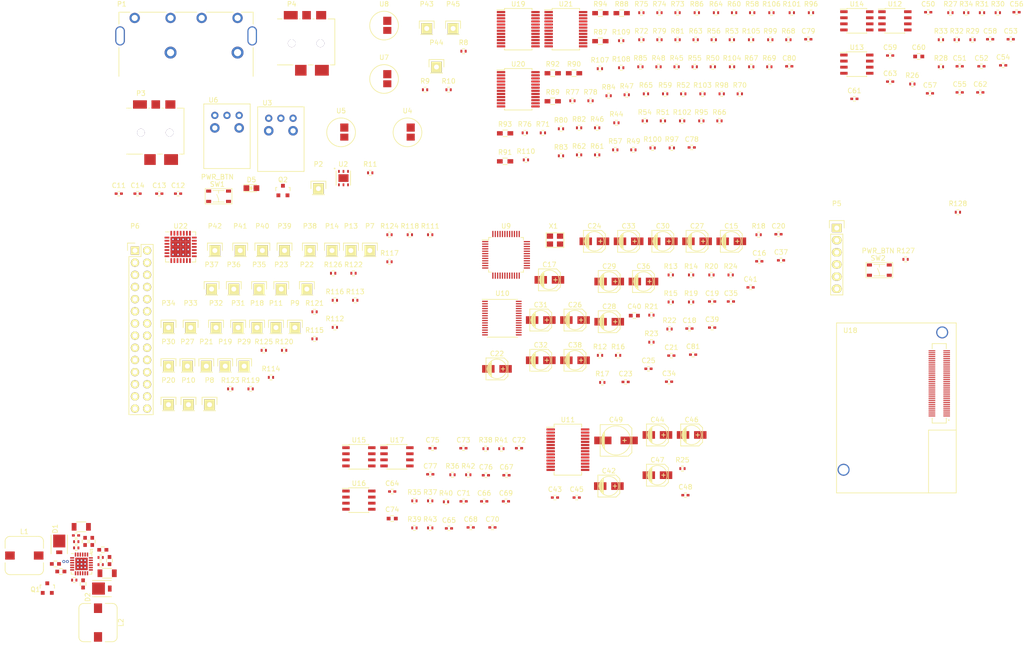
<source format=kicad_pcb>
(kicad_pcb (version 4) (host pcbnew 4.0.5)
  (layers (0 F.Cu signal) (31 B.Cu signal) (34 B.Paste user) (35 F.Paste user) (36 B.SilkS user) (37 F.SilkS user) (38 B.Mask user) (39 F.Mask user) (44 Edge.Cuts user))
  (net 0 "")
  (net 1 "Net-(C1-Pad1)")
  (net 2 GND)
  (net 3 +15V)
  (net 4 "Net-(C2-Pad2)")
  (net 5 "Net-(C4-Pad1)")
  (net 6 "Net-(C5-Pad1)")
  (net 7 -15V)
  (net 8 +5VSB)
  (net 9 "Net-(C7-Pad1)")
  (net 10 "Net-(C8-Pad1)")
  (net 11 "Net-(C9-Pad1)")
  (net 12 +3.3VSB)
  (net 13 "Net-(C20-Pad1)")
  (net 14 "Net-(C21-Pad1)")
  (net 15 "Net-(C23-Pad1)")
  (net 16 "Net-(C24-Pad1)")
  (net 17 "Net-(C25-Pad1)")
  (net 18 "Net-(C26-Pad1)")
  (net 19 RCA_IN_R)
  (net 20 "Net-(C27-Pad1)")
  (net 21 RCA_IN_L)
  (net 22 "Net-(C28-Pad1)")
  (net 23 3.5_IN_R)
  (net 24 "Net-(C29-Pad1)")
  (net 25 3.5_IN_L)
  (net 26 "Net-(C30-Pad1)")
  (net 27 MIC_1)
  (net 28 "Net-(C31-Pad1)")
  (net 29 MIC_2)
  (net 30 "Net-(C32-Pad1)")
  (net 31 MIC_3)
  (net 32 "Net-(C33-Pad1)")
  (net 33 MIC_4)
  (net 34 "Net-(C34-Pad1)")
  (net 35 "Net-(C35-Pad1)")
  (net 36 +1.8VSB)
  (net 37 "Net-(C49-Pad2)")
  (net 38 "Net-(C50-Pad1)")
  (net 39 /DAC/sheet57F8A4E6/ANALOG_OUT-)
  (net 40 "Net-(C57-Pad1)")
  (net 41 "Net-(C57-Pad2)")
  (net 42 "Net-(C58-Pad1)")
  (net 43 "Net-(C58-Pad2)")
  (net 44 "Net-(C59-Pad1)")
  (net 45 "Net-(C59-Pad2)")
  (net 46 "Net-(C60-Pad1)")
  (net 47 /DAC/sheet57F8A4E6/ANALOG_OUT+)
  (net 48 "Net-(C61-Pad1)")
  (net 49 "Net-(C61-Pad2)")
  (net 50 "Net-(C62-Pad1)")
  (net 51 "Net-(C62-Pad2)")
  (net 52 "Net-(C63-Pad1)")
  (net 53 "Net-(C64-Pad1)")
  (net 54 /DAC/sheet57F8A4E7/ANALOG_OUT-)
  (net 55 "Net-(C71-Pad1)")
  (net 56 "Net-(C71-Pad2)")
  (net 57 "Net-(C72-Pad1)")
  (net 58 "Net-(C72-Pad2)")
  (net 59 "Net-(C73-Pad1)")
  (net 60 "Net-(C73-Pad2)")
  (net 61 "Net-(C74-Pad1)")
  (net 62 /DAC/sheet57F8A4E7/ANALOG_OUT+)
  (net 63 "Net-(C75-Pad1)")
  (net 64 "Net-(C75-Pad2)")
  (net 65 "Net-(C76-Pad1)")
  (net 66 "Net-(C76-Pad2)")
  (net 67 "Net-(C77-Pad1)")
  (net 68 "Net-(C78-Pad1)")
  (net 69 "Net-(C79-Pad1)")
  (net 70 "Net-(C80-Pad1)")
  (net 71 "Net-(C81-Pad1)")
  (net 72 "Net-(D1-Pad2)")
  (net 73 "Net-(D2-Pad1)")
  (net 74 "Net-(D5-Pad2)")
  (net 75 "Net-(D5-Pad1)")
  (net 76 +12V)
  (net 77 3.5_IN_SEN)
  (net 78 ANALOG_OUT_R)
  (net 79 3.5_OUT_SEN)
  (net 80 ANALOG_OUT_L)
  (net 81 "UART_RX(3.3)")
  (net 82 "UART_TX(3.3)")
  (net 83 /LIGHT_CONN/LED_R_1)
  (net 84 /LIGHT_CONN/LED_IA_3_O)
  (net 85 /LIGHT_CONN/LED_G_1)
  (net 86 /LIGHT_CONN/LED_IA_4_O)
  (net 87 /LIGHT_CONN/LED_IA_5_O)
  (net 88 /LIGHT_CONN/LED_R_2)
  (net 89 /LIGHT_CONN/LED_IA_6_O)
  (net 90 /LIGHT_CONN/LED_G_2)
  (net 91 /LIGHT_CONN/LED_IA_7_O)
  (net 92 /LIGHT_CONN/LED_B_2)
  (net 93 /LIGHT_CONN/LED_IA_8_O)
  (net 94 /LIGHT_CONN/LED_R_3)
  (net 95 /LIGHT_CONN/LED_IA_9_O)
  (net 96 /LIGHT_CONN/LED_G_3)
  (net 97 /LIGHT_CONN/LED_IA_10_O)
  (net 98 /LIGHT_CONN/LED_B_3)
  (net 99 /LIGHT_CONN/LED_IA_11_O)
  (net 100 /LIGHT_CONN/LED_R_4)
  (net 101 /LIGHT_CONN/LED_IA_12_O)
  (net 102 /LIGHT_CONN/LED_G_4)
  (net 103 /LIGHT_CONN/LED_IA_13_O)
  (net 104 /LIGHT_CONN/LED_B_4)
  (net 105 /LIGHT_CONN/LED_IA_14_O)
  (net 106 /LIGHT_CONN/LED_IA_1_O)
  (net 107 /LIGHT_CONN/LED_IA_15_O)
  (net 108 /LIGHT_CONN/LED_IA_2_O)
  (net 109 /LIGHT_CONN/LED_IA_16_O)
  (net 110 MCU_GPIO_X_1/UART_RX)
  (net 111 MCU_GPIO_X_2/UART_TX)
  (net 112 PSU_CTL)
  (net 113 DFE_GPIO_X_1)
  (net 114 DFE_GPIO_X_2)
  (net 115 DFE_GPIO_X_3)
  (net 116 /LIGHT_CONN/PWM_X_1)
  (net 117 "LVL_SHIFT_1(1.8)")
  (net 118 LVL_SHIFT_1)
  (net 119 /LIGHT_CONN/PWM_X_2)
  (net 120 "LVL_SHIFT_2(1.8)")
  (net 121 LVL_SHIFT_2)
  (net 122 /LIGHT_CONN/PWM_X_3)
  (net 123 "LVL_SHIFT_3(1.8)")
  (net 124 LVL_SHIFT_3)
  (net 125 /LIGHT_CONN/PWM_X_4)
  (net 126 "LVL_SHIFT_4(1.8)")
  (net 127 LVL_SHIFT_4)
  (net 128 "Net-(Q1-Pad2)")
  (net 129 EDISON_RST_OUT)
  (net 130 "Net-(R10-Pad2)")
  (net 131 EDISON_PWR_BTN)
  (net 132 "Net-(R25-Pad1)")
  (net 133 "UART_TX(1.8)")
  (net 134 "UART_RX(1.8)")
  (net 135 "I2S_MCU_DOUT(1.8)")
  (net 136 "I2S_MCU_LRCK(1.8)")
  (net 137 "I2S_MCU_BCK(1.8)")
  (net 138 "I2S_MCU_DIN(1.8)")
  (net 139 "I2C_PWM_SDA(1.8)")
  (net 140 "I2C_PWM_SCL(1.8)")
  (net 141 "I2C_SCA(1.8)")
  (net 142 "I2C_SCL(1.8)")
  (net 143 "I2S_MCU_DOUT(3.3)")
  (net 144 "I2S_MCU_LRCK(3.3)")
  (net 145 "I2S_MCU_BCK(3.3)")
  (net 146 "I2S_MCU_DIN(3.3)")
  (net 147 "I2C_PWM_SDA(3.3)")
  (net 148 "I2C_PWM_SCL(3.3)")
  (net 149 "I2C_SCA(3.3)")
  (net 150 "I2C_SCL(3.3)")
  (net 151 "LED_IA_1(1.8)")
  (net 152 "LED_IA_2(1.8)")
  (net 153 "LED_IA_3(1.8)")
  (net 154 "LED_IA_4(1.8)")
  (net 155 "LED_IA_5(1.8)")
  (net 156 "LED_IA_6(1.8)")
  (net 157 "LED_IA_7(1.8)")
  (net 158 "LED_IA_8(1.8)")
  (net 159 "LED_IA_9(1.8)")
  (net 160 "LED_IA_10(1.8)")
  (net 161 LED_IA_1)
  (net 162 LED_IA_2)
  (net 163 LED_IA_3)
  (net 164 LED_IA_4)
  (net 165 LED_IA_5)
  (net 166 LED_IA_6)
  (net 167 LED_IA_7)
  (net 168 LED_IA_8)
  (net 169 LED_IA_9)
  (net 170 LED_IA_10)
  (net 171 "LED_IA_11(1.8)")
  (net 172 "LED_IA_12(1.8)")
  (net 173 "LED_IA_13(1.8)")
  (net 174 "LED_IA_14(1.8)")
  (net 175 "LED_IA_15(1.8)")
  (net 176 "LED_IA_16(1.8)")
  (net 177 LED_IA_11)
  (net 178 LED_IA_12)
  (net 179 LED_IA_13)
  (net 180 LED_IA_14)
  (net 181 LED_IA_15)
  (net 182 LED_IA_16)
  (net 183 "Net-(R127-Pad2)")
  (net 184 BT_PAIR_BTN)
  (net 185 SPDIF_IN)
  (net 186 SPDIF_OUT)
  (net 187 DAC_RST)
  (net 188 "I2S_SCK(3.3)")
  (net 189 "I2S_DAC_BCK(3.3)")
  (net 190 "I2S_DAC_LRCK(3.3)")
  (net 191 "I2S_DAC_DIN(3.3)")
  (net 192 I2S_SCK)
  (net 193 I2S_ADC_BCK)
  (net 194 I2S_ADC_LRCK)
  (net 195 I2S_ADC_DOUT)
  (net 196 "I2C_SDA(3.3)")
  (net 197 DFE_RST)
  (net 198 ADC_ESEN_INT)
  (net 199 ADC_CLKE_INT)
  (net 200 +3V3)
  (module Capacitors_SMD:C_0603 (layer F.Cu) (at 42.916368 152.417826)
    (fp_text reference C1 hide)
    (fp_text value 4.7uF)
    (pad 1 smd rect (at -0.75 0) (size 0.8 0.75) (layers F.Cu F.Paste F.Mask) (net 1 "Net-(C1-Pad1)"))
    (pad 2 smd rect (at 0.75 0) (size 0.8 0.75) (layers F.Cu F.Paste F.Mask) (net 2 GND))
  )
  (module Capacitors_SMD:C_0402 (layer F.Cu) (at 47.216368 146.467826)
    (fp_text reference C2 hide)
    (fp_text value 6.97pF)
    (pad 1 smd rect (at -0.55 0) (size 0.6 0.5) (layers F.Cu F.Paste F.Mask) (net 3 +15V))
    (pad 2 smd rect (at 0.55 0) (size 0.6 0.5) (layers F.Cu F.Paste F.Mask) (net 4 "Net-(C2-Pad2)"))
  )
  (module Capacitors_SMD:C_1206 (layer F.Cu) (at 48.316368 144.667826)
    (fp_text reference C3 hide)
    (fp_text value 4.7uF)
    (pad 1 smd rect (at -1.5 0) (size 1 1.6) (layers F.Cu F.Paste F.Mask) (net 3 +15V))
    (pad 2 smd rect (at 1.5 0) (size 1 1.6) (layers F.Cu F.Paste F.Mask) (net 2 GND))
  )
  (module Capacitors_SMD:C_0603 (layer F.Cu) (at 52.816368 149.467826)
    (fp_text reference C4 hide)
    (fp_text value 220nF)
    (pad 1 smd rect (at -0.75 0) (size 0.8 0.75) (layers F.Cu F.Paste F.Mask) (net 5 "Net-(C4-Pad1)"))
    (pad 2 smd rect (at 0.75 0) (size 0.8 0.75) (layers F.Cu F.Paste F.Mask) (net 2 GND))
  )
  (module Capacitors_SMD:C_0603 (layer F.Cu) (at 54.216368 151.717826 270)
    (fp_text reference C5 hide)
    (fp_text value 5.77pF)
    (pad 1 smd rect (at -0.75 0 270) (size 0.8 0.75) (layers F.Cu F.Paste F.Mask) (net 6 "Net-(C5-Pad1)"))
    (pad 2 smd rect (at 0.75 0 270) (size 0.8 0.75) (layers F.Cu F.Paste F.Mask) (net 7 -15V))
  )
  (module Capacitors_SMD:C_0603 (layer F.Cu) (at 44.05 154 180)
    (fp_text reference C6 hide)
    (fp_text value 4.7uF)
    (pad 1 smd rect (at -0.75 0 180) (size 0.8 0.75) (layers F.Cu F.Paste F.Mask) (net 8 +5VSB))
    (pad 2 smd rect (at 0.75 0 180) (size 0.8 0.75) (layers F.Cu F.Paste F.Mask) (net 2 GND))
  )
  (module Capacitors_SMD:C_0603 (layer F.Cu) (at 48.7 156.6 270)
    (fp_text reference C7 hide)
    (fp_text value 100nF)
    (pad 1 smd rect (at -0.75 0 270) (size 0.8 0.75) (layers F.Cu F.Paste F.Mask) (net 9 "Net-(C7-Pad1)"))
    (pad 2 smd rect (at 0.75 0 270) (size 0.8 0.75) (layers F.Cu F.Paste F.Mask) (net 2 GND))
  )
  (module Capacitors_SMD:C_0603 (layer F.Cu) (at 49.116368 147.717826 90)
    (fp_text reference C8 hide)
    (fp_text value 10nF)
    (pad 1 smd rect (at -0.75 0 90) (size 0.8 0.75) (layers F.Cu F.Paste F.Mask) (net 10 "Net-(C8-Pad1)"))
    (pad 2 smd rect (at 0.75 0 90) (size 0.8 0.75) (layers F.Cu F.Paste F.Mask) (net 2 GND))
  )
  (module Capacitors_SMD:C_0603 (layer F.Cu) (at 50.616368 147.717826 90)
    (fp_text reference C9 hide)
    (fp_text value 4.7nF)
    (pad 1 smd rect (at -0.75 0 90) (size 0.8 0.75) (layers F.Cu F.Paste F.Mask) (net 11 "Net-(C9-Pad1)"))
    (pad 2 smd rect (at 0.75 0 90) (size 0.8 0.75) (layers F.Cu F.Paste F.Mask) (net 2 GND))
  )
  (module Capacitors_SMD:C_1206 (layer F.Cu) (at 53.716368 154.367826)
    (fp_text reference C10 hide)
    (fp_text value 4.7uF)
    (pad 1 smd rect (at -1.5 0) (size 1 1.6) (layers F.Cu F.Paste F.Mask) (net 7 -15V))
    (pad 2 smd rect (at 1.5 0) (size 1 1.6) (layers F.Cu F.Paste F.Mask) (net 2 GND))
  )
  (module Capacitors_SMD:C_0402 (layer F.Cu) (at 56.152381 75.075)
    (fp_text reference C11 (at 0 -1.7) (layer F.SilkS))
    (fp_text value 1uF)
    (pad 1 smd rect (at -0.55 0) (size 0.6 0.5) (layers F.Cu F.Paste F.Mask) (net 8 +5VSB))
    (pad 2 smd rect (at 0.55 0) (size 0.6 0.5) (layers F.Cu F.Paste F.Mask) (net 2 GND))
  )
  (module Capacitors_SMD:C_0402 (layer F.Cu) (at 68.532381 75.075)
    (fp_text reference C12 (at 0 -1.7) (layer F.SilkS))
    (fp_text value 1uF)
    (pad 1 smd rect (at -0.55 0) (size 0.6 0.5) (layers F.Cu F.Paste F.Mask) (net 12 +3.3VSB))
    (pad 2 smd rect (at 0.55 0) (size 0.6 0.5) (layers F.Cu F.Paste F.Mask) (net 2 GND))
  )
  (module Capacitors_SMD:C_0402 (layer F.Cu) (at 64.611428 75.075)
    (fp_text reference C13 (at 0 -1.7) (layer F.SilkS))
    (fp_text value 0.1uF)
    (pad 1 smd rect (at -0.55 0) (size 0.6 0.5) (layers F.Cu F.Paste F.Mask) (net 12 +3.3VSB))
    (pad 2 smd rect (at 0.55 0) (size 0.6 0.5) (layers F.Cu F.Paste F.Mask) (net 2 GND))
  )
  (module Capacitors_SMD:C_0402 (layer F.Cu) (at 60.071428 75.075)
    (fp_text reference C14 (at 0 -1.7) (layer F.SilkS))
    (fp_text value 0.1uF)
    (pad 1 smd rect (at -0.55 0) (size 0.6 0.5) (layers F.Cu F.Paste F.Mask) (net 12 +3.3VSB))
    (pad 2 smd rect (at 0.55 0) (size 0.6 0.5) (layers F.Cu F.Paste F.Mask) (net 2 GND))
  )
  (module Capacitors_SMD:c_elec_4x4.5 (layer F.Cu) (at 184.095001 85.03)
    (fp_text reference C15 (at 0 -3.175) (layer F.SilkS))
    (fp_text value 10uF)
    (pad 1 smd rect (at 1.80086 0) (size 2.60096 1.6002) (layers F.Cu F.Paste F.Mask) (net 12 +3.3VSB))
    (pad 2 smd rect (at -1.80086 0) (size 2.60096 1.6002) (layers F.Cu F.Paste F.Mask) (net 2 GND))
  )
  (module Capacitors_SMD:C_0402 (layer F.Cu) (at 189.941428 89.205)
    (fp_text reference C16 (at 0 -1.7) (layer F.SilkS))
    (fp_text value 0.1uF)
    (pad 1 smd rect (at -0.55 0) (size 0.6 0.5) (layers F.Cu F.Paste F.Mask) (net 12 +3.3VSB))
    (pad 2 smd rect (at 0.55 0) (size 0.6 0.5) (layers F.Cu F.Paste F.Mask) (net 2 GND))
  )
  (module Capacitors_SMD:c_elec_4x4.5 (layer F.Cu) (at 146.095001 93.08)
    (fp_text reference C17 (at 0 -3.175) (layer F.SilkS))
    (fp_text value 10uF)
    (pad 1 smd rect (at 1.80086 0) (size 2.60096 1.6002) (layers F.Cu F.Paste F.Mask) (net 12 +3.3VSB))
    (pad 2 smd rect (at -1.80086 0) (size 2.60096 1.6002) (layers F.Cu F.Paste F.Mask) (net 2 GND))
  )
  (module Capacitors_SMD:C_0402 (layer F.Cu) (at 175.351428 103.255)
    (fp_text reference C18 (at 0 -1.7) (layer F.SilkS))
    (fp_text value 0.1uF)
    (pad 1 smd rect (at -0.55 0) (size 0.6 0.5) (layers F.Cu F.Paste F.Mask) (net 12 +3.3VSB))
    (pad 2 smd rect (at 0.55 0) (size 0.6 0.5) (layers F.Cu F.Paste F.Mask) (net 2 GND))
  )
  (module Capacitors_SMD:C_0402 (layer F.Cu) (at 180.091428 97.605)
    (fp_text reference C19 (at 0 -1.7) (layer F.SilkS))
    (fp_text value 0.1uF)
    (pad 1 smd rect (at -0.55 0) (size 0.6 0.5) (layers F.Cu F.Paste F.Mask) (net 12 +3.3VSB))
    (pad 2 smd rect (at 0.55 0) (size 0.6 0.5) (layers F.Cu F.Paste F.Mask) (net 2 GND))
  )
  (module Capacitors_SMD:C_0402 (layer F.Cu) (at 193.953333 83.555)
    (fp_text reference C20 (at 0 -1.7) (layer F.SilkS))
    (fp_text value 27pF)
    (pad 1 smd rect (at -0.55 0) (size 0.6 0.5) (layers F.Cu F.Paste F.Mask) (net 13 "Net-(C20-Pad1)"))
    (pad 2 smd rect (at 0.55 0) (size 0.6 0.5) (layers F.Cu F.Paste F.Mask) (net 2 GND))
  )
  (module Capacitors_SMD:C_0402 (layer F.Cu) (at 171.571428 108.905)
    (fp_text reference C21 (at 0 -1.7) (layer F.SilkS))
    (fp_text value 0.1uF)
    (pad 1 smd rect (at -0.55 0) (size 0.6 0.5) (layers F.Cu F.Paste F.Mask) (net 14 "Net-(C21-Pad1)"))
    (pad 2 smd rect (at 0.55 0) (size 0.6 0.5) (layers F.Cu F.Paste F.Mask) (net 2 GND))
  )
  (module Capacitors_SMD:c_elec_4x4.5 (layer F.Cu) (at 135.145001 111.68)
    (fp_text reference C22 (at 0 -3.175) (layer F.SilkS))
    (fp_text value 10uF)
    (pad 1 smd rect (at 1.80086 0) (size 2.60096 1.6002) (layers F.Cu F.Paste F.Mask) (net 14 "Net-(C21-Pad1)"))
    (pad 2 smd rect (at -1.80086 0) (size 2.60096 1.6002) (layers F.Cu F.Paste F.Mask) (net 2 GND))
  )
  (module Capacitors_SMD:C_0402 (layer F.Cu) (at 162.017619 114.405)
    (fp_text reference C23 (at 0 -1.7) (layer F.SilkS))
    (fp_text value .068uF)
    (pad 1 smd rect (at -0.55 0) (size 0.6 0.5) (layers F.Cu F.Paste F.Mask) (net 15 "Net-(C23-Pad1)"))
    (pad 2 smd rect (at 0.55 0) (size 0.6 0.5) (layers F.Cu F.Paste F.Mask) (net 2 GND))
  )
  (module Capacitors_SMD:c_elec_4x4.5 (layer F.Cu) (at 155.495001 85.03)
    (fp_text reference C24 (at 0 -3.175) (layer F.SilkS))
    (fp_text value 4700pF)
    (pad 1 smd rect (at 1.80086 0) (size 2.60096 1.6002) (layers F.Cu F.Paste F.Mask) (net 16 "Net-(C24-Pad1)"))
    (pad 2 smd rect (at -1.80086 0) (size 2.60096 1.6002) (layers F.Cu F.Paste F.Mask) (net 2 GND))
  )
  (module Capacitors_SMD:C_0402 (layer F.Cu) (at 166.793333 111.655)
    (fp_text reference C25 (at 0 -1.7) (layer F.SilkS))
    (fp_text value 27pF)
    (pad 1 smd rect (at -0.55 0) (size 0.6 0.5) (layers F.Cu F.Paste F.Mask) (net 17 "Net-(C25-Pad1)"))
    (pad 2 smd rect (at 0.55 0) (size 0.6 0.5) (layers F.Cu F.Paste F.Mask) (net 2 GND))
  )
  (module Capacitors_SMD:c_elec_4x4.5 (layer F.Cu) (at 151.445001 101.48)
    (fp_text reference C26 (at 0 -3.175) (layer F.SilkS))
    (fp_text value 10uF)
    (pad 1 smd rect (at 1.80086 0) (size 2.60096 1.6002) (layers F.Cu F.Paste F.Mask) (net 18 "Net-(C26-Pad1)"))
    (pad 2 smd rect (at -1.80086 0) (size 2.60096 1.6002) (layers F.Cu F.Paste F.Mask) (net 19 RCA_IN_R))
  )
  (module Capacitors_SMD:c_elec_4x4.5 (layer F.Cu) (at 176.945001 85.03)
    (fp_text reference C27 (at 0 -3.175) (layer F.SilkS))
    (fp_text value 10uF)
    (pad 1 smd rect (at 1.80086 0) (size 2.60096 1.6002) (layers F.Cu F.Paste F.Mask) (net 20 "Net-(C27-Pad1)"))
    (pad 2 smd rect (at -1.80086 0) (size 2.60096 1.6002) (layers F.Cu F.Paste F.Mask) (net 21 RCA_IN_L))
  )
  (module Capacitors_SMD:c_elec_4x4.5 (layer F.Cu) (at 158.595001 101.83)
    (fp_text reference C28 (at 0 -3.175) (layer F.SilkS))
    (fp_text value 10uF)
    (pad 1 smd rect (at 1.80086 0) (size 2.60096 1.6002) (layers F.Cu F.Paste F.Mask) (net 22 "Net-(C28-Pad1)"))
    (pad 2 smd rect (at -1.80086 0) (size 2.60096 1.6002) (layers F.Cu F.Paste F.Mask) (net 23 3.5_IN_R))
  )
  (module Capacitors_SMD:c_elec_4x4.5 (layer F.Cu) (at 158.595001 93.43)
    (fp_text reference C29 (at 0 -3.175) (layer F.SilkS))
    (fp_text value 10uF)
    (pad 1 smd rect (at 1.80086 0) (size 2.60096 1.6002) (layers F.Cu F.Paste F.Mask) (net 24 "Net-(C29-Pad1)"))
    (pad 2 smd rect (at -1.80086 0) (size 2.60096 1.6002) (layers F.Cu F.Paste F.Mask) (net 25 3.5_IN_L))
  )
  (module Capacitors_SMD:c_elec_4x4.5 (layer F.Cu) (at 169.795001 85.03)
    (fp_text reference C30 (at 0 -3.175) (layer F.SilkS))
    (fp_text value 10uF)
    (pad 1 smd rect (at 1.80086 0) (size 2.60096 1.6002) (layers F.Cu F.Paste F.Mask) (net 26 "Net-(C30-Pad1)"))
    (pad 2 smd rect (at -1.80086 0) (size 2.60096 1.6002) (layers F.Cu F.Paste F.Mask) (net 27 MIC_1))
  )
  (module Capacitors_SMD:c_elec_4x4.5 (layer F.Cu) (at 144.295001 101.48)
    (fp_text reference C31 (at 0 -3.175) (layer F.SilkS))
    (fp_text value 10uF)
    (pad 1 smd rect (at 1.80086 0) (size 2.60096 1.6002) (layers F.Cu F.Paste F.Mask) (net 28 "Net-(C31-Pad1)"))
    (pad 2 smd rect (at -1.80086 0) (size 2.60096 1.6002) (layers F.Cu F.Paste F.Mask) (net 29 MIC_2))
  )
  (module Capacitors_SMD:c_elec_4x4.5 (layer F.Cu) (at 144.295001 109.88)
    (fp_text reference C32 (at 0 -3.175) (layer F.SilkS))
    (fp_text value 10uF)
    (pad 1 smd rect (at 1.80086 0) (size 2.60096 1.6002) (layers F.Cu F.Paste F.Mask) (net 30 "Net-(C32-Pad1)"))
    (pad 2 smd rect (at -1.80086 0) (size 2.60096 1.6002) (layers F.Cu F.Paste F.Mask) (net 31 MIC_3))
  )
  (module Capacitors_SMD:c_elec_4x4.5 (layer F.Cu) (at 162.645001 85.03)
    (fp_text reference C33 (at 0 -3.175) (layer F.SilkS))
    (fp_text value 10uF)
    (pad 1 smd rect (at 1.80086 0) (size 2.60096 1.6002) (layers F.Cu F.Paste F.Mask) (net 32 "Net-(C33-Pad1)"))
    (pad 2 smd rect (at -1.80086 0) (size 2.60096 1.6002) (layers F.Cu F.Paste F.Mask) (net 33 MIC_4))
  )
  (module Capacitors_SMD:C_0402 (layer F.Cu) (at 171.091428 114.355)
    (fp_text reference C34 (at 0 -1.7) (layer F.SilkS))
    (fp_text value 0.1uF)
    (pad 1 smd rect (at -0.55 0) (size 0.6 0.5) (layers F.Cu F.Paste F.Mask) (net 34 "Net-(C34-Pad1)"))
    (pad 2 smd rect (at 0.55 0) (size 0.6 0.5) (layers F.Cu F.Paste F.Mask) (net 2 GND))
  )
  (module Capacitors_SMD:C_0402 (layer F.Cu) (at 184.012381 97.605)
    (fp_text reference C35 (at 0 -1.7) (layer F.SilkS))
    (fp_text value 1uF)
    (pad 1 smd rect (at -0.55 0) (size 0.6 0.5) (layers F.Cu F.Paste F.Mask) (net 35 "Net-(C35-Pad1)"))
    (pad 2 smd rect (at 0.55 0) (size 0.6 0.5) (layers F.Cu F.Paste F.Mask) (net 2 GND))
  )
  (module Capacitors_SMD:c_elec_4x4.5 (layer F.Cu) (at 165.745001 93.43)
    (fp_text reference C36 (at 0 -3.175) (layer F.SilkS))
    (fp_text value 10uF)
    (pad 1 smd rect (at 1.80086 0) (size 2.60096 1.6002) (layers F.Cu F.Paste F.Mask) (net 12 +3.3VSB))
    (pad 2 smd rect (at -1.80086 0) (size 2.60096 1.6002) (layers F.Cu F.Paste F.Mask) (net 2 GND))
  )
  (module Capacitors_SMD:C_0402 (layer F.Cu) (at 194.481428 89.005)
    (fp_text reference C37 (at 0 -1.7) (layer F.SilkS))
    (fp_text value 0.1uF)
    (pad 1 smd rect (at -0.55 0) (size 0.6 0.5) (layers F.Cu F.Paste F.Mask) (net 12 +3.3VSB))
    (pad 2 smd rect (at 0.55 0) (size 0.6 0.5) (layers F.Cu F.Paste F.Mask) (net 2 GND))
  )
  (module Capacitors_SMD:c_elec_4x4.5 (layer F.Cu) (at 151.445001 109.88)
    (fp_text reference C38 (at 0 -3.175) (layer F.SilkS))
    (fp_text value 10uF)
    (pad 1 smd rect (at 1.80086 0) (size 2.60096 1.6002) (layers F.Cu F.Paste F.Mask) (net 12 +3.3VSB))
    (pad 2 smd rect (at -1.80086 0) (size 2.60096 1.6002) (layers F.Cu F.Paste F.Mask) (net 2 GND))
  )
  (module Capacitors_SMD:C_0402 (layer F.Cu) (at 180.091428 103.055)
    (fp_text reference C39 (at 0 -1.7) (layer F.SilkS))
    (fp_text value 0.1uF)
    (pad 1 smd rect (at -0.55 0) (size 0.6 0.5) (layers F.Cu F.Paste F.Mask) (net 12 +3.3VSB))
    (pad 2 smd rect (at 0.55 0) (size 0.6 0.5) (layers F.Cu F.Paste F.Mask) (net 2 GND))
  )
  (module Capacitors_SMD:C_0603 (layer F.Cu) (at 163.845001 100.555)
    (fp_text reference C40 (at 0 -1.9) (layer F.SilkS))
    (fp_text value 1uF)
    (pad 1 smd rect (at -0.75 0) (size 0.8 0.75) (layers F.Cu F.Paste F.Mask) (net 36 +1.8VSB))
    (pad 2 smd rect (at 0.75 0) (size 0.8 0.75) (layers F.Cu F.Paste F.Mask) (net 2 GND))
  )
  (module Capacitors_SMD:C_0402 (layer F.Cu) (at 188.121428 94.655)
    (fp_text reference C41 (at 0 -1.7) (layer F.SilkS))
    (fp_text value 0.1uF)
    (pad 1 smd rect (at -0.55 0) (size 0.6 0.5) (layers F.Cu F.Paste F.Mask) (net 36 +1.8VSB))
    (pad 2 smd rect (at 0.55 0) (size 0.6 0.5) (layers F.Cu F.Paste F.Mask) (net 2 GND))
  )
  (module Capacitors_SMD:c_elec_4x4.5 (layer F.Cu) (at 158.515001 136.16)
    (fp_text reference C42 (at 0 -3.175) (layer F.SilkS))
    (fp_text value 10uF)
    (pad 1 smd rect (at 1.80086 0) (size 2.60096 1.6002) (layers F.Cu F.Paste F.Mask) (net 8 +5VSB))
    (pad 2 smd rect (at -1.80086 0) (size 2.60096 1.6002) (layers F.Cu F.Paste F.Mask) (net 2 GND))
  )
  (module Capacitors_SMD:C_0402 (layer F.Cu) (at 147.261428 138.555)
    (fp_text reference C43 (at 0 -1.7) (layer F.SilkS))
    (fp_text value 0.1uF)
    (pad 1 smd rect (at -0.55 0) (size 0.6 0.5) (layers F.Cu F.Paste F.Mask) (net 8 +5VSB))
    (pad 2 smd rect (at 0.55 0) (size 0.6 0.5) (layers F.Cu F.Paste F.Mask) (net 2 GND))
  )
  (module Capacitors_SMD:c_elec_4x4.5 (layer F.Cu) (at 168.665001 125.48)
    (fp_text reference C44 (at 0 -3.175) (layer F.SilkS))
    (fp_text value 10uF)
    (pad 1 smd rect (at 1.80086 0) (size 2.60096 1.6002) (layers F.Cu F.Paste F.Mask) (net 8 +5VSB))
    (pad 2 smd rect (at -1.80086 0) (size 2.60096 1.6002) (layers F.Cu F.Paste F.Mask) (net 2 GND))
  )
  (module Capacitors_SMD:C_0402 (layer F.Cu) (at 151.801428 138.555)
    (fp_text reference C45 (at 0 -1.7) (layer F.SilkS))
    (fp_text value 0.1uF)
    (pad 1 smd rect (at -0.55 0) (size 0.6 0.5) (layers F.Cu F.Paste F.Mask) (net 8 +5VSB))
    (pad 2 smd rect (at 0.55 0) (size 0.6 0.5) (layers F.Cu F.Paste F.Mask) (net 2 GND))
  )
  (module Capacitors_SMD:c_elec_4x4.5 (layer F.Cu) (at 175.815001 125.48)
    (fp_text reference C46 (at 0 -3.175) (layer F.SilkS))
    (fp_text value 10uF)
    (pad 1 smd rect (at 1.80086 0) (size 2.60096 1.6002) (layers F.Cu F.Paste F.Mask) (net 8 +5VSB))
    (pad 2 smd rect (at -1.80086 0) (size 2.60096 1.6002) (layers F.Cu F.Paste F.Mask) (net 2 GND))
  )
  (module Capacitors_SMD:c_elec_4x4.5 (layer F.Cu) (at 168.665001 133.88)
    (fp_text reference C47 (at 0 -3.175) (layer F.SilkS))
    (fp_text value 10uF)
    (pad 1 smd rect (at 1.80086 0) (size 2.60096 1.6002) (layers F.Cu F.Paste F.Mask) (net 12 +3.3VSB))
    (pad 2 smd rect (at -1.80086 0) (size 2.60096 1.6002) (layers F.Cu F.Paste F.Mask) (net 2 GND))
  )
  (module Capacitors_SMD:C_0402 (layer F.Cu) (at 174.511428 138.055)
    (fp_text reference C48 (at 0 -1.7) (layer F.SilkS))
    (fp_text value 0.1uF)
    (pad 1 smd rect (at -0.55 0) (size 0.6 0.5) (layers F.Cu F.Paste F.Mask) (net 12 +3.3VSB))
    (pad 2 smd rect (at 0.55 0) (size 0.6 0.5) (layers F.Cu F.Paste F.Mask) (net 2 GND))
  )
  (module Capacitors_SMD:c_elec_6.3x7.7 (layer F.Cu) (at 160.015001 126.623)
    (fp_text reference C49 (at 0 -4.318) (layer F.SilkS))
    (fp_text value 47uF)
    (pad 1 smd rect (at 2.75082 0) (size 3.59918 1.6002) (layers F.Cu F.Paste F.Mask) (net 8 +5VSB))
    (pad 2 smd rect (at -2.75082 0) (size 3.59918 1.6002) (layers F.Cu F.Paste F.Mask) (net 37 "Net-(C49-Pad2)"))
  )
  (module Capacitors_SMD:C_0402 (layer F.Cu) (at 225.225714 37.175)
    (fp_text reference C50 (at 0 -1.7) (layer F.SilkS))
    (fp_text value 2700pF)
    (pad 1 smd rect (at -0.55 0) (size 0.6 0.5) (layers F.Cu F.Paste F.Mask) (net 38 "Net-(C50-Pad1)"))
    (pad 2 smd rect (at 0.55 0) (size 0.6 0.5) (layers F.Cu F.Paste F.Mask) (net 39 /DAC/sheet57F8A4E6/ANALOG_OUT-))
  )
  (module Capacitors_SMD:C_0402 (layer F.Cu) (at 231.801428 48.475)
    (fp_text reference C51 (at 0 -1.7) (layer F.SilkS))
    (fp_text value 0.1uF)
    (pad 1 smd rect (at -0.55 0) (size 0.6 0.5) (layers F.Cu F.Paste F.Mask) (net 7 -15V))
    (pad 2 smd rect (at 0.55 0) (size 0.6 0.5) (layers F.Cu F.Paste F.Mask) (net 2 GND))
  )
  (module Capacitors_SMD:C_0402 (layer F.Cu) (at 236.341428 48.475)
    (fp_text reference C52 (at 0 -1.7) (layer F.SilkS))
    (fp_text value 0.1uF)
    (pad 1 smd rect (at -0.55 0) (size 0.6 0.5) (layers F.Cu F.Paste F.Mask) (net 7 -15V))
    (pad 2 smd rect (at 0.55 0) (size 0.6 0.5) (layers F.Cu F.Paste F.Mask) (net 2 GND))
  )
  (module Capacitors_SMD:C_0402 (layer F.Cu) (at 242.461428 42.825)
    (fp_text reference C53 (at 0 -1.7) (layer F.SilkS))
    (fp_text value 0.1uF)
    (pad 1 smd rect (at -0.55 0) (size 0.6 0.5) (layers F.Cu F.Paste F.Mask) (net 7 -15V))
    (pad 2 smd rect (at 0.55 0) (size 0.6 0.5) (layers F.Cu F.Paste F.Mask) (net 2 GND))
  )
  (module Capacitors_SMD:C_0402 (layer F.Cu) (at 240.881428 48.275)
    (fp_text reference C54 (at 0 -1.7) (layer F.SilkS))
    (fp_text value 0.1uF)
    (pad 1 smd rect (at -0.55 0) (size 0.6 0.5) (layers F.Cu F.Paste F.Mask) (net 3 +15V))
    (pad 2 smd rect (at 0.55 0) (size 0.6 0.5) (layers F.Cu F.Paste F.Mask) (net 2 GND))
  )
  (module Capacitors_SMD:C_0402 (layer F.Cu) (at 231.801428 53.925)
    (fp_text reference C55 (at 0 -1.7) (layer F.SilkS))
    (fp_text value 0.1uF)
    (pad 1 smd rect (at -0.55 0) (size 0.6 0.5) (layers F.Cu F.Paste F.Mask) (net 3 +15V))
    (pad 2 smd rect (at 0.55 0) (size 0.6 0.5) (layers F.Cu F.Paste F.Mask) (net 2 GND))
  )
  (module Capacitors_SMD:C_0402 (layer F.Cu) (at 243.681428 37.175)
    (fp_text reference C56 (at 0 -1.7) (layer F.SilkS))
    (fp_text value 0.1uF)
    (pad 1 smd rect (at -0.55 0) (size 0.6 0.5) (layers F.Cu F.Paste F.Mask) (net 3 +15V))
    (pad 2 smd rect (at 0.55 0) (size 0.6 0.5) (layers F.Cu F.Paste F.Mask) (net 2 GND))
  )
  (module Capacitors_SMD:C_0402 (layer F.Cu) (at 225.593333 54.125)
    (fp_text reference C57 (at 0 -1.7) (layer F.SilkS))
    (fp_text value 22pF)
    (pad 1 smd rect (at -0.55 0) (size 0.6 0.5) (layers F.Cu F.Paste F.Mask) (net 40 "Net-(C57-Pad1)"))
    (pad 2 smd rect (at 0.55 0) (size 0.6 0.5) (layers F.Cu F.Paste F.Mask) (net 41 "Net-(C57-Pad2)"))
  )
  (module Capacitors_SMD:C_0402 (layer F.Cu) (at 238.163333 42.825)
    (fp_text reference C58 (at 0 -1.7) (layer F.SilkS))
    (fp_text value 22pF)
    (pad 1 smd rect (at -0.55 0) (size 0.6 0.5) (layers F.Cu F.Paste F.Mask) (net 42 "Net-(C58-Pad1)"))
    (pad 2 smd rect (at 0.55 0) (size 0.6 0.5) (layers F.Cu F.Paste F.Mask) (net 43 "Net-(C58-Pad2)"))
  )
  (module Capacitors_SMD:C_0402 (layer F.Cu) (at 217.275714 46.225)
    (fp_text reference C59 (at 0 -1.7) (layer F.SilkS))
    (fp_text value 8200pF)
    (pad 1 smd rect (at -0.55 0) (size 0.6 0.5) (layers F.Cu F.Paste F.Mask) (net 44 "Net-(C59-Pad1)"))
    (pad 2 smd rect (at 0.55 0) (size 0.6 0.5) (layers F.Cu F.Paste F.Mask) (net 45 "Net-(C59-Pad2)"))
  )
  (module Capacitors_SMD:C_0603 (layer F.Cu) (at 223.245714 46.425)
    (fp_text reference C60 (at 0 -1.9) (layer F.SilkS))
    (fp_text value 2700pF)
    (pad 1 smd rect (at -0.75 0) (size 0.8 0.75) (layers F.Cu F.Paste F.Mask) (net 46 "Net-(C60-Pad1)"))
    (pad 2 smd rect (at 0.75 0) (size 0.8 0.75) (layers F.Cu F.Paste F.Mask) (net 47 /DAC/sheet57F8A4E6/ANALOG_OUT+))
  )
  (module Capacitors_SMD:C_0402 (layer F.Cu) (at 209.801905 55.275)
    (fp_text reference C61 (at 0 -1.7) (layer F.SilkS))
    (fp_text value 27000pF)
    (pad 1 smd rect (at -0.55 0) (size 0.6 0.5) (layers F.Cu F.Paste F.Mask) (net 48 "Net-(C61-Pad1)"))
    (pad 2 smd rect (at 0.55 0) (size 0.6 0.5) (layers F.Cu F.Paste F.Mask) (net 49 "Net-(C61-Pad2)"))
  )
  (module Capacitors_SMD:C_0402 (layer F.Cu) (at 236.103333 53.925)
    (fp_text reference C62 (at 0 -1.7) (layer F.SilkS))
    (fp_text value 22pF)
    (pad 1 smd rect (at -0.55 0) (size 0.6 0.5) (layers F.Cu F.Paste F.Mask) (net 50 "Net-(C62-Pad1)"))
    (pad 2 smd rect (at 0.55 0) (size 0.6 0.5) (layers F.Cu F.Paste F.Mask) (net 51 "Net-(C62-Pad2)"))
  )
  (module Capacitors_SMD:C_0402 (layer F.Cu) (at 217.275714 51.675)
    (fp_text reference C63 (at 0 -1.7) (layer F.SilkS))
    (fp_text value 8200pF)
    (pad 1 smd rect (at -0.55 0) (size 0.6 0.5) (layers F.Cu F.Paste F.Mask) (net 52 "Net-(C63-Pad1)"))
    (pad 2 smd rect (at 0.55 0) (size 0.6 0.5) (layers F.Cu F.Paste F.Mask) (net 2 GND))
  )
  (module Capacitors_SMD:C_0402 (layer F.Cu) (at 113.265714 137.295)
    (fp_text reference C64 (at 0 -1.7) (layer F.SilkS))
    (fp_text value 2700pF)
    (pad 1 smd rect (at -0.55 0) (size 0.6 0.5) (layers F.Cu F.Paste F.Mask) (net 53 "Net-(C64-Pad1)"))
    (pad 2 smd rect (at 0.55 0) (size 0.6 0.5) (layers F.Cu F.Paste F.Mask) (net 54 /DAC/sheet57F8A4E7/ANALOG_OUT-))
  )
  (module Capacitors_SMD:C_0402 (layer F.Cu) (at 125.121428 144.995)
    (fp_text reference C65 (at 0 -1.7) (layer F.SilkS))
    (fp_text value 0.1uF)
    (pad 1 smd rect (at -0.55 0) (size 0.6 0.5) (layers F.Cu F.Paste F.Mask) (net 7 -15V))
    (pad 2 smd rect (at 0.55 0) (size 0.6 0.5) (layers F.Cu F.Paste F.Mask) (net 2 GND))
  )
  (module Capacitors_SMD:C_0402 (layer F.Cu) (at 132.481428 139.345)
    (fp_text reference C66 (at 0 -1.7) (layer F.SilkS))
    (fp_text value 0.1uF)
    (pad 1 smd rect (at -0.55 0) (size 0.6 0.5) (layers F.Cu F.Paste F.Mask) (net 7 -15V))
    (pad 2 smd rect (at 0.55 0) (size 0.6 0.5) (layers F.Cu F.Paste F.Mask) (net 2 GND))
  )
  (module Capacitors_SMD:C_0402 (layer F.Cu) (at 137.131428 133.895)
    (fp_text reference C67 (at 0 -1.7) (layer F.SilkS))
    (fp_text value 0.1uF)
    (pad 1 smd rect (at -0.55 0) (size 0.6 0.5) (layers F.Cu F.Paste F.Mask) (net 7 -15V))
    (pad 2 smd rect (at 0.55 0) (size 0.6 0.5) (layers F.Cu F.Paste F.Mask) (net 2 GND))
  )
  (module Capacitors_SMD:C_0402 (layer F.Cu) (at 129.661428 144.795)
    (fp_text reference C68 (at 0 -1.7) (layer F.SilkS))
    (fp_text value 0.1uF)
    (pad 1 smd rect (at -0.55 0) (size 0.6 0.5) (layers F.Cu F.Paste F.Mask) (net 3 +15V))
    (pad 2 smd rect (at 0.55 0) (size 0.6 0.5) (layers F.Cu F.Paste F.Mask) (net 2 GND))
  )
  (module Capacitors_SMD:C_0402 (layer F.Cu) (at 137.021428 139.345)
    (fp_text reference C69 (at 0 -1.7) (layer F.SilkS))
    (fp_text value 0.1uF)
    (pad 1 smd rect (at -0.55 0) (size 0.6 0.5) (layers F.Cu F.Paste F.Mask) (net 3 +15V))
    (pad 2 smd rect (at 0.55 0) (size 0.6 0.5) (layers F.Cu F.Paste F.Mask) (net 2 GND))
  )
  (module Capacitors_SMD:C_0402 (layer F.Cu) (at 134.201428 144.795)
    (fp_text reference C70 (at 0 -1.7) (layer F.SilkS))
    (fp_text value 0.1uF)
    (pad 1 smd rect (at -0.55 0) (size 0.6 0.5) (layers F.Cu F.Paste F.Mask) (net 3 +15V))
    (pad 2 smd rect (at 0.55 0) (size 0.6 0.5) (layers F.Cu F.Paste F.Mask) (net 2 GND))
  )
  (module Capacitors_SMD:C_0402 (layer F.Cu) (at 128.183333 139.345)
    (fp_text reference C71 (at 0 -1.7) (layer F.SilkS))
    (fp_text value 22pF)
    (pad 1 smd rect (at -0.55 0) (size 0.6 0.5) (layers F.Cu F.Paste F.Mask) (net 55 "Net-(C71-Pad1)"))
    (pad 2 smd rect (at 0.55 0) (size 0.6 0.5) (layers F.Cu F.Paste F.Mask) (net 56 "Net-(C71-Pad2)"))
  )
  (module Capacitors_SMD:C_0402 (layer F.Cu) (at 139.753333 128.245)
    (fp_text reference C72 (at 0 -1.7) (layer F.SilkS))
    (fp_text value 22pF)
    (pad 1 smd rect (at -0.55 0) (size 0.6 0.5) (layers F.Cu F.Paste F.Mask) (net 57 "Net-(C72-Pad1)"))
    (pad 2 smd rect (at 0.55 0) (size 0.6 0.5) (layers F.Cu F.Paste F.Mask) (net 58 "Net-(C72-Pad2)"))
  )
  (module Capacitors_SMD:C_0402 (layer F.Cu) (at 128.135714 128.245)
    (fp_text reference C73 (at 0 -1.7) (layer F.SilkS))
    (fp_text value 8200pF)
    (pad 1 smd rect (at -0.55 0) (size 0.6 0.5) (layers F.Cu F.Paste F.Mask) (net 59 "Net-(C73-Pad1)"))
    (pad 2 smd rect (at 0.55 0) (size 0.6 0.5) (layers F.Cu F.Paste F.Mask) (net 60 "Net-(C73-Pad2)"))
  )
  (module Capacitors_SMD:C_0603 (layer F.Cu) (at 113.265714 142.945)
    (fp_text reference C74 (at 0 -1.9) (layer F.SilkS))
    (fp_text value 2700pF)
    (pad 1 smd rect (at -0.75 0) (size 0.8 0.75) (layers F.Cu F.Paste F.Mask) (net 61 "Net-(C74-Pad1)"))
    (pad 2 smd rect (at 0.75 0) (size 0.8 0.75) (layers F.Cu F.Paste F.Mask) (net 62 /DAC/sheet57F8A4E7/ANALOG_OUT+))
  )
  (module Capacitors_SMD:C_0402 (layer F.Cu) (at 121.691905 128.245)
    (fp_text reference C75 (at 0 -1.7) (layer F.SilkS))
    (fp_text value 27000pF)
    (pad 1 smd rect (at -0.55 0) (size 0.6 0.5) (layers F.Cu F.Paste F.Mask) (net 63 "Net-(C75-Pad1)"))
    (pad 2 smd rect (at 0.55 0) (size 0.6 0.5) (layers F.Cu F.Paste F.Mask) (net 64 "Net-(C75-Pad2)"))
  )
  (module Capacitors_SMD:C_0402 (layer F.Cu) (at 132.833333 133.895)
    (fp_text reference C76 (at 0 -1.7) (layer F.SilkS))
    (fp_text value 22pF)
    (pad 1 smd rect (at -0.55 0) (size 0.6 0.5) (layers F.Cu F.Paste F.Mask) (net 65 "Net-(C76-Pad1)"))
    (pad 2 smd rect (at 0.55 0) (size 0.6 0.5) (layers F.Cu F.Paste F.Mask) (net 66 "Net-(C76-Pad2)"))
  )
  (module Capacitors_SMD:C_0402 (layer F.Cu) (at 121.215714 133.695)
    (fp_text reference C77 (at 0 -1.7) (layer F.SilkS))
    (fp_text value 8200pF)
    (pad 1 smd rect (at -0.55 0) (size 0.6 0.5) (layers F.Cu F.Paste F.Mask) (net 67 "Net-(C77-Pad1)"))
    (pad 2 smd rect (at 0.55 0) (size 0.6 0.5) (layers F.Cu F.Paste F.Mask) (net 2 GND))
  )
  (module Capacitors_SMD:C_0402 (layer F.Cu) (at 175.831428 65.425)
    (fp_text reference C78 (at 0 -1.7) (layer F.SilkS))
    (fp_text value 0.1uF)
    (pad 1 smd rect (at -0.55 0) (size 0.6 0.5) (layers F.Cu F.Paste F.Mask) (net 68 "Net-(C78-Pad1)"))
    (pad 2 smd rect (at 0.55 0) (size 0.6 0.5) (layers F.Cu F.Paste F.Mask) (net 2 GND))
  )
  (module Capacitors_SMD:C_0402 (layer F.Cu) (at 200.181428 42.825)
    (fp_text reference C79 (at 0 -1.7) (layer F.SilkS))
    (fp_text value 0.1uF)
    (pad 1 smd rect (at -0.55 0) (size 0.6 0.5) (layers F.Cu F.Paste F.Mask) (net 69 "Net-(C79-Pad1)"))
    (pad 2 smd rect (at 0.55 0) (size 0.6 0.5) (layers F.Cu F.Paste F.Mask) (net 2 GND))
  )
  (module Capacitors_SMD:C_0402 (layer F.Cu) (at 196.201428 48.475)
    (fp_text reference C80 (at 0 -1.7) (layer F.SilkS))
    (fp_text value 0.1uF)
    (pad 1 smd rect (at -0.55 0) (size 0.6 0.5) (layers F.Cu F.Paste F.Mask) (net 70 "Net-(C80-Pad1)"))
    (pad 2 smd rect (at 0.55 0) (size 0.6 0.5) (layers F.Cu F.Paste F.Mask) (net 2 GND))
  )
  (module Capacitors_SMD:C_0402 (layer F.Cu) (at 176.111428 108.705)
    (fp_text reference C81 (at 0 -1.7) (layer F.SilkS))
    (fp_text value .01uF)
    (pad 1 smd rect (at -0.55 0) (size 0.6 0.5) (layers F.Cu F.Paste F.Mask) (net 71 "Net-(C81-Pad1)"))
    (pad 2 smd rect (at 0.55 0) (size 0.6 0.5) (layers F.Cu F.Paste F.Mask) (net 2 GND))
  )
  (module muse-v2-lib:DO-216-AA (layer F.Cu) (at 43.716368 148.967826 270)
    (fp_text reference D1 (at -3.9 0.85 450) (layer F.SilkS))
    (fp_text value "1A, 20V" hide)
    (pad 2 smd rect (at 1.016 0 270) (size 0.762 1.27) (layers F.Cu F.Paste F.Mask) (net 72 "Net-(D1-Pad2)"))
    (pad 1 smd rect (at -1.335 0 270) (size 2.67 2.54) (layers F.Cu F.Paste F.Mask) (net 3 +15V))
  )
  (module muse-v2-lib:DO-216-AA (layer F.Cu) (at 53.251368 157.567826)
    (fp_text reference D2 (at -3.584 1.8 90) (layer F.SilkS))
    (fp_text value "1A, 20V" hide)
    (pad 2 smd rect (at 1.016 0) (size 0.762 1.27) (layers F.Cu F.Paste F.Mask) (net 7 -15V))
    (pad 1 smd rect (at -1.335 0) (size 2.67 2.54) (layers F.Cu F.Paste F.Mask) (net 73 "Net-(D2-Pad1)"))
  )
  (module LEDs:LED_0805 (layer F.Cu) (at 83.859524 73.925)
    (fp_text reference D5 (at 0 -1.75) (layer F.SilkS))
    (fp_text value PWR_LED)
    (pad 2 smd rect (at 1.04902 0 180) (size 1.19888 1.19888) (layers F.Cu F.Paste F.Mask) (net 74 "Net-(D5-Pad2)"))
    (pad 1 smd rect (at -1.04902 0 180) (size 1.19888 1.19888) (layers F.Cu F.Paste F.Mask) (net 75 "Net-(D5-Pad1)"))
  )
  (module muse-v2-lib:7.3mm-Inductor (layer F.Cu) (at 36.416368 150.667826 90)
    (fp_text reference L1 (at 5 0 180) (layer F.SilkS))
    (fp_text value 4.7uH)
    (pad 1 smd rect (at 0 -3 90) (size 1.7 2) (layers F.Cu F.Paste F.Mask) (net 1 "Net-(C1-Pad1)"))
    (pad 2 smd rect (at 0 3 90) (size 1.7 2) (layers F.Cu F.Paste F.Mask) (net 72 "Net-(D1-Pad2)"))
  )
  (module muse-v2-lib:7.3mm-Inductor (layer F.Cu) (at 51.816368 164.667826)
    (fp_text reference L2 (at 4.8 0 90) (layer F.SilkS))
    (fp_text value 4.7uH)
    (pad 1 smd rect (at 0 -3) (size 1.7 2) (layers F.Cu F.Paste F.Mask) (net 73 "Net-(D2-Pad1)"))
    (pad 2 smd rect (at 0 3) (size 1.7 2) (layers F.Cu F.Paste F.Mask) (net 2 GND))
  )
  (module muse-v2-lib:PJRAS2X2S01X (layer F.Cu) (at 59.475001 38.375)
    (fp_text reference P1 (at -2.7 -2.9) (layer F.SilkS))
    (fp_text value RCA_conn_x2)
    (pad 3 thru_hole circle (at 13.9954 0) (size 2.159 2.159) (drill 1.2954) (layers *.Cu *.Mask) (net 78 ANALOG_OUT_R))
    (pad 4 thru_hole circle (at 21.4884 0) (size 2.159 2.159) (drill 1.2954) (layers *.Cu *.Mask) (net 80 ANALOG_OUT_L))
    (pad 5 thru_hole circle (at 21.4884 7.239) (size 2.5 2.5) (drill 1.5) (layers *.Cu *.Mask) (net 2 GND))
    (pad 1 thru_hole circle (at 0 0) (size 2.159 2.159) (drill 1.2954) (layers *.Cu *.Mask) (net 19 RCA_IN_R))
    (pad 2 thru_hole circle (at 7.493 0) (size 2.159 2.159) (drill 1.2954) (layers *.Cu *.Mask) (net 21 RCA_IN_L))
    (pad 5 thru_hole circle (at 7.493 7.239) (size 2.5 2.5) (drill 1.5) (layers *.Cu *.Mask) (net 2 GND))
    (pad ~ thru_hole oval (at -3.05 3.75) (size 2 4) (drill oval 1.5 3.5) (layers *.Cu *.Mask))
    (pad ~ thru_hole oval (at 24.55 3.75) (size 2 4) (drill oval 1.5 3.5) (layers *.Cu *.Mask))
  )
  (module Pin_Headers:Pin_Header_Straight_1x01 (layer F.Cu) (at 97.85 74.025)
    (fp_text reference P2 (at 0 -5.1) (layer F.SilkS))
    (fp_text value +12V)
    (pad 1 thru_hole rect (at 0 0) (size 2.2352 2.2352) (drill 1.016) (layers *.Cu *.Mask F.SilkS) (net 76 +12V))
  )
  (module muse-v2-lib:3.5MM-AUDIO-SMD (layer F.Cu) (at 60.775001 62.325)
    (fp_text reference P3 (at 0 -8.2) (layer F.SilkS))
    (fp_text value 3.5mm_conn_tip_switch)
    (pad ~ thru_hole circle (at 0 0) (size 1.6 1.6) (drill 1.6) (layers *.Cu *.Mask))
    (pad ~ thru_hole circle (at 6 0 90) (size 1.6 1.6) (drill 1.6) (layers *.Cu *.Mask))
    (pad 5 smd rect (at 3.1 -5.875 180) (size 1.8 1.75) (layers F.Cu F.Paste F.Mask))
    (pad 1 smd rect (at -0.2 -5.875 180) (size 2.9 1.75) (layers F.Cu F.Paste F.Mask) (net 2 GND))
    (pad 3 smd rect (at 6.15 -5.875 180) (size 2.1 1.75) (layers F.Cu F.Paste F.Mask) (net 23 3.5_IN_R))
    (pad 4 smd rect (at 1.9 5.625 180) (size 2.4 2.25) (layers F.Cu F.Paste F.Mask) (net 77 3.5_IN_SEN))
    (pad 2 smd rect (at 6.3 5.625 180) (size 2.9 2.25) (layers F.Cu F.Paste F.Mask) (net 25 3.5_IN_L))
  )
  (module muse-v2-lib:3.5MM-AUDIO-SMD (layer F.Cu) (at 92.275001 43.675)
    (fp_text reference P4 (at 0 -8.2) (layer F.SilkS))
    (fp_text value 3.5mm_conn_tip_switch)
    (pad ~ thru_hole circle (at 0 0) (size 1.6 1.6) (drill 1.6) (layers *.Cu *.Mask))
    (pad ~ thru_hole circle (at 6 0 90) (size 1.6 1.6) (drill 1.6) (layers *.Cu *.Mask))
    (pad 5 smd rect (at 3.1 -5.875 180) (size 1.8 1.75) (layers F.Cu F.Paste F.Mask))
    (pad 1 smd rect (at -0.2 -5.875 180) (size 2.9 1.75) (layers F.Cu F.Paste F.Mask) (net 2 GND))
    (pad 3 smd rect (at 6.15 -5.875 180) (size 2.1 1.75) (layers F.Cu F.Paste F.Mask) (net 78 ANALOG_OUT_R))
    (pad 4 smd rect (at 1.9 5.625 180) (size 2.4 2.25) (layers F.Cu F.Paste F.Mask) (net 79 3.5_OUT_SEN))
    (pad 2 smd rect (at 6.3 5.625 180) (size 2.9 2.25) (layers F.Cu F.Paste F.Mask) (net 80 ANALOG_OUT_L))
  )
  (module Pin_Headers:Pin_Header_Straight_1x06 (layer F.Cu) (at 206.123333 82.255)
    (fp_text reference P5 (at 0 -5.1) (layer F.SilkS))
    (fp_text value CONN_01X06)
    (pad 1 thru_hole rect (at 0 0) (size 2.032 1.7272) (drill 1.016) (layers *.Cu *.Mask F.SilkS) (net 2 GND))
    (pad 2 thru_hole oval (at 0 2.54) (size 2.032 1.7272) (drill 1.016) (layers *.Cu *.Mask F.SilkS) (net 2 GND))
    (pad 3 thru_hole oval (at 0 5.08) (size 2.032 1.7272) (drill 1.016) (layers *.Cu *.Mask F.SilkS))
    (pad 4 thru_hole oval (at 0 7.62) (size 2.032 1.7272) (drill 1.016) (layers *.Cu *.Mask F.SilkS) (net 81 "UART_RX(3.3)"))
    (pad 5 thru_hole oval (at 0 10.16) (size 2.032 1.7272) (drill 1.016) (layers *.Cu *.Mask F.SilkS) (net 82 "UART_TX(3.3)"))
    (pad 6 thru_hole oval (at 0 12.7) (size 2.032 1.7272) (drill 1.016) (layers *.Cu *.Mask F.SilkS))
  )
  (module Pin_Headers:Pin_Header_Straight_2x14 (layer F.Cu) (at 59.533333 86.955)
    (fp_text reference P6 (at 0 -5.1) (layer F.SilkS))
    (fp_text value CONN_02X14)
    (pad 1 thru_hole rect (at 0 0) (size 1.7272 1.7272) (drill 1.016) (layers *.Cu *.Mask F.SilkS) (net 83 /LIGHT_CONN/LED_R_1))
    (pad 2 thru_hole oval (at 2.54 0) (size 1.7272 1.7272) (drill 1.016) (layers *.Cu *.Mask F.SilkS) (net 84 /LIGHT_CONN/LED_IA_3_O))
    (pad 3 thru_hole oval (at 0 2.54) (size 1.7272 1.7272) (drill 1.016) (layers *.Cu *.Mask F.SilkS) (net 85 /LIGHT_CONN/LED_G_1))
    (pad 4 thru_hole oval (at 2.54 2.54) (size 1.7272 1.7272) (drill 1.016) (layers *.Cu *.Mask F.SilkS) (net 86 /LIGHT_CONN/LED_IA_4_O))
    (pad 5 thru_hole oval (at 0 5.08) (size 1.7272 1.7272) (drill 1.016) (layers *.Cu *.Mask F.SilkS))
    (pad 6 thru_hole oval (at 2.54 5.08) (size 1.7272 1.7272) (drill 1.016) (layers *.Cu *.Mask F.SilkS) (net 87 /LIGHT_CONN/LED_IA_5_O))
    (pad 7 thru_hole oval (at 0 7.62) (size 1.7272 1.7272) (drill 1.016) (layers *.Cu *.Mask F.SilkS) (net 88 /LIGHT_CONN/LED_R_2))
    (pad 8 thru_hole oval (at 2.54 7.62) (size 1.7272 1.7272) (drill 1.016) (layers *.Cu *.Mask F.SilkS) (net 89 /LIGHT_CONN/LED_IA_6_O))
    (pad 9 thru_hole oval (at 0 10.16) (size 1.7272 1.7272) (drill 1.016) (layers *.Cu *.Mask F.SilkS) (net 90 /LIGHT_CONN/LED_G_2))
    (pad 10 thru_hole oval (at 2.54 10.16) (size 1.7272 1.7272) (drill 1.016) (layers *.Cu *.Mask F.SilkS) (net 91 /LIGHT_CONN/LED_IA_7_O))
    (pad 11 thru_hole oval (at 0 12.7) (size 1.7272 1.7272) (drill 1.016) (layers *.Cu *.Mask F.SilkS) (net 92 /LIGHT_CONN/LED_B_2))
    (pad 12 thru_hole oval (at 2.54 12.7) (size 1.7272 1.7272) (drill 1.016) (layers *.Cu *.Mask F.SilkS) (net 93 /LIGHT_CONN/LED_IA_8_O))
    (pad 13 thru_hole oval (at 0 15.24) (size 1.7272 1.7272) (drill 1.016) (layers *.Cu *.Mask F.SilkS) (net 94 /LIGHT_CONN/LED_R_3))
    (pad 14 thru_hole oval (at 2.54 15.24) (size 1.7272 1.7272) (drill 1.016) (layers *.Cu *.Mask F.SilkS) (net 95 /LIGHT_CONN/LED_IA_9_O))
    (pad 15 thru_hole oval (at 0 17.78) (size 1.7272 1.7272) (drill 1.016) (layers *.Cu *.Mask F.SilkS) (net 96 /LIGHT_CONN/LED_G_3))
    (pad 16 thru_hole oval (at 2.54 17.78) (size 1.7272 1.7272) (drill 1.016) (layers *.Cu *.Mask F.SilkS) (net 97 /LIGHT_CONN/LED_IA_10_O))
    (pad 17 thru_hole oval (at 0 20.32) (size 1.7272 1.7272) (drill 1.016) (layers *.Cu *.Mask F.SilkS) (net 98 /LIGHT_CONN/LED_B_3))
    (pad 18 thru_hole oval (at 2.54 20.32) (size 1.7272 1.7272) (drill 1.016) (layers *.Cu *.Mask F.SilkS) (net 99 /LIGHT_CONN/LED_IA_11_O))
    (pad 19 thru_hole oval (at 0 22.86) (size 1.7272 1.7272) (drill 1.016) (layers *.Cu *.Mask F.SilkS) (net 100 /LIGHT_CONN/LED_R_4))
    (pad 20 thru_hole oval (at 2.54 22.86) (size 1.7272 1.7272) (drill 1.016) (layers *.Cu *.Mask F.SilkS) (net 101 /LIGHT_CONN/LED_IA_12_O))
    (pad 21 thru_hole oval (at 0 25.4) (size 1.7272 1.7272) (drill 1.016) (layers *.Cu *.Mask F.SilkS) (net 102 /LIGHT_CONN/LED_G_4))
    (pad 22 thru_hole oval (at 2.54 25.4) (size 1.7272 1.7272) (drill 1.016) (layers *.Cu *.Mask F.SilkS) (net 103 /LIGHT_CONN/LED_IA_13_O))
    (pad 23 thru_hole oval (at 0 27.94) (size 1.7272 1.7272) (drill 1.016) (layers *.Cu *.Mask F.SilkS) (net 104 /LIGHT_CONN/LED_B_4))
    (pad 24 thru_hole oval (at 2.54 27.94) (size 1.7272 1.7272) (drill 1.016) (layers *.Cu *.Mask F.SilkS) (net 105 /LIGHT_CONN/LED_IA_14_O))
    (pad 25 thru_hole oval (at 0 30.48) (size 1.7272 1.7272) (drill 1.016) (layers *.Cu *.Mask F.SilkS) (net 106 /LIGHT_CONN/LED_IA_1_O))
    (pad 26 thru_hole oval (at 2.54 30.48) (size 1.7272 1.7272) (drill 1.016) (layers *.Cu *.Mask F.SilkS) (net 107 /LIGHT_CONN/LED_IA_15_O))
    (pad 27 thru_hole oval (at 0 33.02) (size 1.7272 1.7272) (drill 1.016) (layers *.Cu *.Mask F.SilkS) (net 108 /LIGHT_CONN/LED_IA_2_O))
    (pad 28 thru_hole oval (at 2.54 33.02) (size 1.7272 1.7272) (drill 1.016) (layers *.Cu *.Mask F.SilkS) (net 109 /LIGHT_CONN/LED_IA_16_O))
  )
  (module Pin_Headers:Pin_Header_Straight_1x01 (layer F.Cu) (at 108.595001 86.955)
    (fp_text reference P7 (at 0 -5.1) (layer F.SilkS))
    (fp_text value ~5)
    (pad 1 thru_hole rect (at 0 0) (size 2.2352 2.2352) (drill 1.016) (layers *.Cu *.Mask F.SilkS))
  )
  (module Pin_Headers:Pin_Header_Straight_1x01 (layer F.Cu) (at 75.11 119.155)
    (fp_text reference P8 (at 0 -5.1) (layer F.SilkS))
    (fp_text value +15V)
    (pad 1 thru_hole rect (at 0 0) (size 2.2352 2.2352) (drill 1.016) (layers *.Cu *.Mask F.SilkS) (net 3 +15V))
  )
  (module Pin_Headers:Pin_Header_Straight_1x01 (layer F.Cu) (at 92.935001 103.055)
    (fp_text reference P9 (at 0 -5.1) (layer F.SilkS))
    (fp_text value ~6)
    (pad 1 thru_hole rect (at 0 0) (size 2.2352 2.2352) (drill 1.016) (layers *.Cu *.Mask F.SilkS))
  )
  (module Pin_Headers:Pin_Header_Straight_1x01 (layer F.Cu) (at 70.71 119.155)
    (fp_text reference P10 (at 0 -5.1) (layer F.SilkS))
    (fp_text value -15V)
    (pad 1 thru_hole rect (at 0 0) (size 2.2352 2.2352) (drill 1.016) (layers *.Cu *.Mask F.SilkS) (net 7 -15V))
  )
  (module Pin_Headers:Pin_Header_Straight_1x01 (layer F.Cu) (at 88.985001 103.055)
    (fp_text reference P11 (at 0 -5.1) (layer F.SilkS))
    (fp_text value ~3)
    (pad 1 thru_hole rect (at 0 0) (size 2.2352 2.2352) (drill 1.016) (layers *.Cu *.Mask F.SilkS))
  )
  (module Pin_Headers:Pin_Header_Straight_1x01 (layer F.Cu) (at 104.645001 86.955)
    (fp_text reference P13 (at 0 -5.1) (layer F.SilkS))
    (fp_text value ~4)
    (pad 1 thru_hole rect (at 0 0) (size 2.2352 2.2352) (drill 1.016) (layers *.Cu *.Mask F.SilkS))
  )
  (module Pin_Headers:Pin_Header_Straight_1x01 (layer F.Cu) (at 100.695001 86.955)
    (fp_text reference P14 (at 0 -5.1) (layer F.SilkS))
    (fp_text value +5V)
    (pad 1 thru_hole rect (at 0 0) (size 2.2352 2.2352) (drill 1.016) (layers *.Cu *.Mask F.SilkS) (net 8 +5VSB))
  )
  (module Pin_Headers:Pin_Header_Straight_1x01 (layer F.Cu) (at 85.035001 103.055)
    (fp_text reference P18 (at 0 -5.1) (layer F.SilkS))
    (fp_text value RX1)
    (pad 1 thru_hole rect (at 0 0) (size 2.2352 2.2352) (drill 1.016) (layers *.Cu *.Mask F.SilkS) (net 110 MCU_GPIO_X_1/UART_RX))
  )
  (module Pin_Headers:Pin_Header_Straight_1x01 (layer F.Cu) (at 78.385001 111.105)
    (fp_text reference P19 (at 0 -5.1) (layer F.SilkS))
    (fp_text value 3.3V)
    (pad 1 thru_hole rect (at 0 0) (size 2.2352 2.2352) (drill 1.016) (layers *.Cu *.Mask F.SilkS) (net 12 +3.3VSB))
  )
  (module Pin_Headers:Pin_Header_Straight_1x01 (layer F.Cu) (at 66.535001 119.155)
    (fp_text reference P20 (at 0 -5.1) (layer F.SilkS))
    (fp_text value TX2)
    (pad 1 thru_hole rect (at 0 0) (size 2.2352 2.2352) (drill 1.016) (layers *.Cu *.Mask F.SilkS) (net 111 MCU_GPIO_X_2/UART_TX))
  )
  (module Pin_Headers:Pin_Header_Straight_1x01 (layer F.Cu) (at 74.435001 111.105)
    (fp_text reference P21 (at 0 -5.1) (layer F.SilkS))
    (fp_text value 1.8V)
    (pad 1 thru_hole rect (at 0 0) (size 2.2352 2.2352) (drill 1.016) (layers *.Cu *.Mask F.SilkS) (net 36 +1.8VSB))
  )
  (module Pin_Headers:Pin_Header_Straight_1x01 (layer F.Cu) (at 95.436667 95.005)
    (fp_text reference P22 (at 0 -5.1) (layer F.SilkS))
    (fp_text value PSU_CTL)
    (pad 1 thru_hole rect (at 0 0) (size 2.2352 2.2352) (drill 1.016) (layers *.Cu *.Mask F.SilkS) (net 112 PSU_CTL))
  )
  (module Pin_Headers:Pin_Header_Straight_1x01 (layer F.Cu) (at 90.095001 95.005)
    (fp_text reference P23 (at 0 -5.1) (layer F.SilkS))
    (fp_text value GND)
    (pad 1 thru_hole rect (at 0 0) (size 2.2352 2.2352) (drill 1.016) (layers *.Cu *.Mask F.SilkS) (net 2 GND))
  )
  (module Pin_Headers:Pin_Header_Straight_1x01 (layer F.Cu) (at 70.485001 111.105)
    (fp_text reference P27 (at 0 -5.1) (layer F.SilkS))
    (fp_text value D1)
    (pad 1 thru_hole rect (at 0 0) (size 2.2352 2.2352) (drill 1.016) (layers *.Cu *.Mask F.SilkS) (net 113 DFE_GPIO_X_1))
  )
  (module Pin_Headers:Pin_Header_Straight_1x01 (layer F.Cu) (at 82.335001 111.105)
    (fp_text reference P29 (at 0 -5.1) (layer F.SilkS))
    (fp_text value D2)
    (pad 1 thru_hole rect (at 0 0) (size 2.2352 2.2352) (drill 1.016) (layers *.Cu *.Mask F.SilkS) (net 114 DFE_GPIO_X_2))
  )
  (module Pin_Headers:Pin_Header_Straight_1x01 (layer F.Cu) (at 66.535001 111.105)
    (fp_text reference P30 (at 0 -5.1) (layer F.SilkS))
    (fp_text value D3)
    (pad 1 thru_hole rect (at 0 0) (size 2.2352 2.2352) (drill 1.016) (layers *.Cu *.Mask F.SilkS) (net 115 DFE_GPIO_X_3))
  )
  (module Pin_Headers:Pin_Header_Straight_1x01 (layer F.Cu) (at 81.085001 103.055)
    (fp_text reference P31 (at 0 -5.1) (layer F.SilkS))
    (fp_text value P1)
    (pad 1 thru_hole rect (at 0 0) (size 2.2352 2.2352) (drill 1.016) (layers *.Cu *.Mask F.SilkS) (net 116 /LIGHT_CONN/PWM_X_1))
  )
  (module Pin_Headers:Pin_Header_Straight_1x01 (layer F.Cu) (at 76.462381 103.055)
    (fp_text reference P32 (at 0 -5.1) (layer F.SilkS))
    (fp_text value L1.8_1)
    (pad 1 thru_hole rect (at 0 0) (size 2.2352 2.2352) (drill 1.016) (layers *.Cu *.Mask F.SilkS) (net 117 "LVL_SHIFT_1(1.8)"))
  )
  (module Pin_Headers:Pin_Header_Straight_1x01 (layer F.Cu) (at 71.162381 103.055)
    (fp_text reference P33 (at 0 -5.1) (layer F.SilkS))
    (fp_text value L3.3_1)
    (pad 1 thru_hole rect (at 0 0) (size 2.2352 2.2352) (drill 1.016) (layers *.Cu *.Mask F.SilkS) (net 118 LVL_SHIFT_1))
  )
  (module Pin_Headers:Pin_Header_Straight_1x01 (layer F.Cu) (at 66.535001 103.055)
    (fp_text reference P34 (at 0 -5.1) (layer F.SilkS))
    (fp_text value P2)
    (pad 1 thru_hole rect (at 0 0) (size 2.2352 2.2352) (drill 1.016) (layers *.Cu *.Mask F.SilkS) (net 119 /LIGHT_CONN/PWM_X_2))
  )
  (module Pin_Headers:Pin_Header_Straight_1x01 (layer F.Cu) (at 85.472381 95.005)
    (fp_text reference P35 (at 0 -5.1) (layer F.SilkS))
    (fp_text value L1.8_2)
    (pad 1 thru_hole rect (at 0 0) (size 2.2352 2.2352) (drill 1.016) (layers *.Cu *.Mask F.SilkS) (net 120 "LVL_SHIFT_2(1.8)"))
  )
  (module Pin_Headers:Pin_Header_Straight_1x01 (layer F.Cu) (at 80.172381 95.005)
    (fp_text reference P36 (at 0 -5.1) (layer F.SilkS))
    (fp_text value L3.3_2)
    (pad 1 thru_hole rect (at 0 0) (size 2.2352 2.2352) (drill 1.016) (layers *.Cu *.Mask F.SilkS) (net 121 LVL_SHIFT_2))
  )
  (module Pin_Headers:Pin_Header_Straight_1x01 (layer F.Cu) (at 75.545001 95.005)
    (fp_text reference P37 (at 0 -5.1) (layer F.SilkS))
    (fp_text value P3)
    (pad 1 thru_hole rect (at 0 0) (size 2.2352 2.2352) (drill 1.016) (layers *.Cu *.Mask F.SilkS) (net 122 /LIGHT_CONN/PWM_X_3))
  )
  (module Pin_Headers:Pin_Header_Straight_1x01 (layer F.Cu) (at 96.072381 86.955)
    (fp_text reference P38 (at 0 -5.1) (layer F.SilkS))
    (fp_text value L1.8_3)
    (pad 1 thru_hole rect (at 0 0) (size 2.2352 2.2352) (drill 1.016) (layers *.Cu *.Mask F.SilkS) (net 123 "LVL_SHIFT_3(1.8)"))
  )
  (module Pin_Headers:Pin_Header_Straight_1x01 (layer F.Cu) (at 90.772381 86.955)
    (fp_text reference P39 (at 0 -5.1) (layer F.SilkS))
    (fp_text value L3.3_3)
    (pad 1 thru_hole rect (at 0 0) (size 2.2352 2.2352) (drill 1.016) (layers *.Cu *.Mask F.SilkS) (net 124 LVL_SHIFT_3))
  )
  (module Pin_Headers:Pin_Header_Straight_1x01 (layer F.Cu) (at 86.145001 86.955)
    (fp_text reference P40 (at 0 -5.1) (layer F.SilkS))
    (fp_text value P4)
    (pad 1 thru_hole rect (at 0 0) (size 2.2352 2.2352) (drill 1.016) (layers *.Cu *.Mask F.SilkS) (net 125 /LIGHT_CONN/PWM_X_4))
  )
  (module Pin_Headers:Pin_Header_Straight_1x01 (layer F.Cu) (at 81.522381 86.955)
    (fp_text reference P41 (at 0 -5.1) (layer F.SilkS))
    (fp_text value L1.8_4)
    (pad 1 thru_hole rect (at 0 0) (size 2.2352 2.2352) (drill 1.016) (layers *.Cu *.Mask F.SilkS) (net 126 "LVL_SHIFT_4(1.8)"))
  )
  (module Pin_Headers:Pin_Header_Straight_1x01 (layer F.Cu) (at 76.222381 86.955)
    (fp_text reference P42 (at 0 -5.1) (layer F.SilkS))
    (fp_text value L3.3_4)
    (pad 1 thru_hole rect (at 0 0) (size 2.2352 2.2352) (drill 1.016) (layers *.Cu *.Mask F.SilkS) (net 127 LVL_SHIFT_4))
  )
  (module Pin_Headers:Pin_Header_Straight_1x01 (layer F.Cu) (at 120.475001 40.575)
    (fp_text reference P43 (at 0 -5.1) (layer F.SilkS))
    (fp_text value +5V)
    (pad 1 thru_hole rect (at 0 0) (size 2.2352 2.2352) (drill 1.016) (layers *.Cu *.Mask F.SilkS) (net 8 +5VSB))
  )
  (module Pin_Headers:Pin_Header_Straight_1x01 (layer F.Cu) (at 122.509524 48.625)
    (fp_text reference P44 (at 0 -5.1) (layer F.SilkS))
    (fp_text value +12V_AUX)
    (pad 1 thru_hole rect (at 0 0) (size 2.2352 2.2352) (drill 1.016) (layers *.Cu *.Mask F.SilkS) (net 76 +12V))
  )
  (module Pin_Headers:Pin_Header_Straight_1x01 (layer F.Cu) (at 125.983333 40.575)
    (fp_text reference P45 (at 0 -5.1) (layer F.SilkS))
    (fp_text value +5V_AUX)
    (pad 1 thru_hole rect (at 0 0) (size 2.2352 2.2352) (drill 1.016) (layers *.Cu *.Mask F.SilkS))
  )
  (module TO_SOT_Packages_SMD:SOT-23 (layer F.Cu) (at 41.216368 157.466046)
    (fp_text reference Q1 (at -2.5 0.3) (layer F.SilkS))
    (fp_text value PMOS hide)
    (pad 1 smd rect (at -0.95 1.00076) (size 0.8001 0.8001) (layers F.Cu F.Paste F.Mask) (net 1 "Net-(C1-Pad1)"))
    (pad 2 smd rect (at 0.95 1.00076) (size 0.8001 0.8001) (layers F.Cu F.Paste F.Mask) (net 128 "Net-(Q1-Pad2)"))
    (pad 3 smd rect (at 0 -0.99822) (size 0.8001 0.8001) (layers F.Cu F.Paste F.Mask) (net 8 +5VSB))
  )
  (module TO_SOT_Packages_SMD:SOT-23 (layer F.Cu) (at 90.440952 74.425)
    (fp_text reference Q2 (at 0 -2.25) (layer F.SilkS))
    (fp_text value BSS138)
    (pad 1 smd rect (at -0.95 1.00076) (size 0.8001 0.8001) (layers F.Cu F.Paste F.Mask) (net 129 EDISON_RST_OUT))
    (pad 2 smd rect (at 0.95 1.00076) (size 0.8001 0.8001) (layers F.Cu F.Paste F.Mask) (net 2 GND))
    (pad 3 smd rect (at 0 -0.99822) (size 0.8001 0.8001) (layers F.Cu F.Paste F.Mask) (net 74 "Net-(D5-Pad2)"))
  )
  (module Resistors_SMD:R_0402 (layer F.Cu) (at 47.266368 147.767826 180)
    (fp_text reference R1 hide)
    (fp_text value 975k)
    (pad 1 smd rect (at -0.45 0 180) (size 0.4 0.6) (layers F.Cu F.Paste F.Mask) (net 4 "Net-(C2-Pad2)"))
    (pad 2 smd rect (at 0.45 0 180) (size 0.4 0.6) (layers F.Cu F.Paste F.Mask) (net 3 +15V))
  )
  (module Resistors_SMD:R_0402 (layer F.Cu) (at 52.366368 151.067826)
    (fp_text reference R2 hide)
    (fp_text value 105k)
    (pad 1 smd rect (at -0.45 0) (size 0.4 0.6) (layers F.Cu F.Paste F.Mask) (net 6 "Net-(C5-Pad1)"))
    (pad 2 smd rect (at 0.45 0) (size 0.4 0.6) (layers F.Cu F.Paste F.Mask) (net 5 "Net-(C4-Pad1)"))
  )
  (module Resistors_SMD:R_0402 (layer F.Cu) (at 47.266368 149.067826)
    (fp_text reference R3 hide)
    (fp_text value 85.8k)
    (pad 1 smd rect (at -0.45 0) (size 0.4 0.6) (layers F.Cu F.Paste F.Mask) (net 2 GND))
    (pad 2 smd rect (at 0.45 0) (size 0.4 0.6) (layers F.Cu F.Paste F.Mask) (net 4 "Net-(C2-Pad2)"))
  )
  (module Resistors_SMD:R_0402 (layer F.Cu) (at 52.366368 152.567826 180)
    (fp_text reference R4 hide)
    (fp_text value 1.3M)
    (pad 1 smd rect (at -0.45 0 180) (size 0.4 0.6) (layers F.Cu F.Paste F.Mask) (net 6 "Net-(C5-Pad1)"))
    (pad 2 smd rect (at 0.45 0 180) (size 0.4 0.6) (layers F.Cu F.Paste F.Mask) (net 7 -15V))
  )
  (module Resistors_SMD:R_0402 (layer F.Cu) (at 46.85 155.8 180)
    (fp_text reference R5 hide)
    (fp_text value 100)
    (pad 1 smd rect (at -0.45 0 180) (size 0.4 0.6) (layers F.Cu F.Paste F.Mask) (net 9 "Net-(C7-Pad1)"))
    (pad 2 smd rect (at 0.45 0 180) (size 0.4 0.6) (layers F.Cu F.Paste F.Mask) (net 8 +5VSB))
  )
  (module Resistors_SMD:R_0402 (layer F.Cu) (at 128.162381 45.325)
    (fp_text reference R8 (at 0 -1.8) (layer F.SilkS))
    (fp_text value 10K)
    (pad 1 smd rect (at -0.45 0) (size 0.4 0.6) (layers F.Cu F.Paste F.Mask) (net 36 +1.8VSB))
    (pad 2 smd rect (at 0.45 0) (size 0.4 0.6) (layers F.Cu F.Paste F.Mask) (net 129 EDISON_RST_OUT))
  )
  (module Resistors_SMD:R_0402 (layer F.Cu) (at 120.128571 53.375)
    (fp_text reference R9 (at 0 -1.8) (layer F.SilkS))
    (fp_text value 576)
    (pad 1 smd rect (at -0.45 0) (size 0.4 0.6) (layers F.Cu F.Paste F.Mask) (net 12 +3.3VSB))
    (pad 2 smd rect (at 0.45 0) (size 0.4 0.6) (layers F.Cu F.Paste F.Mask) (net 75 "Net-(D5-Pad1)"))
  )
  (module Resistors_SMD:R_0402 (layer F.Cu) (at 125.042381 53.375)
    (fp_text reference R10 (at 0 -1.8) (layer F.SilkS))
    (fp_text value 10K)
    (pad 1 smd rect (at -0.45 0) (size 0.4 0.6) (layers F.Cu F.Paste F.Mask) (net 12 +3.3VSB))
    (pad 2 smd rect (at 0.45 0) (size 0.4 0.6) (layers F.Cu F.Paste F.Mask) (net 130 "Net-(R10-Pad2)"))
  )
  (module Resistors_SMD:R_0402 (layer F.Cu) (at 108.672381 70.725)
    (fp_text reference R11 (at 0 -1.8) (layer F.SilkS))
    (fp_text value 220)
    (pad 1 smd rect (at -0.45 0) (size 0.4 0.6) (layers F.Cu F.Paste F.Mask) (net 131 EDISON_PWR_BTN))
    (pad 2 smd rect (at 0.45 0) (size 0.4 0.6) (layers F.Cu F.Paste F.Mask) (net 130 "Net-(R10-Pad2)"))
  )
  (module Resistors_SMD:R_0402 (layer F.Cu) (at 156.672381 108.855)
    (fp_text reference R12 (at 0 -1.8) (layer F.SilkS))
    (fp_text value 680)
    (pad 1 smd rect (at -0.45 0) (size 0.4 0.6) (layers F.Cu F.Paste F.Mask) (net 16 "Net-(C24-Pad1)"))
    (pad 2 smd rect (at 0.45 0) (size 0.4 0.6) (layers F.Cu F.Paste F.Mask) (net 15 "Net-(C23-Pad1)"))
  )
  (module Resistors_SMD:R_0402 (layer F.Cu) (at 171.448571 92.055)
    (fp_text reference R13 (at 0 -1.8) (layer F.SilkS))
    (fp_text value 100K)
    (pad 1 smd rect (at -0.45 0) (size 0.4 0.6) (layers F.Cu F.Paste F.Mask) (net 25 3.5_IN_L))
    (pad 2 smd rect (at 0.45 0) (size 0.4 0.6) (layers F.Cu F.Paste F.Mask) (net 2 GND))
  )
  (module Resistors_SMD:R_0402 (layer F.Cu) (at 175.698571 92.055)
    (fp_text reference R14 (at 0 -1.8) (layer F.SilkS))
    (fp_text value 100K)
    (pad 1 smd rect (at -0.45 0) (size 0.4 0.6) (layers F.Cu F.Paste F.Mask) (net 23 3.5_IN_R))
    (pad 2 smd rect (at 0.45 0) (size 0.4 0.6) (layers F.Cu F.Paste F.Mask) (net 2 GND))
  )
  (module Resistors_SMD:R_0402 (layer F.Cu) (at 171.448571 97.705)
    (fp_text reference R15 (at 0 -1.8) (layer F.SilkS))
    (fp_text value 100K)
    (pad 1 smd rect (at -0.45 0) (size 0.4 0.6) (layers F.Cu F.Paste F.Mask) (net 21 RCA_IN_L))
    (pad 2 smd rect (at 0.45 0) (size 0.4 0.6) (layers F.Cu F.Paste F.Mask) (net 2 GND))
  )
  (module Resistors_SMD:R_0402 (layer F.Cu) (at 160.448571 108.855)
    (fp_text reference R16 (at 0 -1.8) (layer F.SilkS))
    (fp_text value 100K)
    (pad 1 smd rect (at -0.45 0) (size 0.4 0.6) (layers F.Cu F.Paste F.Mask) (net 19 RCA_IN_R))
    (pad 2 smd rect (at 0.45 0) (size 0.4 0.6) (layers F.Cu F.Paste F.Mask) (net 2 GND))
  )
  (module Resistors_SMD:R_0402 (layer F.Cu) (at 157.148571 114.505)
    (fp_text reference R17 (at 0 -1.8) (layer F.SilkS))
    (fp_text value 100K)
    (pad 1 smd rect (at -0.45 0) (size 0.4 0.6) (layers F.Cu F.Paste F.Mask) (net 33 MIC_4))
    (pad 2 smd rect (at 0.45 0) (size 0.4 0.6) (layers F.Cu F.Paste F.Mask) (net 2 GND))
  )
  (module Resistors_SMD:R_0402 (layer F.Cu) (at 189.798571 83.655)
    (fp_text reference R18 (at 0 -1.8) (layer F.SilkS))
    (fp_text value 100K)
    (pad 1 smd rect (at -0.45 0) (size 0.4 0.6) (layers F.Cu F.Paste F.Mask) (net 31 MIC_3))
    (pad 2 smd rect (at 0.45 0) (size 0.4 0.6) (layers F.Cu F.Paste F.Mask) (net 2 GND))
  )
  (module Resistors_SMD:R_0402 (layer F.Cu) (at 175.698571 97.705)
    (fp_text reference R19 (at 0 -1.8) (layer F.SilkS))
    (fp_text value 100K)
    (pad 1 smd rect (at -0.45 0) (size 0.4 0.6) (layers F.Cu F.Paste F.Mask) (net 29 MIC_2))
    (pad 2 smd rect (at 0.45 0) (size 0.4 0.6) (layers F.Cu F.Paste F.Mask) (net 2 GND))
  )
  (module Resistors_SMD:R_0402 (layer F.Cu) (at 179.948571 92.055)
    (fp_text reference R20 (at 0 -1.8) (layer F.SilkS))
    (fp_text value 100K)
    (pad 1 smd rect (at -0.45 0) (size 0.4 0.6) (layers F.Cu F.Paste F.Mask) (net 27 MIC_1))
    (pad 2 smd rect (at 0.45 0) (size 0.4 0.6) (layers F.Cu F.Paste F.Mask) (net 2 GND))
  )
  (module Resistors_SMD:R_0402 (layer F.Cu) (at 167.410476 100.455)
    (fp_text reference R21 (at 0 -1.8) (layer F.SilkS))
    (fp_text value 2.2K)
    (pad 1 smd rect (at -0.45 0) (size 0.4 0.6) (layers F.Cu F.Paste F.Mask) (net 33 MIC_4))
    (pad 2 smd rect (at 0.45 0) (size 0.4 0.6) (layers F.Cu F.Paste F.Mask) (net 34 "Net-(C34-Pad1)"))
  )
  (module Resistors_SMD:R_0402 (layer F.Cu) (at 171.190476 103.355)
    (fp_text reference R22 (at 0 -1.8) (layer F.SilkS))
    (fp_text value 2.2K)
    (pad 1 smd rect (at -0.45 0) (size 0.4 0.6) (layers F.Cu F.Paste F.Mask) (net 31 MIC_3))
    (pad 2 smd rect (at 0.45 0) (size 0.4 0.6) (layers F.Cu F.Paste F.Mask) (net 34 "Net-(C34-Pad1)"))
  )
  (module Resistors_SMD:R_0402 (layer F.Cu) (at 167.410476 106.105)
    (fp_text reference R23 (at 0 -1.8) (layer F.SilkS))
    (fp_text value 2.2K)
    (pad 1 smd rect (at -0.45 0) (size 0.4 0.6) (layers F.Cu F.Paste F.Mask) (net 29 MIC_2))
    (pad 2 smd rect (at 0.45 0) (size 0.4 0.6) (layers F.Cu F.Paste F.Mask) (net 34 "Net-(C34-Pad1)"))
  )
  (module Resistors_SMD:R_0402 (layer F.Cu) (at 183.960476 92.055)
    (fp_text reference R24 (at 0 -1.8) (layer F.SilkS))
    (fp_text value 2.2K)
    (pad 1 smd rect (at -0.45 0) (size 0.4 0.6) (layers F.Cu F.Paste F.Mask) (net 27 MIC_1))
    (pad 2 smd rect (at 0.45 0) (size 0.4 0.6) (layers F.Cu F.Paste F.Mask) (net 34 "Net-(C34-Pad1)"))
  )
  (module Resistors_SMD:R_0402 (layer F.Cu) (at 173.892381 132.505)
    (fp_text reference R25 (at 0 -1.8) (layer F.SilkS))
    (fp_text value 10K)
    (pad 1 smd rect (at -0.45 0) (size 0.4 0.6) (layers F.Cu F.Paste F.Mask) (net 132 "Net-(R25-Pad1)"))
    (pad 2 smd rect (at 0.45 0) (size 0.4 0.6) (layers F.Cu F.Paste F.Mask) (net 2 GND))
  )
  (module Resistors_SMD:R_0402 (layer F.Cu) (at 221.912381 52.175)
    (fp_text reference R26 (at 0 -1.8) (layer F.SilkS))
    (fp_text value 820)
    (pad 1 smd rect (at -0.45 0) (size 0.4 0.6) (layers F.Cu F.Paste F.Mask) (net 38 "Net-(C50-Pad1)"))
    (pad 2 smd rect (at 0.45 0) (size 0.4 0.6) (layers F.Cu F.Paste F.Mask) (net 39 /DAC/sheet57F8A4E6/ANALOG_OUT-))
  )
  (module Resistors_SMD:R_0402 (layer F.Cu) (at 229.862381 37.275)
    (fp_text reference R27 (at 0 -1.8) (layer F.SilkS))
    (fp_text value 200)
    (pad 1 smd rect (at -0.45 0) (size 0.4 0.6) (layers F.Cu F.Paste F.Mask) (net 44 "Net-(C59-Pad1)"))
    (pad 2 smd rect (at 0.45 0) (size 0.4 0.6) (layers F.Cu F.Paste F.Mask) (net 48 "Net-(C61-Pad1)"))
  )
  (module Resistors_SMD:R_0402 (layer F.Cu) (at 227.882381 48.575)
    (fp_text reference R28 (at 0 -1.8) (layer F.SilkS))
    (fp_text value 220)
    (pad 1 smd rect (at -0.45 0) (size 0.4 0.6) (layers F.Cu F.Paste F.Mask) (net 48 "Net-(C61-Pad1)"))
    (pad 2 smd rect (at 0.45 0) (size 0.4 0.6) (layers F.Cu F.Paste F.Mask) (net 38 "Net-(C50-Pad1)"))
  )
  (module Resistors_SMD:R_0402 (layer F.Cu) (at 234.482381 42.925)
    (fp_text reference R29 (at 0 -1.8) (layer F.SilkS))
    (fp_text value 180)
    (pad 1 smd rect (at -0.45 0) (size 0.4 0.6) (layers F.Cu F.Paste F.Mask) (net 45 "Net-(C59-Pad2)"))
    (pad 2 smd rect (at 0.45 0) (size 0.4 0.6) (layers F.Cu F.Paste F.Mask) (net 48 "Net-(C61-Pad1)"))
  )
  (module Resistors_SMD:R_0402 (layer F.Cu) (at 239.762381 37.275)
    (fp_text reference R30 (at 0 -1.8) (layer F.SilkS))
    (fp_text value 100)
    (pad 1 smd rect (at -0.45 0) (size 0.4 0.6) (layers F.Cu F.Paste F.Mask) (net 80 ANALOG_OUT_L))
    (pad 2 smd rect (at 0.45 0) (size 0.4 0.6) (layers F.Cu F.Paste F.Mask) (net 44 "Net-(C59-Pad1)"))
  )
  (module Resistors_SMD:R_0402 (layer F.Cu) (at 236.462381 37.275)
    (fp_text reference R31 (at 0 -1.8) (layer F.SilkS))
    (fp_text value 220)
    (pad 1 smd rect (at -0.45 0) (size 0.4 0.6) (layers F.Cu F.Paste F.Mask) (net 49 "Net-(C61-Pad2)"))
    (pad 2 smd rect (at 0.45 0) (size 0.4 0.6) (layers F.Cu F.Paste F.Mask) (net 46 "Net-(C60-Pad1)"))
  )
  (module Resistors_SMD:R_0402 (layer F.Cu) (at 231.182381 42.925)
    (fp_text reference R32 (at 0 -1.8) (layer F.SilkS))
    (fp_text value 180)
    (pad 1 smd rect (at -0.45 0) (size 0.4 0.6) (layers F.Cu F.Paste F.Mask) (net 52 "Net-(C63-Pad1)"))
    (pad 2 smd rect (at 0.45 0) (size 0.4 0.6) (layers F.Cu F.Paste F.Mask) (net 49 "Net-(C61-Pad2)"))
  )
  (module Resistors_SMD:R_0402 (layer F.Cu) (at 227.882381 42.925)
    (fp_text reference R33 (at 0 -1.8) (layer F.SilkS))
    (fp_text value 820)
    (pad 1 smd rect (at -0.45 0) (size 0.4 0.6) (layers F.Cu F.Paste F.Mask) (net 46 "Net-(C60-Pad1)"))
    (pad 2 smd rect (at 0.45 0) (size 0.4 0.6) (layers F.Cu F.Paste F.Mask) (net 47 /DAC/sheet57F8A4E6/ANALOG_OUT+))
  )
  (module Resistors_SMD:R_0402 (layer F.Cu) (at 233.162381 37.275)
    (fp_text reference R34 (at 0 -1.8) (layer F.SilkS))
    (fp_text value 200)
    (pad 1 smd rect (at -0.45 0) (size 0.4 0.6) (layers F.Cu F.Paste F.Mask) (net 49 "Net-(C61-Pad2)"))
    (pad 2 smd rect (at 0.45 0) (size 0.4 0.6) (layers F.Cu F.Paste F.Mask) (net 2 GND))
  )
  (module Resistors_SMD:R_0402 (layer F.Cu) (at 117.902381 139.245)
    (fp_text reference R35 (at 0 -1.8) (layer F.SilkS))
    (fp_text value 820)
    (pad 1 smd rect (at -0.45 0) (size 0.4 0.6) (layers F.Cu F.Paste F.Mask) (net 53 "Net-(C64-Pad1)"))
    (pad 2 smd rect (at 0.45 0) (size 0.4 0.6) (layers F.Cu F.Paste F.Mask) (net 54 /DAC/sheet57F8A4E7/ANALOG_OUT-))
  )
  (module Resistors_SMD:R_0402 (layer F.Cu) (at 125.852381 133.795)
    (fp_text reference R36 (at 0 -1.8) (layer F.SilkS))
    (fp_text value 200)
    (pad 1 smd rect (at -0.45 0) (size 0.4 0.6) (layers F.Cu F.Paste F.Mask) (net 59 "Net-(C73-Pad1)"))
    (pad 2 smd rect (at 0.45 0) (size 0.4 0.6) (layers F.Cu F.Paste F.Mask) (net 63 "Net-(C75-Pad1)"))
  )
  (module Resistors_SMD:R_0402 (layer F.Cu) (at 121.202381 139.245)
    (fp_text reference R37 (at 0 -1.8) (layer F.SilkS))
    (fp_text value 220)
    (pad 1 smd rect (at -0.45 0) (size 0.4 0.6) (layers F.Cu F.Paste F.Mask) (net 63 "Net-(C75-Pad1)"))
    (pad 2 smd rect (at 0.45 0) (size 0.4 0.6) (layers F.Cu F.Paste F.Mask) (net 53 "Net-(C64-Pad1)"))
  )
  (module Resistors_SMD:R_0402 (layer F.Cu) (at 132.772381 128.345)
    (fp_text reference R38 (at 0 -1.8) (layer F.SilkS))
    (fp_text value 180)
    (pad 1 smd rect (at -0.45 0) (size 0.4 0.6) (layers F.Cu F.Paste F.Mask) (net 60 "Net-(C73-Pad2)"))
    (pad 2 smd rect (at 0.45 0) (size 0.4 0.6) (layers F.Cu F.Paste F.Mask) (net 63 "Net-(C75-Pad1)"))
  )
  (module Resistors_SMD:R_0402 (layer F.Cu) (at 117.902381 144.895)
    (fp_text reference R39 (at 0 -1.8) (layer F.SilkS))
    (fp_text value 100)
    (pad 1 smd rect (at -0.45 0) (size 0.4 0.6) (layers F.Cu F.Paste F.Mask) (net 78 ANALOG_OUT_R))
    (pad 2 smd rect (at 0.45 0) (size 0.4 0.6) (layers F.Cu F.Paste F.Mask) (net 59 "Net-(C73-Pad1)"))
  )
  (module Resistors_SMD:R_0402 (layer F.Cu) (at 124.502381 139.445)
    (fp_text reference R40 (at 0 -1.8) (layer F.SilkS))
    (fp_text value 220)
    (pad 1 smd rect (at -0.45 0) (size 0.4 0.6) (layers F.Cu F.Paste F.Mask) (net 64 "Net-(C75-Pad2)"))
    (pad 2 smd rect (at 0.45 0) (size 0.4 0.6) (layers F.Cu F.Paste F.Mask) (net 61 "Net-(C74-Pad1)"))
  )
  (module Resistors_SMD:R_0402 (layer F.Cu) (at 136.072381 128.345)
    (fp_text reference R41 (at 0 -1.8) (layer F.SilkS))
    (fp_text value 180)
    (pad 1 smd rect (at -0.45 0) (size 0.4 0.6) (layers F.Cu F.Paste F.Mask) (net 67 "Net-(C77-Pad1)"))
    (pad 2 smd rect (at 0.45 0) (size 0.4 0.6) (layers F.Cu F.Paste F.Mask) (net 64 "Net-(C75-Pad2)"))
  )
  (module Resistors_SMD:R_0402 (layer F.Cu) (at 129.152381 133.795)
    (fp_text reference R42 (at 0 -1.8) (layer F.SilkS))
    (fp_text value 820)
    (pad 1 smd rect (at -0.45 0) (size 0.4 0.6) (layers F.Cu F.Paste F.Mask) (net 61 "Net-(C74-Pad1)"))
    (pad 2 smd rect (at 0.45 0) (size 0.4 0.6) (layers F.Cu F.Paste F.Mask) (net 62 /DAC/sheet57F8A4E7/ANALOG_OUT+))
  )
  (module Resistors_SMD:R_0402 (layer F.Cu) (at 121.202381 144.895)
    (fp_text reference R43 (at 0 -1.8) (layer F.SilkS))
    (fp_text value 200)
    (pad 1 smd rect (at -0.45 0) (size 0.4 0.6) (layers F.Cu F.Paste F.Mask) (net 64 "Net-(C75-Pad2)"))
    (pad 2 smd rect (at 0.45 0) (size 0.4 0.6) (layers F.Cu F.Paste F.Mask) (net 2 GND))
  )
  (module Resistors_SMD:R_0402 (layer F.Cu) (at 160.098571 60.275)
    (fp_text reference R44 (at 0 -1.8) (layer F.SilkS))
    (fp_text value 200K)
    (pad 1 smd rect (at -0.45 0) (size 0.4 0.6) (layers F.Cu F.Paste F.Mask) (net 12 +3.3VSB))
    (pad 2 smd rect (at 0.45 0) (size 0.4 0.6) (layers F.Cu F.Paste F.Mask) (net 68 "Net-(C78-Pad1)"))
  )
  (module Resistors_SMD:R_0402 (layer F.Cu) (at 172.670476 48.575)
    (fp_text reference R45 (at 0 -1.8) (layer F.SilkS))
    (fp_text value 4.7K)
    (pad 1 smd rect (at -0.45 0) (size 0.4 0.6) (layers F.Cu F.Paste F.Mask) (net 36 +1.8VSB))
    (pad 2 smd rect (at 0.45 0) (size 0.4 0.6) (layers F.Cu F.Paste F.Mask) (net 133 "UART_TX(1.8)"))
  )
  (module Resistors_SMD:R_0402 (layer F.Cu) (at 156.080476 61.325)
    (fp_text reference R46 (at 0 -1.8) (layer F.SilkS))
    (fp_text value 4.7K)
    (pad 1 smd rect (at -0.45 0) (size 0.4 0.6) (layers F.Cu F.Paste F.Mask) (net 36 +1.8VSB))
    (pad 2 smd rect (at 0.45 0) (size 0.4 0.6) (layers F.Cu F.Paste F.Mask) (net 134 "UART_RX(1.8)"))
  )
  (module Resistors_SMD:R_0402 (layer F.Cu) (at 162.250476 54.425)
    (fp_text reference R47 (at 0 -1.8) (layer F.SilkS))
    (fp_text value 4.7K)
    (pad 1 smd rect (at -0.45 0) (size 0.4 0.6) (layers F.Cu F.Paste F.Mask) (net 36 +1.8VSB))
    (pad 2 smd rect (at 0.45 0) (size 0.4 0.6) (layers F.Cu F.Paste F.Mask) (net 135 "I2S_MCU_DOUT(1.8)"))
  )
  (module Resistors_SMD:R_0402 (layer F.Cu) (at 168.890476 48.575)
    (fp_text reference R48 (at 0 -1.8) (layer F.SilkS))
    (fp_text value 4.7K)
    (pad 1 smd rect (at -0.45 0) (size 0.4 0.6) (layers F.Cu F.Paste F.Mask) (net 36 +1.8VSB))
    (pad 2 smd rect (at 0.45 0) (size 0.4 0.6) (layers F.Cu F.Paste F.Mask) (net 136 "I2S_MCU_LRCK(1.8)"))
  )
  (module Resistors_SMD:R_0402 (layer F.Cu) (at 163.640476 65.925)
    (fp_text reference R49 (at 0 -1.8) (layer F.SilkS))
    (fp_text value 4.7K)
    (pad 1 smd rect (at -0.45 0) (size 0.4 0.6) (layers F.Cu F.Paste F.Mask) (net 36 +1.8VSB))
    (pad 2 smd rect (at 0.45 0) (size 0.4 0.6) (layers F.Cu F.Paste F.Mask) (net 137 "I2S_MCU_BCK(1.8)"))
  )
  (module Resistors_SMD:R_0402 (layer F.Cu) (at 180.230476 48.575)
    (fp_text reference R50 (at 0 -1.8) (layer F.SilkS))
    (fp_text value 4.7K)
    (pad 1 smd rect (at -0.45 0) (size 0.4 0.6) (layers F.Cu F.Paste F.Mask) (net 36 +1.8VSB))
    (pad 2 smd rect (at 0.45 0) (size 0.4 0.6) (layers F.Cu F.Paste F.Mask) (net 138 "I2S_MCU_DIN(1.8)"))
  )
  (module Resistors_SMD:R_0402 (layer F.Cu) (at 169.810476 59.875)
    (fp_text reference R51 (at 0 -1.8) (layer F.SilkS))
    (fp_text value 2.2K)
    (pad 1 smd rect (at -0.45 0) (size 0.4 0.6) (layers F.Cu F.Paste F.Mask) (net 36 +1.8VSB))
    (pad 2 smd rect (at 0.45 0) (size 0.4 0.6) (layers F.Cu F.Paste F.Mask) (net 139 "I2C_PWM_SDA(1.8)"))
  )
  (module Resistors_SMD:R_0402 (layer F.Cu) (at 174.060476 54.225)
    (fp_text reference R52 (at 0 -1.8) (layer F.SilkS))
    (fp_text value 2.2K)
    (pad 1 smd rect (at -0.45 0) (size 0.4 0.6) (layers F.Cu F.Paste F.Mask) (net 36 +1.8VSB))
    (pad 2 smd rect (at 0.45 0) (size 0.4 0.6) (layers F.Cu F.Paste F.Mask) (net 140 "I2C_PWM_SCL(1.8)"))
  )
  (module Resistors_SMD:R_0402 (layer F.Cu) (at 184.210476 42.925)
    (fp_text reference R53 (at 0 -1.8) (layer F.SilkS))
    (fp_text value 2.2K)
    (pad 1 smd rect (at -0.45 0) (size 0.4 0.6) (layers F.Cu F.Paste F.Mask) (net 36 +1.8VSB))
    (pad 2 smd rect (at 0.45 0) (size 0.4 0.6) (layers F.Cu F.Paste F.Mask) (net 141 "I2C_SCA(1.8)"))
  )
  (module Resistors_SMD:R_0402 (layer F.Cu) (at 166.030476 59.875)
    (fp_text reference R54 (at 0 -1.8) (layer F.SilkS))
    (fp_text value 2.2K)
    (pad 1 smd rect (at -0.45 0) (size 0.4 0.6) (layers F.Cu F.Paste F.Mask) (net 36 +1.8VSB))
    (pad 2 smd rect (at 0.45 0) (size 0.4 0.6) (layers F.Cu F.Paste F.Mask) (net 142 "I2C_SCL(1.8)"))
  )
  (module Resistors_SMD:R_0402 (layer F.Cu) (at 176.450476 48.575)
    (fp_text reference R55 (at 0 -1.8) (layer F.SilkS))
    (fp_text value 4.7K)
    (pad 1 smd rect (at -0.45 0) (size 0.4 0.6) (layers F.Cu F.Paste F.Mask) (net 68 "Net-(C78-Pad1)"))
    (pad 2 smd rect (at 0.45 0) (size 0.4 0.6) (layers F.Cu F.Paste F.Mask) (net 82 "UART_TX(3.3)"))
  )
  (module Resistors_SMD:R_0402 (layer F.Cu) (at 180.430476 42.925)
    (fp_text reference R56 (at 0 -1.8) (layer F.SilkS))
    (fp_text value 4.7K)
    (pad 1 smd rect (at -0.45 0) (size 0.4 0.6) (layers F.Cu F.Paste F.Mask) (net 68 "Net-(C78-Pad1)"))
    (pad 2 smd rect (at 0.45 0) (size 0.4 0.6) (layers F.Cu F.Paste F.Mask) (net 81 "UART_RX(3.3)"))
  )
  (module Resistors_SMD:R_0402 (layer F.Cu) (at 159.860476 65.925)
    (fp_text reference R57 (at 0 -1.8) (layer F.SilkS))
    (fp_text value 4.7K)
    (pad 1 smd rect (at -0.45 0) (size 0.4 0.6) (layers F.Cu F.Paste F.Mask) (net 68 "Net-(C78-Pad1)"))
    (pad 2 smd rect (at 0.45 0) (size 0.4 0.6) (layers F.Cu F.Paste F.Mask) (net 143 "I2S_MCU_DOUT(3.3)"))
  )
  (module Resistors_SMD:R_0402 (layer F.Cu) (at 188.460476 37.275)
    (fp_text reference R58 (at 0 -1.8) (layer F.SilkS))
    (fp_text value 4.7K)
    (pad 1 smd rect (at -0.45 0) (size 0.4 0.6) (layers F.Cu F.Paste F.Mask) (net 68 "Net-(C78-Pad1)"))
    (pad 2 smd rect (at 0.45 0) (size 0.4 0.6) (layers F.Cu F.Paste F.Mask) (net 144 "I2S_MCU_LRCK(3.3)"))
  )
  (module Resistors_SMD:R_0402 (layer F.Cu) (at 170.280476 54.225)
    (fp_text reference R59 (at 0 -1.8) (layer F.SilkS))
    (fp_text value 4.7K)
    (pad 1 smd rect (at -0.45 0) (size 0.4 0.6) (layers F.Cu F.Paste F.Mask) (net 68 "Net-(C78-Pad1)"))
    (pad 2 smd rect (at 0.45 0) (size 0.4 0.6) (layers F.Cu F.Paste F.Mask) (net 145 "I2S_MCU_BCK(3.3)"))
  )
  (module Resistors_SMD:R_0402 (layer F.Cu) (at 184.680476 37.275)
    (fp_text reference R60 (at 0 -1.8) (layer F.SilkS))
    (fp_text value 4.7K)
    (pad 1 smd rect (at -0.45 0) (size 0.4 0.6) (layers F.Cu F.Paste F.Mask) (net 68 "Net-(C78-Pad1)"))
    (pad 2 smd rect (at 0.45 0) (size 0.4 0.6) (layers F.Cu F.Paste F.Mask) (net 146 "I2S_MCU_DIN(3.3)"))
  )
  (module Resistors_SMD:R_0402 (layer F.Cu) (at 156.080476 66.975)
    (fp_text reference R61 (at 0 -1.8) (layer F.SilkS))
    (fp_text value 2.2K)
    (pad 1 smd rect (at -0.45 0) (size 0.4 0.6) (layers F.Cu F.Paste F.Mask) (net 68 "Net-(C78-Pad1)"))
    (pad 2 smd rect (at 0.45 0) (size 0.4 0.6) (layers F.Cu F.Paste F.Mask) (net 147 "I2C_PWM_SDA(3.3)"))
  )
  (module Resistors_SMD:R_0402 (layer F.Cu) (at 152.300476 66.975)
    (fp_text reference R62 (at 0 -1.8) (layer F.SilkS))
    (fp_text value 2.2K)
    (pad 1 smd rect (at -0.45 0) (size 0.4 0.6) (layers F.Cu F.Paste F.Mask) (net 68 "Net-(C78-Pad1)"))
    (pad 2 smd rect (at 0.45 0) (size 0.4 0.6) (layers F.Cu F.Paste F.Mask) (net 148 "I2C_PWM_SCL(3.3)"))
  )
  (module Resistors_SMD:R_0402 (layer F.Cu) (at 176.650476 42.925)
    (fp_text reference R63 (at 0 -1.8) (layer F.SilkS))
    (fp_text value 2.2K)
    (pad 1 smd rect (at -0.45 0) (size 0.4 0.6) (layers F.Cu F.Paste F.Mask) (net 68 "Net-(C78-Pad1)"))
    (pad 2 smd rect (at 0.45 0) (size 0.4 0.6) (layers F.Cu F.Paste F.Mask) (net 149 "I2C_SCA(3.3)"))
  )
  (module Resistors_SMD:R_0402 (layer F.Cu) (at 180.900476 37.275)
    (fp_text reference R64 (at 0 -1.8) (layer F.SilkS))
    (fp_text value 2.2K)
    (pad 1 smd rect (at -0.45 0) (size 0.4 0.6) (layers F.Cu F.Paste F.Mask) (net 68 "Net-(C78-Pad1)"))
    (pad 2 smd rect (at 0.45 0) (size 0.4 0.6) (layers F.Cu F.Paste F.Mask) (net 150 "I2C_SCL(3.3)"))
  )
  (module Resistors_SMD:R_0402 (layer F.Cu) (at 166.268571 54.225)
    (fp_text reference R65 (at 0 -1.8) (layer F.SilkS))
    (fp_text value 200K)
    (pad 1 smd rect (at -0.45 0) (size 0.4 0.6) (layers F.Cu F.Paste F.Mask) (net 8 +5VSB))
    (pad 2 smd rect (at 0.45 0) (size 0.4 0.6) (layers F.Cu F.Paste F.Mask) (net 69 "Net-(C79-Pad1)"))
  )
  (module Resistors_SMD:R_0402 (layer F.Cu) (at 181.620476 59.875)
    (fp_text reference R66 (at 0 -1.8) (layer F.SilkS))
    (fp_text value 4.7K)
    (pad 1 smd rect (at -0.45 0) (size 0.4 0.6) (layers F.Cu F.Paste F.Mask) (net 36 +1.8VSB))
    (pad 2 smd rect (at 0.45 0) (size 0.4 0.6) (layers F.Cu F.Paste F.Mask) (net 151 "LED_IA_1(1.8)"))
  )
  (module Resistors_SMD:R_0402 (layer F.Cu) (at 188.260476 48.575)
    (fp_text reference R67 (at 0 -1.8) (layer F.SilkS))
    (fp_text value 4.7K)
    (pad 1 smd rect (at -0.45 0) (size 0.4 0.6) (layers F.Cu F.Paste F.Mask) (net 36 +1.8VSB))
    (pad 2 smd rect (at 0.45 0) (size 0.4 0.6) (layers F.Cu F.Paste F.Mask) (net 152 "LED_IA_2(1.8)"))
  )
  (module Resistors_SMD:R_0402 (layer F.Cu) (at 196.020476 42.925)
    (fp_text reference R68 (at 0 -1.8) (layer F.SilkS))
    (fp_text value 4.7K)
    (pad 1 smd rect (at -0.45 0) (size 0.4 0.6) (layers F.Cu F.Paste F.Mask) (net 36 +1.8VSB))
    (pad 2 smd rect (at 0.45 0) (size 0.4 0.6) (layers F.Cu F.Paste F.Mask) (net 153 "LED_IA_3(1.8)"))
  )
  (module Resistors_SMD:R_0402 (layer F.Cu) (at 192.040476 48.575)
    (fp_text reference R69 (at 0 -1.8) (layer F.SilkS))
    (fp_text value 4.7K)
    (pad 1 smd rect (at -0.45 0) (size 0.4 0.6) (layers F.Cu F.Paste F.Mask) (net 36 +1.8VSB))
    (pad 2 smd rect (at 0.45 0) (size 0.4 0.6) (layers F.Cu F.Paste F.Mask) (net 154 "LED_IA_4(1.8)"))
  )
  (module Resistors_SMD:R_0402 (layer F.Cu) (at 185.870476 54.225)
    (fp_text reference R70 (at 0 -1.8) (layer F.SilkS))
    (fp_text value 4.7K)
    (pad 1 smd rect (at -0.45 0) (size 0.4 0.6) (layers F.Cu F.Paste F.Mask) (net 36 +1.8VSB))
    (pad 2 smd rect (at 0.45 0) (size 0.4 0.6) (layers F.Cu F.Paste F.Mask) (net 155 "LED_IA_5(1.8)"))
  )
  (module Resistors_SMD:R_0402 (layer F.Cu) (at 144.740476 62.375)
    (fp_text reference R71 (at 0 -1.8) (layer F.SilkS))
    (fp_text value 4.7K)
    (pad 1 smd rect (at -0.45 0) (size 0.4 0.6) (layers F.Cu F.Paste F.Mask) (net 36 +1.8VSB))
    (pad 2 smd rect (at 0.45 0) (size 0.4 0.6) (layers F.Cu F.Paste F.Mask) (net 156 "LED_IA_6(1.8)"))
  )
  (module Resistors_SMD:R_0402 (layer F.Cu) (at 165.310476 42.925)
    (fp_text reference R72 (at 0 -1.8) (layer F.SilkS))
    (fp_text value 4.7K)
    (pad 1 smd rect (at -0.45 0) (size 0.4 0.6) (layers F.Cu F.Paste F.Mask) (net 36 +1.8VSB))
    (pad 2 smd rect (at 0.45 0) (size 0.4 0.6) (layers F.Cu F.Paste F.Mask) (net 157 "LED_IA_7(1.8)"))
  )
  (module Resistors_SMD:R_0402 (layer F.Cu) (at 172.870476 37.275)
    (fp_text reference R73 (at 0 -1.8) (layer F.SilkS))
    (fp_text value 4.7K)
    (pad 1 smd rect (at -0.45 0) (size 0.4 0.6) (layers F.Cu F.Paste F.Mask) (net 36 +1.8VSB))
    (pad 2 smd rect (at 0.45 0) (size 0.4 0.6) (layers F.Cu F.Paste F.Mask) (net 158 "LED_IA_8(1.8)"))
  )
  (module Resistors_SMD:R_0402 (layer F.Cu) (at 169.090476 37.275)
    (fp_text reference R74 (at 0 -1.8) (layer F.SilkS))
    (fp_text value 4.7K)
    (pad 1 smd rect (at -0.45 0) (size 0.4 0.6) (layers F.Cu F.Paste F.Mask) (net 36 +1.8VSB))
    (pad 2 smd rect (at 0.45 0) (size 0.4 0.6) (layers F.Cu F.Paste F.Mask) (net 159 "LED_IA_9(1.8)"))
  )
  (module Resistors_SMD:R_0402 (layer F.Cu) (at 165.310476 37.275)
    (fp_text reference R75 (at 0 -1.8) (layer F.SilkS))
    (fp_text value 4.7K)
    (pad 1 smd rect (at -0.45 0) (size 0.4 0.6) (layers F.Cu F.Paste F.Mask) (net 36 +1.8VSB))
    (pad 2 smd rect (at 0.45 0) (size 0.4 0.6) (layers F.Cu F.Paste F.Mask) (net 160 "LED_IA_10(1.8)"))
  )
  (module Resistors_SMD:R_0402 (layer F.Cu) (at 140.960476 62.375)
    (fp_text reference R76 (at 0 -1.8) (layer F.SilkS))
    (fp_text value 4.7K)
    (pad 1 smd rect (at -0.45 0) (size 0.4 0.6) (layers F.Cu F.Paste F.Mask) (net 69 "Net-(C79-Pad1)"))
    (pad 2 smd rect (at 0.45 0) (size 0.4 0.6) (layers F.Cu F.Paste F.Mask) (net 161 LED_IA_1))
  )
  (module Resistors_SMD:R_0402 (layer F.Cu) (at 150.910476 55.675)
    (fp_text reference R77 (at 0 -1.8) (layer F.SilkS))
    (fp_text value 4.7K)
    (pad 1 smd rect (at -0.45 0) (size 0.4 0.6) (layers F.Cu F.Paste F.Mask) (net 69 "Net-(C79-Pad1)"))
    (pad 2 smd rect (at 0.45 0) (size 0.4 0.6) (layers F.Cu F.Paste F.Mask) (net 162 LED_IA_2))
  )
  (module Resistors_SMD:R_0402 (layer F.Cu) (at 154.690476 55.675)
    (fp_text reference R78 (at 0 -1.8) (layer F.SilkS))
    (fp_text value 4.7K)
    (pad 1 smd rect (at -0.45 0) (size 0.4 0.6) (layers F.Cu F.Paste F.Mask) (net 69 "Net-(C79-Pad1)"))
    (pad 2 smd rect (at 0.45 0) (size 0.4 0.6) (layers F.Cu F.Paste F.Mask) (net 163 LED_IA_3))
  )
  (module Resistors_SMD:R_0402 (layer F.Cu) (at 169.090476 42.925)
    (fp_text reference R79 (at 0 -1.8) (layer F.SilkS))
    (fp_text value 4.7K)
    (pad 1 smd rect (at -0.45 0) (size 0.4 0.6) (layers F.Cu F.Paste F.Mask) (net 69 "Net-(C79-Pad1)"))
    (pad 2 smd rect (at 0.45 0) (size 0.4 0.6) (layers F.Cu F.Paste F.Mask) (net 164 LED_IA_4))
  )
  (module Resistors_SMD:R_0402 (layer F.Cu) (at 148.520476 61.525)
    (fp_text reference R80 (at 0 -1.8) (layer F.SilkS))
    (fp_text value 4.7K)
    (pad 1 smd rect (at -0.45 0) (size 0.4 0.6) (layers F.Cu F.Paste F.Mask) (net 69 "Net-(C79-Pad1)"))
    (pad 2 smd rect (at 0.45 0) (size 0.4 0.6) (layers F.Cu F.Paste F.Mask) (net 165 LED_IA_5))
  )
  (module Resistors_SMD:R_0402 (layer F.Cu) (at 172.870476 42.925)
    (fp_text reference R81 (at 0 -1.8) (layer F.SilkS))
    (fp_text value 4.7K)
    (pad 1 smd rect (at -0.45 0) (size 0.4 0.6) (layers F.Cu F.Paste F.Mask) (net 69 "Net-(C79-Pad1)"))
    (pad 2 smd rect (at 0.45 0) (size 0.4 0.6) (layers F.Cu F.Paste F.Mask) (net 166 LED_IA_6))
  )
  (module Resistors_SMD:R_0402 (layer F.Cu) (at 152.300476 61.325)
    (fp_text reference R82 (at 0 -1.8) (layer F.SilkS))
    (fp_text value 4.7K)
    (pad 1 smd rect (at -0.45 0) (size 0.4 0.6) (layers F.Cu F.Paste F.Mask) (net 69 "Net-(C79-Pad1)"))
    (pad 2 smd rect (at 0.45 0) (size 0.4 0.6) (layers F.Cu F.Paste F.Mask) (net 167 LED_IA_7))
  )
  (module Resistors_SMD:R_0402 (layer F.Cu) (at 148.520476 67.175)
    (fp_text reference R83 (at 0 -1.8) (layer F.SilkS))
    (fp_text value 4.7K)
    (pad 1 smd rect (at -0.45 0) (size 0.4 0.6) (layers F.Cu F.Paste F.Mask) (net 69 "Net-(C79-Pad1)"))
    (pad 2 smd rect (at 0.45 0) (size 0.4 0.6) (layers F.Cu F.Paste F.Mask) (net 168 LED_IA_8))
  )
  (module Resistors_SMD:R_0402 (layer F.Cu) (at 158.470476 54.625)
    (fp_text reference R84 (at 0 -1.8) (layer F.SilkS))
    (fp_text value 4.7K)
    (pad 1 smd rect (at -0.45 0) (size 0.4 0.6) (layers F.Cu F.Paste F.Mask) (net 69 "Net-(C79-Pad1)"))
    (pad 2 smd rect (at 0.45 0) (size 0.4 0.6) (layers F.Cu F.Paste F.Mask) (net 169 LED_IA_9))
  )
  (module Resistors_SMD:R_0402 (layer F.Cu) (at 165.110476 48.575)
    (fp_text reference R85 (at 0 -1.8) (layer F.SilkS))
    (fp_text value 4.7K)
    (pad 1 smd rect (at -0.45 0) (size 0.4 0.6) (layers F.Cu F.Paste F.Mask) (net 69 "Net-(C79-Pad1)"))
    (pad 2 smd rect (at 0.45 0) (size 0.4 0.6) (layers F.Cu F.Paste F.Mask) (net 170 LED_IA_10))
  )
  (module Resistors_SMD:R_0402 (layer F.Cu) (at 176.888571 37.275)
    (fp_text reference R86 (at 0 -1.8) (layer F.SilkS))
    (fp_text value 200K)
    (pad 1 smd rect (at -0.45 0) (size 0.4 0.6) (layers F.Cu F.Paste F.Mask) (net 8 +5VSB))
    (pad 2 smd rect (at 0.45 0) (size 0.4 0.6) (layers F.Cu F.Paste F.Mask) (net 70 "Net-(C80-Pad1)"))
  )
  (module Resistors_SMD:R_0603_HandSoldering (layer F.Cu) (at 156.745001 43.225)
    (fp_text reference R87 (at 0 -1.9) (layer F.SilkS))
    (fp_text value 0)
    (pad 1 smd rect (at -1.1 0) (size 1.2 0.9) (layers F.Cu F.Paste F.Mask) (net 12 +3.3VSB))
    (pad 2 smd rect (at 1.1 0) (size 1.2 0.9) (layers F.Cu F.Paste F.Mask) (net 118 LVL_SHIFT_1))
  )
  (module Resistors_SMD:R_0603_HandSoldering (layer F.Cu) (at 161.195001 37.375)
    (fp_text reference R88 (at 0 -1.9) (layer F.SilkS))
    (fp_text value 0)
    (pad 1 smd rect (at -1.1 0) (size 1.2 0.9) (layers F.Cu F.Paste F.Mask) (net 8 +5VSB))
    (pad 2 smd rect (at 1.1 0) (size 1.2 0.9) (layers F.Cu F.Paste F.Mask) (net 118 LVL_SHIFT_1))
  )
  (module Resistors_SMD:R_0603_HandSoldering (layer F.Cu) (at 146.795001 55.775)
    (fp_text reference R89 (at 0 -1.9) (layer F.SilkS))
    (fp_text value 0)
    (pad 1 smd rect (at -1.1 0) (size 1.2 0.9) (layers F.Cu F.Paste F.Mask) (net 12 +3.3VSB))
    (pad 2 smd rect (at 1.1 0) (size 1.2 0.9) (layers F.Cu F.Paste F.Mask) (net 121 LVL_SHIFT_2))
  )
  (module Resistors_SMD:R_0603_HandSoldering (layer F.Cu) (at 151.245001 49.925)
    (fp_text reference R90 (at 0 -1.9) (layer F.SilkS))
    (fp_text value 0)
    (pad 1 smd rect (at -1.1 0) (size 1.2 0.9) (layers F.Cu F.Paste F.Mask) (net 8 +5VSB))
    (pad 2 smd rect (at 1.1 0) (size 1.2 0.9) (layers F.Cu F.Paste F.Mask) (net 121 LVL_SHIFT_2))
  )
  (module Resistors_SMD:R_0603_HandSoldering (layer F.Cu) (at 136.845001 68.325)
    (fp_text reference R91 (at 0 -1.9) (layer F.SilkS))
    (fp_text value 0)
    (pad 1 smd rect (at -1.1 0) (size 1.2 0.9) (layers F.Cu F.Paste F.Mask) (net 12 +3.3VSB))
    (pad 2 smd rect (at 1.1 0) (size 1.2 0.9) (layers F.Cu F.Paste F.Mask) (net 124 LVL_SHIFT_3))
  )
  (module Resistors_SMD:R_0603_HandSoldering (layer F.Cu) (at 146.795001 49.925)
    (fp_text reference R92 (at 0 -1.9) (layer F.SilkS))
    (fp_text value 0)
    (pad 1 smd rect (at -1.1 0) (size 1.2 0.9) (layers F.Cu F.Paste F.Mask) (net 8 +5VSB))
    (pad 2 smd rect (at 1.1 0) (size 1.2 0.9) (layers F.Cu F.Paste F.Mask) (net 124 LVL_SHIFT_3))
  )
  (module Resistors_SMD:R_0603_HandSoldering (layer F.Cu) (at 136.845001 62.475)
    (fp_text reference R93 (at 0 -1.9) (layer F.SilkS))
    (fp_text value 0)
    (pad 1 smd rect (at -1.1 0) (size 1.2 0.9) (layers F.Cu F.Paste F.Mask) (net 12 +3.3VSB))
    (pad 2 smd rect (at 1.1 0) (size 1.2 0.9) (layers F.Cu F.Paste F.Mask) (net 127 LVL_SHIFT_4))
  )
  (module Resistors_SMD:R_0603_HandSoldering (layer F.Cu) (at 156.745001 37.375)
    (fp_text reference R94 (at 0 -1.9) (layer F.SilkS))
    (fp_text value 0)
    (pad 1 smd rect (at -1.1 0) (size 1.2 0.9) (layers F.Cu F.Paste F.Mask) (net 8 +5VSB))
    (pad 2 smd rect (at 1.1 0) (size 1.2 0.9) (layers F.Cu F.Paste F.Mask) (net 127 LVL_SHIFT_4))
  )
  (module Resistors_SMD:R_0402 (layer F.Cu) (at 177.840476 59.875)
    (fp_text reference R95 (at 0 -1.8) (layer F.SilkS))
    (fp_text value 4.7K)
    (pad 1 smd rect (at -0.45 0) (size 0.4 0.6) (layers F.Cu F.Paste F.Mask) (net 36 +1.8VSB))
    (pad 2 smd rect (at 0.45 0) (size 0.4 0.6) (layers F.Cu F.Paste F.Mask) (net 171 "LED_IA_11(1.8)"))
  )
  (module Resistors_SMD:R_0402 (layer F.Cu) (at 200.740476 37.275)
    (fp_text reference R96 (at 0 -1.8) (layer F.SilkS))
    (fp_text value 4.7K)
    (pad 1 smd rect (at -0.45 0) (size 0.4 0.6) (layers F.Cu F.Paste F.Mask) (net 36 +1.8VSB))
    (pad 2 smd rect (at 0.45 0) (size 0.4 0.6) (layers F.Cu F.Paste F.Mask) (net 172 "LED_IA_12(1.8)"))
  )
  (module Resistors_SMD:R_0402 (layer F.Cu) (at 171.670476 65.525)
    (fp_text reference R97 (at 0 -1.8) (layer F.SilkS))
    (fp_text value 4.7K)
    (pad 1 smd rect (at -0.45 0) (size 0.4 0.6) (layers F.Cu F.Paste F.Mask) (net 36 +1.8VSB))
    (pad 2 smd rect (at 0.45 0) (size 0.4 0.6) (layers F.Cu F.Paste F.Mask) (net 173 "LED_IA_13(1.8)"))
  )
  (module Resistors_SMD:R_0402 (layer F.Cu) (at 182.090476 54.225)
    (fp_text reference R98 (at 0 -1.8) (layer F.SilkS))
    (fp_text value 4.7K)
    (pad 1 smd rect (at -0.45 0) (size 0.4 0.6) (layers F.Cu F.Paste F.Mask) (net 36 +1.8VSB))
    (pad 2 smd rect (at 0.45 0) (size 0.4 0.6) (layers F.Cu F.Paste F.Mask) (net 174 "LED_IA_14(1.8)"))
  )
  (module Resistors_SMD:R_0402 (layer F.Cu) (at 192.240476 42.925)
    (fp_text reference R99 (at 0 -1.8) (layer F.SilkS))
    (fp_text value 4.7K)
    (pad 1 smd rect (at -0.45 0) (size 0.4 0.6) (layers F.Cu F.Paste F.Mask) (net 36 +1.8VSB))
    (pad 2 smd rect (at 0.45 0) (size 0.4 0.6) (layers F.Cu F.Paste F.Mask) (net 175 "LED_IA_15(1.8)"))
  )
  (module Resistors_SMD:R_0402 (layer F.Cu) (at 167.658571 65.525)
    (fp_text reference R100 (at 0 -1.8) (layer F.SilkS))
    (fp_text value 4.7K)
    (pad 1 smd rect (at -0.45 0) (size 0.4 0.6) (layers F.Cu F.Paste F.Mask) (net 36 +1.8VSB))
    (pad 2 smd rect (at 0.45 0) (size 0.4 0.6) (layers F.Cu F.Paste F.Mask) (net 176 "LED_IA_16(1.8)"))
  )
  (module Resistors_SMD:R_0402 (layer F.Cu) (at 196.728571 37.275)
    (fp_text reference R101 (at 0 -1.8) (layer F.SilkS))
    (fp_text value 4.7K)
    (pad 1 smd rect (at -0.45 0) (size 0.4 0.6) (layers F.Cu F.Paste F.Mask) (net 36 +1.8VSB))
    (pad 2 smd rect (at 0.45 0) (size 0.4 0.6) (layers F.Cu F.Paste F.Mask) (net 117 "LVL_SHIFT_1(1.8)"))
  )
  (module Resistors_SMD:R_0402 (layer F.Cu) (at 173.828571 59.875)
    (fp_text reference R102 (at 0 -1.8) (layer F.SilkS))
    (fp_text value 4.7K)
    (pad 1 smd rect (at -0.45 0) (size 0.4 0.6) (layers F.Cu F.Paste F.Mask) (net 36 +1.8VSB))
    (pad 2 smd rect (at 0.45 0) (size 0.4 0.6) (layers F.Cu F.Paste F.Mask) (net 120 "LVL_SHIFT_2(1.8)"))
  )
  (module Resistors_SMD:R_0402 (layer F.Cu) (at 178.078571 54.225)
    (fp_text reference R103 (at 0 -1.8) (layer F.SilkS))
    (fp_text value 4.7K)
    (pad 1 smd rect (at -0.45 0) (size 0.4 0.6) (layers F.Cu F.Paste F.Mask) (net 36 +1.8VSB))
    (pad 2 smd rect (at 0.45 0) (size 0.4 0.6) (layers F.Cu F.Paste F.Mask) (net 123 "LVL_SHIFT_3(1.8)"))
  )
  (module Resistors_SMD:R_0402 (layer F.Cu) (at 184.248571 48.575)
    (fp_text reference R104 (at 0 -1.8) (layer F.SilkS))
    (fp_text value 4.7K)
    (pad 1 smd rect (at -0.45 0) (size 0.4 0.6) (layers F.Cu F.Paste F.Mask) (net 36 +1.8VSB))
    (pad 2 smd rect (at 0.45 0) (size 0.4 0.6) (layers F.Cu F.Paste F.Mask) (net 126 "LVL_SHIFT_4(1.8)"))
  )
  (module Resistors_SMD:R_0402 (layer F.Cu) (at 188.228571 42.925)
    (fp_text reference R105 (at 0 -1.8) (layer F.SilkS))
    (fp_text value 4.7K)
    (pad 1 smd rect (at -0.45 0) (size 0.4 0.6) (layers F.Cu F.Paste F.Mask) (net 70 "Net-(C80-Pad1)"))
    (pad 2 smd rect (at 0.45 0) (size 0.4 0.6) (layers F.Cu F.Paste F.Mask) (net 177 LED_IA_11))
  )
  (module Resistors_SMD:R_0402 (layer F.Cu) (at 192.478571 37.275)
    (fp_text reference R106 (at 0 -1.8) (layer F.SilkS))
    (fp_text value 4.7K)
    (pad 1 smd rect (at -0.45 0) (size 0.4 0.6) (layers F.Cu F.Paste F.Mask) (net 70 "Net-(C80-Pad1)"))
    (pad 2 smd rect (at 0.45 0) (size 0.4 0.6) (layers F.Cu F.Paste F.Mask) (net 178 LED_IA_12))
  )
  (module Resistors_SMD:R_0402 (layer F.Cu) (at 156.648571 48.975)
    (fp_text reference R107 (at 0 -1.8) (layer F.SilkS))
    (fp_text value 4.7K)
    (pad 1 smd rect (at -0.45 0) (size 0.4 0.6) (layers F.Cu F.Paste F.Mask) (net 70 "Net-(C80-Pad1)"))
    (pad 2 smd rect (at 0.45 0) (size 0.4 0.6) (layers F.Cu F.Paste F.Mask) (net 179 LED_IA_13))
  )
  (module Resistors_SMD:R_0402 (layer F.Cu) (at 161.098571 48.775)
    (fp_text reference R108 (at 0 -1.8) (layer F.SilkS))
    (fp_text value 4.7K)
    (pad 1 smd rect (at -0.45 0) (size 0.4 0.6) (layers F.Cu F.Paste F.Mask) (net 70 "Net-(C80-Pad1)"))
    (pad 2 smd rect (at 0.45 0) (size 0.4 0.6) (layers F.Cu F.Paste F.Mask) (net 180 LED_IA_14))
  )
  (module Resistors_SMD:R_0402 (layer F.Cu) (at 161.098571 43.125)
    (fp_text reference R109 (at 0 -1.8) (layer F.SilkS))
    (fp_text value 4.7K)
    (pad 1 smd rect (at -0.45 0) (size 0.4 0.6) (layers F.Cu F.Paste F.Mask) (net 70 "Net-(C80-Pad1)"))
    (pad 2 smd rect (at 0.45 0) (size 0.4 0.6) (layers F.Cu F.Paste F.Mask) (net 181 LED_IA_15))
  )
  (module Resistors_SMD:R_0402 (layer F.Cu) (at 141.198571 68.025)
    (fp_text reference R110 (at 0 -1.8) (layer F.SilkS))
    (fp_text value 4.7K)
    (pad 1 smd rect (at -0.45 0) (size 0.4 0.6) (layers F.Cu F.Paste F.Mask) (net 70 "Net-(C80-Pad1)"))
    (pad 2 smd rect (at 0.45 0) (size 0.4 0.6) (layers F.Cu F.Paste F.Mask) (net 182 LED_IA_16))
  )
  (module Resistors_SMD:R_0402 (layer F.Cu) (at 121.198571 83.655)
    (fp_text reference R111 (at 0 -1.8) (layer F.SilkS))
    (fp_text value 470)
    (pad 1 smd rect (at -0.45 0) (size 0.4 0.6) (layers F.Cu F.Paste F.Mask) (net 106 /LIGHT_CONN/LED_IA_1_O))
    (pad 2 smd rect (at 0.45 0) (size 0.4 0.6) (layers F.Cu F.Paste F.Mask) (net 161 LED_IA_1))
  )
  (module Resistors_SMD:R_0402 (layer F.Cu) (at 101.288571 103.005)
    (fp_text reference R112 (at 0 -1.8) (layer F.SilkS))
    (fp_text value 470)
    (pad 1 smd rect (at -0.45 0) (size 0.4 0.6) (layers F.Cu F.Paste F.Mask) (net 108 /LIGHT_CONN/LED_IA_2_O))
    (pad 2 smd rect (at 0.45 0) (size 0.4 0.6) (layers F.Cu F.Paste F.Mask) (net 162 LED_IA_2))
  )
  (module Resistors_SMD:R_0402 (layer F.Cu) (at 105.538571 97.355)
    (fp_text reference R113 (at 0 -1.8) (layer F.SilkS))
    (fp_text value 470)
    (pad 1 smd rect (at -0.45 0) (size 0.4 0.6) (layers F.Cu F.Paste F.Mask) (net 84 /LIGHT_CONN/LED_IA_3_O))
    (pad 2 smd rect (at 0.45 0) (size 0.4 0.6) (layers F.Cu F.Paste F.Mask) (net 163 LED_IA_3))
  )
  (module Resistors_SMD:R_0402 (layer F.Cu) (at 87.938571 113.455)
    (fp_text reference R114 (at 0 -1.8) (layer F.SilkS))
    (fp_text value 470)
    (pad 1 smd rect (at -0.45 0) (size 0.4 0.6) (layers F.Cu F.Paste F.Mask) (net 86 /LIGHT_CONN/LED_IA_4_O))
    (pad 2 smd rect (at 0.45 0) (size 0.4 0.6) (layers F.Cu F.Paste F.Mask) (net 164 LED_IA_4))
  )
  (module Resistors_SMD:R_0402 (layer F.Cu) (at 97.038571 105.405)
    (fp_text reference R115 (at 0 -1.8) (layer F.SilkS))
    (fp_text value 470)
    (pad 1 smd rect (at -0.45 0) (size 0.4 0.6) (layers F.Cu F.Paste F.Mask) (net 87 /LIGHT_CONN/LED_IA_5_O))
    (pad 2 smd rect (at 0.45 0) (size 0.4 0.6) (layers F.Cu F.Paste F.Mask) (net 165 LED_IA_5))
  )
  (module Resistors_SMD:R_0402 (layer F.Cu) (at 101.288571 97.355)
    (fp_text reference R116 (at 0 -1.8) (layer F.SilkS))
    (fp_text value 470)
    (pad 1 smd rect (at -0.45 0) (size 0.4 0.6) (layers F.Cu F.Paste F.Mask) (net 89 /LIGHT_CONN/LED_IA_6_O))
    (pad 2 smd rect (at 0.45 0) (size 0.4 0.6) (layers F.Cu F.Paste F.Mask) (net 166 LED_IA_6))
  )
  (module Resistors_SMD:R_0402 (layer F.Cu) (at 112.698571 89.305)
    (fp_text reference R117 (at 0 -1.8) (layer F.SilkS))
    (fp_text value 470)
    (pad 1 smd rect (at -0.45 0) (size 0.4 0.6) (layers F.Cu F.Paste F.Mask) (net 91 /LIGHT_CONN/LED_IA_7_O))
    (pad 2 smd rect (at 0.45 0) (size 0.4 0.6) (layers F.Cu F.Paste F.Mask) (net 167 LED_IA_7))
  )
  (module Resistors_SMD:R_0402 (layer F.Cu) (at 116.948571 83.655)
    (fp_text reference R118 (at 0 -1.8) (layer F.SilkS))
    (fp_text value 470)
    (pad 1 smd rect (at -0.45 0) (size 0.4 0.6) (layers F.Cu F.Paste F.Mask) (net 93 /LIGHT_CONN/LED_IA_8_O))
    (pad 2 smd rect (at 0.45 0) (size 0.4 0.6) (layers F.Cu F.Paste F.Mask) (net 168 LED_IA_8))
  )
  (module Resistors_SMD:R_0402 (layer F.Cu) (at 83.688571 115.855)
    (fp_text reference R119 (at 0 -1.8) (layer F.SilkS))
    (fp_text value 470)
    (pad 1 smd rect (at -0.45 0) (size 0.4 0.6) (layers F.Cu F.Paste F.Mask) (net 95 /LIGHT_CONN/LED_IA_9_O))
    (pad 2 smd rect (at 0.45 0) (size 0.4 0.6) (layers F.Cu F.Paste F.Mask) (net 169 LED_IA_9))
  )
  (module Resistors_SMD:R_0402 (layer F.Cu) (at 90.688571 107.805)
    (fp_text reference R120 (at 0 -1.8) (layer F.SilkS))
    (fp_text value 470)
    (pad 1 smd rect (at -0.45 0) (size 0.4 0.6) (layers F.Cu F.Paste F.Mask) (net 97 /LIGHT_CONN/LED_IA_10_O))
    (pad 2 smd rect (at 0.45 0) (size 0.4 0.6) (layers F.Cu F.Paste F.Mask) (net 170 LED_IA_10))
  )
  (module Resistors_SMD:R_0402 (layer F.Cu) (at 97.038571 99.755)
    (fp_text reference R121 (at 0 -1.8) (layer F.SilkS))
    (fp_text value 470)
    (pad 1 smd rect (at -0.45 0) (size 0.4 0.6) (layers F.Cu F.Paste F.Mask) (net 99 /LIGHT_CONN/LED_IA_11_O))
    (pad 2 smd rect (at 0.45 0) (size 0.4 0.6) (layers F.Cu F.Paste F.Mask) (net 177 LED_IA_11))
  )
  (module Resistors_SMD:R_0402 (layer F.Cu) (at 105.178571 91.705)
    (fp_text reference R122 (at 0 -1.8) (layer F.SilkS))
    (fp_text value 470)
    (pad 1 smd rect (at -0.45 0) (size 0.4 0.6) (layers F.Cu F.Paste F.Mask) (net 101 /LIGHT_CONN/LED_IA_12_O))
    (pad 2 smd rect (at 0.45 0) (size 0.4 0.6) (layers F.Cu F.Paste F.Mask) (net 178 LED_IA_12))
  )
  (module Resistors_SMD:R_0402 (layer F.Cu) (at 79.438571 115.855)
    (fp_text reference R123 (at 0 -1.8) (layer F.SilkS))
    (fp_text value 470)
    (pad 1 smd rect (at -0.45 0) (size 0.4 0.6) (layers F.Cu F.Paste F.Mask) (net 103 /LIGHT_CONN/LED_IA_13_O))
    (pad 2 smd rect (at 0.45 0) (size 0.4 0.6) (layers F.Cu F.Paste F.Mask) (net 179 LED_IA_13))
  )
  (module Resistors_SMD:R_0402 (layer F.Cu) (at 112.698571 83.655)
    (fp_text reference R124 (at 0 -1.8) (layer F.SilkS))
    (fp_text value 470)
    (pad 1 smd rect (at -0.45 0) (size 0.4 0.6) (layers F.Cu F.Paste F.Mask) (net 105 /LIGHT_CONN/LED_IA_14_O))
    (pad 2 smd rect (at 0.45 0) (size 0.4 0.6) (layers F.Cu F.Paste F.Mask) (net 180 LED_IA_14))
  )
  (module Resistors_SMD:R_0402 (layer F.Cu) (at 86.438571 107.805)
    (fp_text reference R125 (at 0 -1.8) (layer F.SilkS))
    (fp_text value 470)
    (pad 1 smd rect (at -0.45 0) (size 0.4 0.6) (layers F.Cu F.Paste F.Mask) (net 107 /LIGHT_CONN/LED_IA_15_O))
    (pad 2 smd rect (at 0.45 0) (size 0.4 0.6) (layers F.Cu F.Paste F.Mask) (net 181 LED_IA_15))
  )
  (module Resistors_SMD:R_0402 (layer F.Cu) (at 100.928571 91.705)
    (fp_text reference R126 (at 0 -1.8) (layer F.SilkS))
    (fp_text value 470)
    (pad 1 smd rect (at -0.45 0) (size 0.4 0.6) (layers F.Cu F.Paste F.Mask) (net 109 /LIGHT_CONN/LED_IA_16_O))
    (pad 2 smd rect (at 0.45 0) (size 0.4 0.6) (layers F.Cu F.Paste F.Mask) (net 182 LED_IA_16))
  )
  (module Resistors_SMD:R_0402 (layer F.Cu) (at 220.498571 88.805)
    (fp_text reference R127 (at 0 -1.8) (layer F.SilkS))
    (fp_text value 10K)
    (pad 1 smd rect (at -0.45 0) (size 0.4 0.6) (layers F.Cu F.Paste F.Mask) (net 12 +3.3VSB))
    (pad 2 smd rect (at 0.45 0) (size 0.4 0.6) (layers F.Cu F.Paste F.Mask) (net 183 "Net-(R127-Pad2)"))
  )
  (module Resistors_SMD:R_0402 (layer F.Cu) (at 231.428571 78.955)
    (fp_text reference R128 (at 0 -1.8) (layer F.SilkS))
    (fp_text value 220)
    (pad 1 smd rect (at -0.45 0) (size 0.4 0.6) (layers F.Cu F.Paste F.Mask) (net 184 BT_PAIR_BTN))
    (pad 2 smd rect (at 0.45 0) (size 0.4 0.6) (layers F.Cu F.Paste F.Mask) (net 183 "Net-(R127-Pad2)"))
  )
  (module MF_Switches:MF_Switches-TACT4.2MM (layer F.Cu) (at 76.999937 75.61838)
    (fp_text reference SW1 (at -0.25908 -2.50698) (layer F.SilkS) (effects (font (size 1.016 1.016) (thickness 0.1524))))
    (fp_text value PWR_BTN (at -0.25908 -4.03098) (layer F.SilkS) (effects (font (size 1.016 1.016) (thickness 0.1524))))
    (pad 1 smd rect (at -2.07264 -1.07442 90) (size 0.6477 1.04902) (layers F.Cu F.Paste F.Mask) (net 2 GND))
    (pad 1 smd rect (at 2.07264 -1.07442 90) (size 0.6477 1.04902) (layers F.Cu F.Paste F.Mask) (net 2 GND))
    (pad 2 smd rect (at -2.07264 1.07442 90) (size 0.6477 1.04902) (layers F.Cu F.Paste F.Mask) (net 130 "Net-(R10-Pad2)"))
    (pad 2 smd rect (at 2.07264 1.07442 90) (size 0.6477 1.04902) (layers F.Cu F.Paste F.Mask) (net 130 "Net-(R10-Pad2)"))
  )
  (module MF_Switches:MF_Switches-TACT4.2MM (layer F.Cu) (at 215.019937 91.04838)
    (fp_text reference SW2 (at -0.25908 -2.50698) (layer F.SilkS) (effects (font (size 1.016 1.016) (thickness 0.1524))))
    (fp_text value PWR_BTN (at -0.25908 -4.03098) (layer F.SilkS) (effects (font (size 1.016 1.016) (thickness 0.1524))))
    (pad 1 smd rect (at -2.07264 -1.07442 90) (size 0.6477 1.04902) (layers F.Cu F.Paste F.Mask) (net 2 GND))
    (pad 1 smd rect (at 2.07264 -1.07442 90) (size 0.6477 1.04902) (layers F.Cu F.Paste F.Mask) (net 2 GND))
    (pad 2 smd rect (at -2.07264 1.07442 90) (size 0.6477 1.04902) (layers F.Cu F.Paste F.Mask) (net 183 "Net-(R127-Pad2)"))
    (pad 2 smd rect (at 2.07264 1.07442 90) (size 0.6477 1.04902) (layers F.Cu F.Paste F.Mask) (net 183 "Net-(R127-Pad2)"))
  )
  (module muse-v2-lib:WSON6 (layer F.Cu) (at 103.135714 71.825)
    (fp_text reference U2 (at -0.1 -2.9) (layer F.SilkS))
    (fp_text value LP38692)
    (pad 1 smd rect (at -1 -1.4) (size 0.35 0.6) (layers F.Cu F.Paste F.Mask) (net 8 +5VSB))
    (pad 2 smd rect (at -0.05 -1.4) (size 0.35 0.6) (layers F.Cu F.Paste F.Mask) (net 2 GND))
    (pad 4 smd rect (at 0.9 1.4) (size 0.35 0.6) (layers F.Cu F.Paste F.Mask) (net 12 +3.3VSB))
    (pad 6 smd rect (at -1 1.4) (size 0.35 0.6) (layers F.Cu F.Paste F.Mask) (net 8 +5VSB))
    (pad 5 smd rect (at -0.05 1.4) (size 0.35 0.6) (layers F.Cu F.Paste F.Mask) (net 12 +3.3VSB))
    (pad 3 smd rect (at 0.9 -1.4) (size 0.35 0.6) (layers F.Cu F.Paste F.Mask) (net 8 +5VSB))
    (pad 7 smd rect (at -0.05 0) (size 2.1 1.6) (layers F.Cu F.Paste F.Mask))
  )
  (module muse-v2-lib:PLT133-T10W (layer F.Cu) (at 89.975001 63.725)
    (fp_text reference U3 (at -2.8 -7.6) (layer F.SilkS))
    (fp_text value PLR135/T10)
    (pad 1 thru_hole circle (at -2.5 -4.4) (size 1.524 1.524) (drill 0.8) (layers *.Cu *.Mask) (net 12 +3.3VSB))
    (pad 2 thru_hole circle (at 0.04 -4.4) (size 1.524 1.524) (drill 0.8) (layers *.Cu *.Mask) (net 2 GND))
    (pad 3 thru_hole circle (at 2.58 -4.4) (size 1.524 1.524) (drill 0.8) (layers *.Cu *.Mask) (net 185 SPDIF_IN))
    (pad 4 thru_hole circle (at -2.5 -1.78) (size 2 2) (drill 1.1) (layers *.Cu *.Mask))
    (pad 5 thru_hole circle (at 2.58 -1.78) (size 2 2) (drill 1.1) (layers *.Cu *.Mask))
  )
  (module muse-v2-lib:POM-3535L-3-R (layer F.Cu) (at 116.458095 62.275)
    (fp_text reference U4 (at 0 -4.5) (layer F.SilkS))
    (fp_text value POM-3535L-3-R)
    (pad + smd rect (at 0.67 -1 180) (size 1.7 1.7) (layers F.Cu F.Paste F.Mask) (net 27 MIC_1))
    (pad - smd rect (at 0.67 1 180) (size 1.7 1.45) (layers F.Cu F.Paste F.Mask) (net 2 GND))
  )
  (module muse-v2-lib:POM-3535L-3-R (layer F.Cu) (at 102.588095 62.275)
    (fp_text reference U5 (at 0 -4.5) (layer F.SilkS))
    (fp_text value POM-3535L-3-R)
    (pad + smd rect (at 0.67 -1 180) (size 1.7 1.7) (layers F.Cu F.Paste F.Mask) (net 29 MIC_2))
    (pad - smd rect (at 0.67 1 180) (size 1.7 1.45) (layers F.Cu F.Paste F.Mask) (net 2 GND))
  )
  (module muse-v2-lib:PLT133-T10W (layer F.Cu) (at 78.715001 63.125)
    (fp_text reference U6 (at -2.8 -7.6) (layer F.SilkS))
    (fp_text value PLT133/T10W)
    (pad 1 thru_hole circle (at -2.5 -4.4) (size 1.524 1.524) (drill 0.8) (layers *.Cu *.Mask) (net 186 SPDIF_OUT))
    (pad 2 thru_hole circle (at 0.04 -4.4) (size 1.524 1.524) (drill 0.8) (layers *.Cu *.Mask) (net 12 +3.3VSB))
    (pad 3 thru_hole circle (at 2.58 -4.4) (size 1.524 1.524) (drill 0.8) (layers *.Cu *.Mask) (net 2 GND))
    (pad 4 thru_hole circle (at -2.5 -1.78) (size 2 2) (drill 1.1) (layers *.Cu *.Mask))
    (pad 5 thru_hole circle (at 2.58 -1.78) (size 2 2) (drill 1.1) (layers *.Cu *.Mask))
  )
  (module muse-v2-lib:POM-3535L-3-R (layer F.Cu) (at 111.568095 51.125)
    (fp_text reference U7 (at 0 -4.5) (layer F.SilkS))
    (fp_text value POM-3535L-3-R)
    (pad + smd rect (at 0.67 -1 180) (size 1.7 1.7) (layers F.Cu F.Paste F.Mask) (net 31 MIC_3))
    (pad - smd rect (at 0.67 1 180) (size 1.7 1.45) (layers F.Cu F.Paste F.Mask) (net 2 GND))
  )
  (module muse-v2-lib:POM-3535L-3-R (layer F.Cu) (at 111.568095 39.975)
    (fp_text reference U8 (at 0 -4.5) (layer F.SilkS))
    (fp_text value POM-3535L-3-R)
    (pad + smd rect (at 0.67 -1 180) (size 1.7 1.7) (layers F.Cu F.Paste F.Mask) (net 33 MIC_4))
    (pad - smd rect (at 0.67 1 180) (size 1.7 1.45) (layers F.Cu F.Paste F.Mask) (net 2 GND))
  )
  (module muse-v2-lib:TSSOP-30_4.1x7.8mm_Pitch0.5mm (layer F.Cu) (at 136.295001 102.455)
    (fp_text reference U10 (at 0 -6.55) (layer F.SilkS))
    (fp_text value PCM1863)
    (pad 1 smd rect (at -3.65 -4.875) (size 1.2 0.25) (layers F.Cu F.Paste F.Mask) (net 24 "Net-(C29-Pad1)"))
    (pad 2 smd rect (at -3.65 -4.375) (size 1.2 0.25) (layers F.Cu F.Paste F.Mask) (net 22 "Net-(C28-Pad1)"))
    (pad 3 smd rect (at -3.65 -3.875) (size 1.2 0.25) (layers F.Cu F.Paste F.Mask) (net 20 "Net-(C27-Pad1)"))
    (pad 4 smd rect (at -3.65 -3.375) (size 1.2 0.25) (layers F.Cu F.Paste F.Mask) (net 18 "Net-(C26-Pad1)"))
    (pad 5 smd rect (at -3.65 -2.875) (size 1.2 0.25) (layers F.Cu F.Paste F.Mask) (net 34 "Net-(C34-Pad1)"))
    (pad 6 smd rect (at -3.65 -2.375) (size 1.2 0.25) (layers F.Cu F.Paste F.Mask) (net 35 "Net-(C35-Pad1)"))
    (pad 7 smd rect (at -3.65 -1.875) (size 1.2 0.25) (layers F.Cu F.Paste F.Mask) (net 2 GND))
    (pad 8 smd rect (at -3.65 -1.375) (size 1.2 0.25) (layers F.Cu F.Paste F.Mask) (net 2 GND))
    (pad 9 smd rect (at -3.65 -0.875) (size 1.2 0.25) (layers F.Cu F.Paste F.Mask))
    (pad 10 smd rect (at -3.65 -0.375) (size 1.2 0.25) (layers F.Cu F.Paste F.Mask))
    (pad 11 smd rect (at -3.65 0.125) (size 1.2 0.25) (layers F.Cu F.Paste F.Mask) (net 36 +1.8VSB))
    (pad 12 smd rect (at -3.65 0.625) (size 1.2 0.25) (layers F.Cu F.Paste F.Mask) (net 2 GND))
    (pad 13 smd rect (at -3.65 1.125) (size 1.2 0.25) (layers F.Cu F.Paste F.Mask) (net 12 +3.3VSB))
    (pad 14 smd rect (at -3.65 1.625) (size 1.2 0.25) (layers F.Cu F.Paste F.Mask) (net 12 +3.3VSB))
    (pad 15 smd rect (at -3.65 2.125) (size 1.2 0.25) (layers F.Cu F.Paste F.Mask) (net 192 I2S_SCK))
    (pad 30 smd rect (at 3.4 -4.875) (size 1.2 0.25) (layers F.Cu F.Paste F.Mask) (net 26 "Net-(C30-Pad1)"))
    (pad 29 smd rect (at 3.4 -4.375) (size 1.2 0.25) (layers F.Cu F.Paste F.Mask) (net 28 "Net-(C31-Pad1)"))
    (pad 28 smd rect (at 3.4 -3.875) (size 1.2 0.25) (layers F.Cu F.Paste F.Mask) (net 30 "Net-(C32-Pad1)"))
    (pad 27 smd rect (at 3.4 -3.375) (size 1.2 0.25) (layers F.Cu F.Paste F.Mask) (net 32 "Net-(C33-Pad1)"))
    (pad 26 smd rect (at 3.4 -2.875) (size 1.2 0.25) (layers F.Cu F.Paste F.Mask) (net 2 GND))
    (pad 25 smd rect (at 3.4 -2.375) (size 1.2 0.25) (layers F.Cu F.Paste F.Mask) (net 2 GND))
    (pad 24 smd rect (at 3.4 -1.875) (size 1.2 0.25) (layers F.Cu F.Paste F.Mask) (net 150 "I2C_SCL(3.3)"))
    (pad 23 smd rect (at 3.4 -1.375) (size 1.2 0.25) (layers F.Cu F.Paste F.Mask) (net 196 "I2C_SDA(3.3)"))
    (pad 22 smd rect (at 3.4 -0.875) (size 1.2 0.25) (layers F.Cu F.Paste F.Mask))
    (pad 21 smd rect (at 3.4 -0.375) (size 1.2 0.25) (layers F.Cu F.Paste F.Mask) (net 198 ADC_ESEN_INT))
    (pad 20 smd rect (at 3.4 0.125) (size 1.2 0.25) (layers F.Cu F.Paste F.Mask) (net 199 ADC_CLKE_INT))
    (pad 19 smd rect (at 3.4 0.625) (size 1.2 0.25) (layers F.Cu F.Paste F.Mask))
    (pad 18 smd rect (at 3.4 1.125) (size 1.2 0.25) (layers F.Cu F.Paste F.Mask) (net 195 I2S_ADC_DOUT))
    (pad 17 smd rect (at 3.4 1.625) (size 1.2 0.25) (layers F.Cu F.Paste F.Mask) (net 193 I2S_ADC_BCK))
    (pad 16 smd rect (at 3.4 2.125) (size 1.2 0.25) (layers F.Cu F.Paste F.Mask) (net 194 I2S_ADC_LRCK))
  )
  (module Housings_SSOP:SSOP-28_5.3x10.2mm_Pitch0.65mm (layer F.Cu) (at 149.965001 128.555)
    (fp_text reference U11 (at 0 -6.25) (layer F.SilkS))
    (fp_text value PCM1796)
    (pad 1 smd rect (at -3.6 -4.225) (size 1.75 0.45) (layers F.Cu F.Paste F.Mask))
    (pad 2 smd rect (at -3.6 -3.575) (size 1.75 0.45) (layers F.Cu F.Paste F.Mask))
    (pad 3 smd rect (at -3.6 -2.925) (size 1.75 0.45) (layers F.Cu F.Paste F.Mask) (net 12 +3.3VSB))
    (pad 4 smd rect (at -3.6 -2.275) (size 1.75 0.45) (layers F.Cu F.Paste F.Mask) (net 190 "I2S_DAC_LRCK(3.3)"))
    (pad 5 smd rect (at -3.6 -1.625) (size 1.75 0.45) (layers F.Cu F.Paste F.Mask) (net 191 "I2S_DAC_DIN(3.3)"))
    (pad 6 smd rect (at -3.6 -0.975) (size 1.75 0.45) (layers F.Cu F.Paste F.Mask) (net 189 "I2S_DAC_BCK(3.3)"))
    (pad 7 smd rect (at -3.6 -0.325) (size 1.75 0.45) (layers F.Cu F.Paste F.Mask) (net 188 "I2S_SCK(3.3)"))
    (pad 8 smd rect (at -3.6 0.325) (size 1.75 0.45) (layers F.Cu F.Paste F.Mask) (net 2 GND))
    (pad 9 smd rect (at -3.6 0.975) (size 1.75 0.45) (layers F.Cu F.Paste F.Mask) (net 12 +3.3VSB))
    (pad 10 smd rect (at -3.6 1.625) (size 1.75 0.45) (layers F.Cu F.Paste F.Mask) (net 12 +3.3VSB))
    (pad 11 smd rect (at -3.6 2.275) (size 1.75 0.45) (layers F.Cu F.Paste F.Mask) (net 12 +3.3VSB))
    (pad 12 smd rect (at -3.6 2.925) (size 1.75 0.45) (layers F.Cu F.Paste F.Mask) (net 150 "I2C_SCL(3.3)"))
    (pad 13 smd rect (at -3.6 3.575) (size 1.75 0.45) (layers F.Cu F.Paste F.Mask) (net 196 "I2C_SDA(3.3)"))
    (pad 14 smd rect (at -3.6 4.225) (size 1.75 0.45) (layers F.Cu F.Paste F.Mask) (net 187 DAC_RST))
    (pad 15 smd rect (at 3.6 4.225) (size 1.75 0.45) (layers F.Cu F.Paste F.Mask) (net 8 +5VSB))
    (pad 16 smd rect (at 3.6 3.575) (size 1.75 0.45) (layers F.Cu F.Paste F.Mask) (net 2 GND))
    (pad 17 smd rect (at 3.6 2.925) (size 1.75 0.45) (layers F.Cu F.Paste F.Mask) (net 62 /DAC/sheet57F8A4E7/ANALOG_OUT+))
    (pad 18 smd rect (at 3.6 2.275) (size 1.75 0.45) (layers F.Cu F.Paste F.Mask) (net 54 /DAC/sheet57F8A4E7/ANALOG_OUT-))
    (pad 19 smd rect (at 3.6 1.625) (size 1.75 0.45) (layers F.Cu F.Paste F.Mask) (net 2 GND))
    (pad 20 smd rect (at 3.6 0.975) (size 1.75 0.45) (layers F.Cu F.Paste F.Mask) (net 132 "Net-(R25-Pad1)"))
    (pad 21 smd rect (at 3.6 0.325) (size 1.75 0.45) (layers F.Cu F.Paste F.Mask) (net 37 "Net-(C49-Pad2)"))
    (pad 22 smd rect (at 3.6 -0.325) (size 1.75 0.45) (layers F.Cu F.Paste F.Mask) (net 37 "Net-(C49-Pad2)"))
    (pad 23 smd rect (at 3.6 -0.975) (size 1.75 0.45) (layers F.Cu F.Paste F.Mask) (net 8 +5VSB))
    (pad 24 smd rect (at 3.6 -1.625) (size 1.75 0.45) (layers F.Cu F.Paste F.Mask) (net 2 GND))
    (pad 25 smd rect (at 3.6 -2.275) (size 1.75 0.45) (layers F.Cu F.Paste F.Mask) (net 47 /DAC/sheet57F8A4E6/ANALOG_OUT+))
    (pad 26 smd rect (at 3.6 -2.925) (size 1.75 0.45) (layers F.Cu F.Paste F.Mask) (net 39 /DAC/sheet57F8A4E6/ANALOG_OUT-))
    (pad 27 smd rect (at 3.6 -3.575) (size 1.75 0.45) (layers F.Cu F.Paste F.Mask) (net 2 GND))
    (pad 28 smd rect (at 3.6 -4.225) (size 1.75 0.45) (layers F.Cu F.Paste F.Mask) (net 8 +5VSB))
  )
  (module Housings_SOIC:SOIC-8_3.9x4.9mm_Pitch1.27mm (layer F.Cu) (at 218.265001 38.975)
    (fp_text reference U12 (at 0 -3.5) (layer F.SilkS))
    (fp_text value NE5534)
    (pad 1 smd rect (at -2.7 -1.905) (size 1.55 0.6) (layers F.Cu F.Paste F.Mask))
    (pad 2 smd rect (at -2.7 -0.635) (size 1.55 0.6) (layers F.Cu F.Paste F.Mask) (net 39 /DAC/sheet57F8A4E6/ANALOG_OUT-))
    (pad 3 smd rect (at -2.7 0.635) (size 1.55 0.6) (layers F.Cu F.Paste F.Mask) (net 2 GND))
    (pad 4 smd rect (at -2.7 1.905) (size 1.55 0.6) (layers F.Cu F.Paste F.Mask) (net 7 -15V))
    (pad 5 smd rect (at 2.7 1.905) (size 1.55 0.6) (layers F.Cu F.Paste F.Mask) (net 40 "Net-(C57-Pad1)"))
    (pad 6 smd rect (at 2.7 0.635) (size 1.55 0.6) (layers F.Cu F.Paste F.Mask) (net 38 "Net-(C50-Pad1)"))
    (pad 7 smd rect (at 2.7 -0.635) (size 1.55 0.6) (layers F.Cu F.Paste F.Mask) (net 3 +15V))
    (pad 8 smd rect (at 2.7 -1.905) (size 1.55 0.6) (layers F.Cu F.Paste F.Mask) (net 41 "Net-(C57-Pad2)"))
  )
  (module Housings_SOIC:SOIC-8_3.9x4.9mm_Pitch1.27mm (layer F.Cu) (at 210.315001 48.025)
    (fp_text reference U13 (at 0 -3.5) (layer F.SilkS))
    (fp_text value NE5534)
    (pad 1 smd rect (at -2.7 -1.905) (size 1.55 0.6) (layers F.Cu F.Paste F.Mask))
    (pad 2 smd rect (at -2.7 -0.635) (size 1.55 0.6) (layers F.Cu F.Paste F.Mask) (net 45 "Net-(C59-Pad2)"))
    (pad 3 smd rect (at -2.7 0.635) (size 1.55 0.6) (layers F.Cu F.Paste F.Mask) (net 52 "Net-(C63-Pad1)"))
    (pad 4 smd rect (at -2.7 1.905) (size 1.55 0.6) (layers F.Cu F.Paste F.Mask) (net 7 -15V))
    (pad 5 smd rect (at 2.7 1.905) (size 1.55 0.6) (layers F.Cu F.Paste F.Mask) (net 42 "Net-(C58-Pad1)"))
    (pad 6 smd rect (at 2.7 0.635) (size 1.55 0.6) (layers F.Cu F.Paste F.Mask) (net 44 "Net-(C59-Pad1)"))
    (pad 7 smd rect (at 2.7 -0.635) (size 1.55 0.6) (layers F.Cu F.Paste F.Mask) (net 3 +15V))
    (pad 8 smd rect (at 2.7 -1.905) (size 1.55 0.6) (layers F.Cu F.Paste F.Mask) (net 43 "Net-(C58-Pad2)"))
  )
  (module Housings_SOIC:SOIC-8_3.9x4.9mm_Pitch1.27mm (layer F.Cu) (at 210.315001 38.975)
    (fp_text reference U14 (at 0 -3.5) (layer F.SilkS))
    (fp_text value NE5534)
    (pad 1 smd rect (at -2.7 -1.905) (size 1.55 0.6) (layers F.Cu F.Paste F.Mask))
    (pad 2 smd rect (at -2.7 -0.635) (size 1.55 0.6) (layers F.Cu F.Paste F.Mask) (net 47 /DAC/sheet57F8A4E6/ANALOG_OUT+))
    (pad 3 smd rect (at -2.7 0.635) (size 1.55 0.6) (layers F.Cu F.Paste F.Mask) (net 2 GND))
    (pad 4 smd rect (at -2.7 1.905) (size 1.55 0.6) (layers F.Cu F.Paste F.Mask) (net 7 -15V))
    (pad 5 smd rect (at 2.7 1.905) (size 1.55 0.6) (layers F.Cu F.Paste F.Mask) (net 50 "Net-(C62-Pad1)"))
    (pad 6 smd rect (at 2.7 0.635) (size 1.55 0.6) (layers F.Cu F.Paste F.Mask) (net 46 "Net-(C60-Pad1)"))
    (pad 7 smd rect (at 2.7 -0.635) (size 1.55 0.6) (layers F.Cu F.Paste F.Mask) (net 3 +15V))
    (pad 8 smd rect (at 2.7 -1.905) (size 1.55 0.6) (layers F.Cu F.Paste F.Mask) (net 51 "Net-(C62-Pad2)"))
  )
  (module Housings_SOIC:SOIC-8_3.9x4.9mm_Pitch1.27mm (layer F.Cu) (at 106.305001 130.045)
    (fp_text reference U15 (at 0 -3.5) (layer F.SilkS))
    (fp_text value NE5534)
    (pad 1 smd rect (at -2.7 -1.905) (size 1.55 0.6) (layers F.Cu F.Paste F.Mask))
    (pad 2 smd rect (at -2.7 -0.635) (size 1.55 0.6) (layers F.Cu F.Paste F.Mask) (net 54 /DAC/sheet57F8A4E7/ANALOG_OUT-))
    (pad 3 smd rect (at -2.7 0.635) (size 1.55 0.6) (layers F.Cu F.Paste F.Mask) (net 2 GND))
    (pad 4 smd rect (at -2.7 1.905) (size 1.55 0.6) (layers F.Cu F.Paste F.Mask) (net 7 -15V))
    (pad 5 smd rect (at 2.7 1.905) (size 1.55 0.6) (layers F.Cu F.Paste F.Mask) (net 55 "Net-(C71-Pad1)"))
    (pad 6 smd rect (at 2.7 0.635) (size 1.55 0.6) (layers F.Cu F.Paste F.Mask) (net 53 "Net-(C64-Pad1)"))
    (pad 7 smd rect (at 2.7 -0.635) (size 1.55 0.6) (layers F.Cu F.Paste F.Mask) (net 3 +15V))
    (pad 8 smd rect (at 2.7 -1.905) (size 1.55 0.6) (layers F.Cu F.Paste F.Mask) (net 56 "Net-(C71-Pad2)"))
  )
  (module Housings_SOIC:SOIC-8_3.9x4.9mm_Pitch1.27mm (layer F.Cu) (at 106.305001 139.095)
    (fp_text reference U16 (at 0 -3.5) (layer F.SilkS))
    (fp_text value NE5534)
    (pad 1 smd rect (at -2.7 -1.905) (size 1.55 0.6) (layers F.Cu F.Paste F.Mask))
    (pad 2 smd rect (at -2.7 -0.635) (size 1.55 0.6) (layers F.Cu F.Paste F.Mask) (net 60 "Net-(C73-Pad2)"))
    (pad 3 smd rect (at -2.7 0.635) (size 1.55 0.6) (layers F.Cu F.Paste F.Mask) (net 67 "Net-(C77-Pad1)"))
    (pad 4 smd rect (at -2.7 1.905) (size 1.55 0.6) (layers F.Cu F.Paste F.Mask) (net 7 -15V))
    (pad 5 smd rect (at 2.7 1.905) (size 1.55 0.6) (layers F.Cu F.Paste F.Mask) (net 57 "Net-(C72-Pad1)"))
    (pad 6 smd rect (at 2.7 0.635) (size 1.55 0.6) (layers F.Cu F.Paste F.Mask) (net 59 "Net-(C73-Pad1)"))
    (pad 7 smd rect (at 2.7 -0.635) (size 1.55 0.6) (layers F.Cu F.Paste F.Mask) (net 3 +15V))
    (pad 8 smd rect (at 2.7 -1.905) (size 1.55 0.6) (layers F.Cu F.Paste F.Mask) (net 58 "Net-(C72-Pad2)"))
  )
  (module Housings_SOIC:SOIC-8_3.9x4.9mm_Pitch1.27mm (layer F.Cu) (at 114.255001 130.045)
    (fp_text reference U17 (at 0 -3.5) (layer F.SilkS))
    (fp_text value NE5534)
    (pad 1 smd rect (at -2.7 -1.905) (size 1.55 0.6) (layers F.Cu F.Paste F.Mask))
    (pad 2 smd rect (at -2.7 -0.635) (size 1.55 0.6) (layers F.Cu F.Paste F.Mask) (net 62 /DAC/sheet57F8A4E7/ANALOG_OUT+))
    (pad 3 smd rect (at -2.7 0.635) (size 1.55 0.6) (layers F.Cu F.Paste F.Mask) (net 2 GND))
    (pad 4 smd rect (at -2.7 1.905) (size 1.55 0.6) (layers F.Cu F.Paste F.Mask) (net 7 -15V))
    (pad 5 smd rect (at 2.7 1.905) (size 1.55 0.6) (layers F.Cu F.Paste F.Mask) (net 65 "Net-(C76-Pad1)"))
    (pad 6 smd rect (at 2.7 0.635) (size 1.55 0.6) (layers F.Cu F.Paste F.Mask) (net 61 "Net-(C74-Pad1)"))
    (pad 7 smd rect (at 2.7 -0.635) (size 1.55 0.6) (layers F.Cu F.Paste F.Mask) (net 3 +15V))
    (pad 8 smd rect (at 2.7 -1.905) (size 1.55 0.6) (layers F.Cu F.Paste F.Mask) (net 66 "Net-(C76-Pad2)"))
  )
  (module Housings_SSOP:SSOP-24_5.3x8.2mm_Pitch0.65mm (layer F.Cu) (at 139.595001 40.725)
    (fp_text reference U19 (at 0 -5.25) (layer F.SilkS))
    (fp_text value GTL2010)
    (pad 1 smd rect (at -3.6 -3.575) (size 1.75 0.45) (layers F.Cu F.Paste F.Mask) (net 2 GND))
    (pad 2 smd rect (at -3.6 -2.925) (size 1.75 0.45) (layers F.Cu F.Paste F.Mask) (net 36 +1.8VSB))
    (pad 3 smd rect (at -3.6 -2.275) (size 1.75 0.45) (layers F.Cu F.Paste F.Mask) (net 133 "UART_TX(1.8)"))
    (pad 4 smd rect (at -3.6 -1.625) (size 1.75 0.45) (layers F.Cu F.Paste F.Mask) (net 134 "UART_RX(1.8)"))
    (pad 5 smd rect (at -3.6 -0.975) (size 1.75 0.45) (layers F.Cu F.Paste F.Mask) (net 135 "I2S_MCU_DOUT(1.8)"))
    (pad 6 smd rect (at -3.6 -0.325) (size 1.75 0.45) (layers F.Cu F.Paste F.Mask) (net 136 "I2S_MCU_LRCK(1.8)"))
    (pad 7 smd rect (at -3.6 0.325) (size 1.75 0.45) (layers F.Cu F.Paste F.Mask) (net 137 "I2S_MCU_BCK(1.8)"))
    (pad 8 smd rect (at -3.6 0.975) (size 1.75 0.45) (layers F.Cu F.Paste F.Mask) (net 138 "I2S_MCU_DIN(1.8)"))
    (pad 9 smd rect (at -3.6 1.625) (size 1.75 0.45) (layers F.Cu F.Paste F.Mask) (net 139 "I2C_PWM_SDA(1.8)"))
    (pad 10 smd rect (at -3.6 2.275) (size 1.75 0.45) (layers F.Cu F.Paste F.Mask) (net 140 "I2C_PWM_SCL(1.8)"))
    (pad 11 smd rect (at -3.6 2.925) (size 1.75 0.45) (layers F.Cu F.Paste F.Mask) (net 141 "I2C_SCA(1.8)"))
    (pad 12 smd rect (at -3.6 3.575) (size 1.75 0.45) (layers F.Cu F.Paste F.Mask) (net 142 "I2C_SCL(1.8)"))
    (pad 13 smd rect (at 3.6 3.575) (size 1.75 0.45) (layers F.Cu F.Paste F.Mask) (net 150 "I2C_SCL(3.3)"))
    (pad 14 smd rect (at 3.6 2.925) (size 1.75 0.45) (layers F.Cu F.Paste F.Mask) (net 149 "I2C_SCA(3.3)"))
    (pad 15 smd rect (at 3.6 2.275) (size 1.75 0.45) (layers F.Cu F.Paste F.Mask) (net 148 "I2C_PWM_SCL(3.3)"))
    (pad 16 smd rect (at 3.6 1.625) (size 1.75 0.45) (layers F.Cu F.Paste F.Mask) (net 147 "I2C_PWM_SDA(3.3)"))
    (pad 17 smd rect (at 3.6 0.975) (size 1.75 0.45) (layers F.Cu F.Paste F.Mask) (net 146 "I2S_MCU_DIN(3.3)"))
    (pad 18 smd rect (at 3.6 0.325) (size 1.75 0.45) (layers F.Cu F.Paste F.Mask) (net 145 "I2S_MCU_BCK(3.3)"))
    (pad 19 smd rect (at 3.6 -0.325) (size 1.75 0.45) (layers F.Cu F.Paste F.Mask) (net 144 "I2S_MCU_LRCK(3.3)"))
    (pad 20 smd rect (at 3.6 -0.975) (size 1.75 0.45) (layers F.Cu F.Paste F.Mask) (net 143 "I2S_MCU_DOUT(3.3)"))
    (pad 21 smd rect (at 3.6 -1.625) (size 1.75 0.45) (layers F.Cu F.Paste F.Mask) (net 81 "UART_RX(3.3)"))
    (pad 22 smd rect (at 3.6 -2.275) (size 1.75 0.45) (layers F.Cu F.Paste F.Mask) (net 82 "UART_TX(3.3)"))
    (pad 23 smd rect (at 3.6 -2.925) (size 1.75 0.45) (layers F.Cu F.Paste F.Mask) (net 68 "Net-(C78-Pad1)"))
    (pad 24 smd rect (at 3.6 -3.575) (size 1.75 0.45) (layers F.Cu F.Paste F.Mask) (net 68 "Net-(C78-Pad1)"))
  )
  (module Housings_SSOP:SSOP-24_5.3x8.2mm_Pitch0.65mm (layer F.Cu) (at 139.595001 53.275)
    (fp_text reference U20 (at 0 -5.25) (layer F.SilkS))
    (fp_text value GTL2010)
    (pad 1 smd rect (at -3.6 -3.575) (size 1.75 0.45) (layers F.Cu F.Paste F.Mask) (net 2 GND))
    (pad 2 smd rect (at -3.6 -2.925) (size 1.75 0.45) (layers F.Cu F.Paste F.Mask) (net 36 +1.8VSB))
    (pad 3 smd rect (at -3.6 -2.275) (size 1.75 0.45) (layers F.Cu F.Paste F.Mask) (net 151 "LED_IA_1(1.8)"))
    (pad 4 smd rect (at -3.6 -1.625) (size 1.75 0.45) (layers F.Cu F.Paste F.Mask) (net 152 "LED_IA_2(1.8)"))
    (pad 5 smd rect (at -3.6 -0.975) (size 1.75 0.45) (layers F.Cu F.Paste F.Mask) (net 153 "LED_IA_3(1.8)"))
    (pad 6 smd rect (at -3.6 -0.325) (size 1.75 0.45) (layers F.Cu F.Paste F.Mask) (net 154 "LED_IA_4(1.8)"))
    (pad 7 smd rect (at -3.6 0.325) (size 1.75 0.45) (layers F.Cu F.Paste F.Mask) (net 155 "LED_IA_5(1.8)"))
    (pad 8 smd rect (at -3.6 0.975) (size 1.75 0.45) (layers F.Cu F.Paste F.Mask) (net 156 "LED_IA_6(1.8)"))
    (pad 9 smd rect (at -3.6 1.625) (size 1.75 0.45) (layers F.Cu F.Paste F.Mask) (net 157 "LED_IA_7(1.8)"))
    (pad 10 smd rect (at -3.6 2.275) (size 1.75 0.45) (layers F.Cu F.Paste F.Mask) (net 158 "LED_IA_8(1.8)"))
    (pad 11 smd rect (at -3.6 2.925) (size 1.75 0.45) (layers F.Cu F.Paste F.Mask) (net 159 "LED_IA_9(1.8)"))
    (pad 12 smd rect (at -3.6 3.575) (size 1.75 0.45) (layers F.Cu F.Paste F.Mask) (net 160 "LED_IA_10(1.8)"))
    (pad 13 smd rect (at 3.6 3.575) (size 1.75 0.45) (layers F.Cu F.Paste F.Mask) (net 170 LED_IA_10))
    (pad 14 smd rect (at 3.6 2.925) (size 1.75 0.45) (layers F.Cu F.Paste F.Mask) (net 169 LED_IA_9))
    (pad 15 smd rect (at 3.6 2.275) (size 1.75 0.45) (layers F.Cu F.Paste F.Mask) (net 168 LED_IA_8))
    (pad 16 smd rect (at 3.6 1.625) (size 1.75 0.45) (layers F.Cu F.Paste F.Mask) (net 167 LED_IA_7))
    (pad 17 smd rect (at 3.6 0.975) (size 1.75 0.45) (layers F.Cu F.Paste F.Mask) (net 166 LED_IA_6))
    (pad 18 smd rect (at 3.6 0.325) (size 1.75 0.45) (layers F.Cu F.Paste F.Mask) (net 165 LED_IA_5))
    (pad 19 smd rect (at 3.6 -0.325) (size 1.75 0.45) (layers F.Cu F.Paste F.Mask) (net 164 LED_IA_4))
    (pad 20 smd rect (at 3.6 -0.975) (size 1.75 0.45) (layers F.Cu F.Paste F.Mask) (net 163 LED_IA_3))
    (pad 21 smd rect (at 3.6 -1.625) (size 1.75 0.45) (layers F.Cu F.Paste F.Mask) (net 162 LED_IA_2))
    (pad 22 smd rect (at 3.6 -2.275) (size 1.75 0.45) (layers F.Cu F.Paste F.Mask) (net 161 LED_IA_1))
    (pad 23 smd rect (at 3.6 -2.925) (size 1.75 0.45) (layers F.Cu F.Paste F.Mask) (net 69 "Net-(C79-Pad1)"))
    (pad 24 smd rect (at 3.6 -3.575) (size 1.75 0.45) (layers F.Cu F.Paste F.Mask) (net 69 "Net-(C79-Pad1)"))
  )
  (module Housings_SSOP:SSOP-24_5.3x8.2mm_Pitch0.65mm (layer F.Cu) (at 149.545001 40.725)
    (fp_text reference U21 (at 0 -5.25) (layer F.SilkS))
    (fp_text value GTL2010)
    (pad 1 smd rect (at -3.6 -3.575) (size 1.75 0.45) (layers F.Cu F.Paste F.Mask) (net 2 GND))
    (pad 2 smd rect (at -3.6 -2.925) (size 1.75 0.45) (layers F.Cu F.Paste F.Mask) (net 36 +1.8VSB))
    (pad 3 smd rect (at -3.6 -2.275) (size 1.75 0.45) (layers F.Cu F.Paste F.Mask) (net 171 "LED_IA_11(1.8)"))
    (pad 4 smd rect (at -3.6 -1.625) (size 1.75 0.45) (layers F.Cu F.Paste F.Mask) (net 172 "LED_IA_12(1.8)"))
    (pad 5 smd rect (at -3.6 -0.975) (size 1.75 0.45) (layers F.Cu F.Paste F.Mask) (net 173 "LED_IA_13(1.8)"))
    (pad 6 smd rect (at -3.6 -0.325) (size 1.75 0.45) (layers F.Cu F.Paste F.Mask) (net 174 "LED_IA_14(1.8)"))
    (pad 7 smd rect (at -3.6 0.325) (size 1.75 0.45) (layers F.Cu F.Paste F.Mask) (net 175 "LED_IA_15(1.8)"))
    (pad 8 smd rect (at -3.6 0.975) (size 1.75 0.45) (layers F.Cu F.Paste F.Mask) (net 176 "LED_IA_16(1.8)"))
    (pad 9 smd rect (at -3.6 1.625) (size 1.75 0.45) (layers F.Cu F.Paste F.Mask) (net 117 "LVL_SHIFT_1(1.8)"))
    (pad 10 smd rect (at -3.6 2.275) (size 1.75 0.45) (layers F.Cu F.Paste F.Mask) (net 120 "LVL_SHIFT_2(1.8)"))
    (pad 11 smd rect (at -3.6 2.925) (size 1.75 0.45) (layers F.Cu F.Paste F.Mask) (net 123 "LVL_SHIFT_3(1.8)"))
    (pad 12 smd rect (at -3.6 3.575) (size 1.75 0.45) (layers F.Cu F.Paste F.Mask) (net 126 "LVL_SHIFT_4(1.8)"))
    (pad 13 smd rect (at 3.6 3.575) (size 1.75 0.45) (layers F.Cu F.Paste F.Mask) (net 127 LVL_SHIFT_4))
    (pad 14 smd rect (at 3.6 2.925) (size 1.75 0.45) (layers F.Cu F.Paste F.Mask) (net 124 LVL_SHIFT_3))
    (pad 15 smd rect (at 3.6 2.275) (size 1.75 0.45) (layers F.Cu F.Paste F.Mask) (net 121 LVL_SHIFT_2))
    (pad 16 smd rect (at 3.6 1.625) (size 1.75 0.45) (layers F.Cu F.Paste F.Mask) (net 118 LVL_SHIFT_1))
    (pad 17 smd rect (at 3.6 0.975) (size 1.75 0.45) (layers F.Cu F.Paste F.Mask) (net 182 LED_IA_16))
    (pad 18 smd rect (at 3.6 0.325) (size 1.75 0.45) (layers F.Cu F.Paste F.Mask) (net 181 LED_IA_15))
    (pad 19 smd rect (at 3.6 -0.325) (size 1.75 0.45) (layers F.Cu F.Paste F.Mask) (net 180 LED_IA_14))
    (pad 20 smd rect (at 3.6 -0.975) (size 1.75 0.45) (layers F.Cu F.Paste F.Mask) (net 179 LED_IA_13))
    (pad 21 smd rect (at 3.6 -1.625) (size 1.75 0.45) (layers F.Cu F.Paste F.Mask) (net 178 LED_IA_12))
    (pad 22 smd rect (at 3.6 -2.275) (size 1.75 0.45) (layers F.Cu F.Paste F.Mask) (net 177 LED_IA_11))
    (pad 23 smd rect (at 3.6 -2.925) (size 1.75 0.45) (layers F.Cu F.Paste F.Mask) (net 70 "Net-(C80-Pad1)"))
    (pad 24 smd rect (at 3.6 -3.575) (size 1.75 0.45) (layers F.Cu F.Paste F.Mask) (net 70 "Net-(C80-Pad1)"))
  )
  (module muse-v2-lib:3.2x2.5mm_smd_crystal (layer F.Cu) (at 146.22 83.955)
    (fp_text reference X1 (at 0.7 -2.1) (layer F.SilkS))
    (fp_text value "24.576 MHz")
    (pad 4 smd rect (at 0 0) (size 1.3 1.1) (layers F.Cu F.Paste F.Mask) (net 71 "Net-(C81-Pad1)"))
    (pad 3 smd rect (at 2.1 0) (size 1.3 1.1) (layers F.Cu F.Paste F.Mask) (net 13 "Net-(C20-Pad1)"))
    (pad 1 smd rect (at 0 1.65) (size 1.3 1.1) (layers F.Cu F.Paste F.Mask) (net 17 "Net-(C25-Pad1)"))
    (pad 2 smd rect (at 2.1 1.65) (size 1.3 1.1) (layers F.Cu F.Paste F.Mask) (net 2 GND))
  )
  (module muse-v2-lib:Intel_Edison (layer F.Cu) (at 207.55 132.75)
    (fp_text reference U18 (at 1.4 -29.1 180) (layer F.SilkS))
    (fp_text value EdisonConnector)
    (pad 1 smd rect (at 21.53 -11.25 90) (size 0.2 1.4) (layers F.Cu F.Paste F.Mask) (net 2 GND))
    (pad 2 smd rect (at 18.45 -11.25 90) (size 0.2 1.4) (layers F.Cu F.Paste F.Mask) (net 12 +3.3VSB))
    (pad 3 smd rect (at 21.53 -11.65 90) (size 0.2 1.4) (layers F.Cu F.Paste F.Mask))
    (pad 4 smd rect (at 18.45 -11.65 90) (size 0.2 1.4) (layers F.Cu F.Paste F.Mask) (net 12 +3.3VSB))
    (pad 5 smd rect (at 21.53 -12.05 90) (size 0.2 1.4) (layers F.Cu F.Paste F.Mask) (net 2 GND))
    (pad 6 smd rect (at 18.45 -12.05 90) (size 0.2 1.4) (layers F.Cu F.Paste F.Mask) (net 12 +3.3VSB))
    (pad 7 smd rect (at 21.53 -12.45 90) (size 0.2 1.4) (layers F.Cu F.Paste F.Mask))
    (pad 8 smd rect (at 18.45 -12.45 90) (size 0.2 1.4) (layers F.Cu F.Paste F.Mask))
    (pad 9 smd rect (at 21.53 -12.85 90) (size 0.2 1.4) (layers F.Cu F.Paste F.Mask) (net 2 GND))
    (pad 10 smd rect (at 18.45 -12.85 90) (size 0.2 1.4) (layers F.Cu F.Paste F.Mask))
    (pad 11 smd rect (at 21.53 -13.25 90) (size 0.2 1.4) (layers F.Cu F.Paste F.Mask) (net 2 GND))
    (pad 12 smd rect (at 18.45 -13.25 90) (size 0.2 1.4) (layers F.Cu F.Paste F.Mask) (net 36 +1.8VSB))
    (pad 13 smd rect (at 21.53 -13.65 90) (size 0.2 1.4) (layers F.Cu F.Paste F.Mask) (net 2 GND))
    (pad 14 smd rect (at 18.45 -13.65 90) (size 0.2 1.4) (layers F.Cu F.Paste F.Mask) (net 12 +3.3VSB))
    (pad 15 smd rect (at 21.53 -14.05 90) (size 0.2 1.4) (layers F.Cu F.Paste F.Mask) (net 2 GND))
    (pad 16 smd rect (at 18.45 -14.05 90) (size 0.2 1.4) (layers F.Cu F.Paste F.Mask))
    (pad 17 smd rect (at 21.53 -14.45 90) (size 0.2 1.4) (layers F.Cu F.Paste F.Mask) (net 131 EDISON_PWR_BTN))
    (pad 18 smd rect (at 18.45 -14.45 90) (size 0.2 1.4) (layers F.Cu F.Paste F.Mask))
    (pad 19 smd rect (at 21.53 -14.85 90) (size 0.2 1.4) (layers F.Cu F.Paste F.Mask))
    (pad 20 smd rect (at 18.45 -14.85 90) (size 0.2 1.4) (layers F.Cu F.Paste F.Mask))
    (pad 21 smd rect (at 21.53 -15.25 90) (size 0.2 1.4) (layers F.Cu F.Paste F.Mask))
    (pad 22 smd rect (at 18.45 -15.25 90) (size 0.2 1.4) (layers F.Cu F.Paste F.Mask) (net 134 "UART_RX(1.8)"))
    (pad 23 smd rect (at 21.53 -15.65 90) (size 0.2 1.4) (layers F.Cu F.Paste F.Mask))
    (pad 24 smd rect (at 18.45 -15.65 90) (size 0.2 1.4) (layers F.Cu F.Paste F.Mask))
    (pad 25 smd rect (at 21.53 -16.05 90) (size 0.2 1.4) (layers F.Cu F.Paste F.Mask) (net 159 "LED_IA_9(1.8)"))
    (pad 26 smd rect (at 18.45 -16.05 90) (size 0.2 1.4) (layers F.Cu F.Paste F.Mask) (net 160 "LED_IA_10(1.8)"))
    (pad 27 smd rect (at 21.53 -16.45 90) (size 0.2 1.4) (layers F.Cu F.Paste F.Mask) (net 133 "UART_TX(1.8)"))
    (pad 28 smd rect (at 18.45 -16.45 90) (size 0.2 1.4) (layers F.Cu F.Paste F.Mask) (net 171 "LED_IA_11(1.8)"))
    (pad 29 smd rect (at 21.53 -16.85 90) (size 0.2 1.4) (layers F.Cu F.Paste F.Mask))
    (pad 30 smd rect (at 18.45 -16.85 90) (size 0.2 1.4) (layers F.Cu F.Paste F.Mask) (net 172 "LED_IA_12(1.8)"))
    (pad 31 smd rect (at 21.53 -17.25 90) (size 0.2 1.4) (layers F.Cu F.Paste F.Mask))
    (pad 32 smd rect (at 18.45 -17.25 90) (size 0.2 1.4) (layers F.Cu F.Paste F.Mask) (net 173 "LED_IA_13(1.8)"))
    (pad 33 smd rect (at 21.53 -17.65 90) (size 0.2 1.4) (layers F.Cu F.Paste F.Mask))
    (pad 34 smd rect (at 18.45 -17.65 90) (size 0.2 1.4) (layers F.Cu F.Paste F.Mask) (net 174 "LED_IA_14(1.8)"))
    (pad 35 smd rect (at 21.53 -18.05 90) (size 0.2 1.4) (layers F.Cu F.Paste F.Mask))
    (pad 36 smd rect (at 18.45 -18.05 90) (size 0.2 1.4) (layers F.Cu F.Paste F.Mask) (net 129 EDISON_RST_OUT))
    (pad 37 smd rect (at 21.53 -18.45 90) (size 0.2 1.4) (layers F.Cu F.Paste F.Mask))
    (pad 38 smd rect (at 18.45 -18.45 90) (size 0.2 1.4) (layers F.Cu F.Paste F.Mask))
    (pad 39 smd rect (at 21.53 -18.85 90) (size 0.2 1.4) (layers F.Cu F.Paste F.Mask))
    (pad 40 smd rect (at 18.45 -18.85 90) (size 0.2 1.4) (layers F.Cu F.Paste F.Mask))
    (pad 41 smd rect (at 21.53 -19.25 90) (size 0.2 1.4) (layers F.Cu F.Paste F.Mask) (net 142 "I2C_SCL(1.8)"))
    (pad 42 smd rect (at 18.45 -19.25 90) (size 0.2 1.4) (layers F.Cu F.Paste F.Mask) (net 175 "LED_IA_15(1.8)"))
    (pad 43 smd rect (at 21.53 -19.65 90) (size 0.2 1.4) (layers F.Cu F.Paste F.Mask) (net 141 "I2C_SCA(1.8)"))
    (pad 44 smd rect (at 18.45 -19.65 90) (size 0.2 1.4) (layers F.Cu F.Paste F.Mask) (net 151 "LED_IA_1(1.8)"))
    (pad 45 smd rect (at 21.53 -20.05 90) (size 0.2 1.4) (layers F.Cu F.Paste F.Mask) (net 140 "I2C_PWM_SCL(1.8)"))
    (pad 46 smd rect (at 18.45 -20.05 90) (size 0.2 1.4) (layers F.Cu F.Paste F.Mask) (net 111 MCU_GPIO_X_2/UART_TX))
    (pad 47 smd rect (at 21.53 -20.45 90) (size 0.2 1.4) (layers F.Cu F.Paste F.Mask) (net 139 "I2C_PWM_SDA(1.8)"))
    (pad 48 smd rect (at 18.45 -20.45 90) (size 0.2 1.4) (layers F.Cu F.Paste F.Mask) (net 176 "LED_IA_16(1.8)"))
    (pad 49 smd rect (at 21.53 -20.85 90) (size 0.2 1.4) (layers F.Cu F.Paste F.Mask))
    (pad 50 smd rect (at 18.45 -20.85 90) (size 0.2 1.4) (layers F.Cu F.Paste F.Mask) (net 138 "I2S_MCU_DIN(1.8)"))
    (pad 51 smd rect (at 21.53 -21.25 90) (size 0.2 1.4) (layers F.Cu F.Paste F.Mask) (net 184 BT_PAIR_BTN))
    (pad 52 smd rect (at 18.45 -21.25 90) (size 0.2 1.4) (layers F.Cu F.Paste F.Mask) (net 137 "I2S_MCU_BCK(1.8)"))
    (pad 53 smd rect (at 21.53 -21.65 90) (size 0.2 1.4) (layers F.Cu F.Paste F.Mask) (net 198 ADC_ESEN_INT))
    (pad 54 smd rect (at 18.45 -21.65 90) (size 0.2 1.4) (layers F.Cu F.Paste F.Mask) (net 136 "I2S_MCU_LRCK(1.8)"))
    (pad 55 smd rect (at 21.53 -22.05 90) (size 0.2 1.4) (layers F.Cu F.Paste F.Mask) (net 199 ADC_CLKE_INT))
    (pad 56 smd rect (at 18.45 -22.05 90) (size 0.2 1.4) (layers F.Cu F.Paste F.Mask) (net 135 "I2S_MCU_DOUT(1.8)"))
    (pad 57 smd rect (at 21.53 -22.45 90) (size 0.2 1.4) (layers F.Cu F.Paste F.Mask) (net 197 DFE_RST))
    (pad 58 smd rect (at 18.45 -22.45 90) (size 0.2 1.4) (layers F.Cu F.Paste F.Mask) (net 157 "LED_IA_7(1.8)"))
    (pad 59 smd rect (at 21.53 -22.85 90) (size 0.2 1.4) (layers F.Cu F.Paste F.Mask) (net 112 PSU_CTL))
    (pad 60 smd rect (at 18.45 -22.85 90) (size 0.2 1.4) (layers F.Cu F.Paste F.Mask) (net 158 "LED_IA_8(1.8)"))
    (pad 61 smd rect (at 21.53 -23.25 90) (size 0.2 1.4) (layers F.Cu F.Paste F.Mask) (net 110 MCU_GPIO_X_1/UART_RX))
    (pad 62 smd rect (at 18.45 -23.25 90) (size 0.2 1.4) (layers F.Cu F.Paste F.Mask) (net 156 "LED_IA_6(1.8)"))
    (pad 63 smd rect (at 21.53 -23.65 90) (size 0.2 1.4) (layers F.Cu F.Paste F.Mask) (net 79 3.5_OUT_SEN))
    (pad 64 smd rect (at 18.45 -23.65 90) (size 0.2 1.4) (layers F.Cu F.Paste F.Mask) (net 153 "LED_IA_3(1.8)"))
    (pad 65 smd rect (at 21.53 -24.05 90) (size 0.2 1.4) (layers F.Cu F.Paste F.Mask) (net 77 3.5_IN_SEN))
    (pad 66 smd rect (at 18.45 -24.05 90) (size 0.2 1.4) (layers F.Cu F.Paste F.Mask) (net 155 "LED_IA_5(1.8)"))
    (pad 67 smd rect (at 21.53 -24.45 90) (size 0.2 1.4) (layers F.Cu F.Paste F.Mask))
    (pad 68 smd rect (at 18.45 -24.45 90) (size 0.2 1.4) (layers F.Cu F.Paste F.Mask) (net 152 "LED_IA_2(1.8)"))
    (pad 69 smd rect (at 21.53 -24.85 90) (size 0.2 1.4) (layers F.Cu F.Paste F.Mask))
    (pad 70 smd rect (at 18.45 -24.85 90) (size 0.2 1.4) (layers F.Cu F.Paste F.Mask) (net 154 "LED_IA_4(1.8)"))
    (pad ~ thru_hole circle (at 0 0) (size 2.5 2.5) (drill 2) (layers *.Cu *.Mask))
    (pad ~ thru_hole circle (at 20.6 -28.69) (size 2.5 2.5) (drill 2) (layers *.Cu *.Mask))
  )
  (module muse-v2-lib:QFN-24-1EP_4x4mm_Pitch0.5mm_THERMAL (layer F.Cu) (at 48.366368 152.417826)
    (fp_text reference U1 (at 2.05 -2.75 90) (layer F.SilkS) (effects (font (size 0.5 0.5) (thickness 0.125))))
    (fp_text value TPS65130 hide)
    (pad 1 smd rect (at -1.95 -1.25) (size 0.85 0.3) (layers F.Cu F.Paste F.Mask) (net 72 "Net-(D1-Pad2)"))
    (pad 2 smd rect (at -1.95 -0.75) (size 0.85 0.3) (layers F.Cu F.Paste F.Mask) (net 2 GND))
    (pad 3 smd rect (at -1.95 -0.25) (size 0.85 0.3) (layers F.Cu F.Paste F.Mask) (net 2 GND))
    (pad 4 smd rect (at -1.95 0.25) (size 0.85 0.3) (layers F.Cu F.Paste F.Mask) (net 9 "Net-(C7-Pad1)"))
    (pad 5 smd rect (at -1.95 0.75) (size 0.85 0.3) (layers F.Cu F.Paste F.Mask) (net 8 +5VSB))
    (pad 6 smd rect (at -1.95 1.25) (size 0.85 0.3) (layers F.Cu F.Paste F.Mask) (net 8 +5VSB))
    (pad 7 smd rect (at -1.25 1.95 90) (size 0.85 0.3) (layers F.Cu F.Paste F.Mask) (net 128 "Net-(Q1-Pad2)"))
    (pad 8 smd rect (at -0.75 1.95 90) (size 0.85 0.3) (layers F.Cu F.Paste F.Mask) (net 9 "Net-(C7-Pad1)"))
    (pad 9 smd rect (at -0.25 1.95 90) (size 0.85 0.3) (layers F.Cu F.Paste F.Mask) (net 9 "Net-(C7-Pad1)"))
    (pad 10 smd rect (at 0.25 1.95 90) (size 0.85 0.3) (layers F.Cu F.Paste F.Mask) (net 9 "Net-(C7-Pad1)"))
    (pad 11 smd rect (at 0.75 1.95 90) (size 0.85 0.3) (layers F.Cu F.Paste F.Mask) (net 9 "Net-(C7-Pad1)"))
    (pad 12 smd rect (at 1.25 1.95 90) (size 0.85 0.3) (layers F.Cu F.Paste F.Mask))
    (pad 13 smd rect (at 1.95 1.25) (size 0.85 0.3) (layers F.Cu F.Paste F.Mask) (net 73 "Net-(D2-Pad1)"))
    (pad 14 smd rect (at 1.95 0.75) (size 0.85 0.3) (layers F.Cu F.Paste F.Mask) (net 73 "Net-(D2-Pad1)"))
    (pad 15 smd rect (at 1.95 0.25) (size 0.85 0.3) (layers F.Cu F.Paste F.Mask) (net 7 -15V))
    (pad 16 smd rect (at 1.95 -0.25) (size 0.85 0.3) (layers F.Cu F.Paste F.Mask) (net 6 "Net-(C5-Pad1)"))
    (pad 17 smd rect (at 1.95 -0.75) (size 0.85 0.3) (layers F.Cu F.Paste F.Mask) (net 5 "Net-(C4-Pad1)"))
    (pad 18 smd rect (at 1.95 -1.25) (size 0.85 0.3) (layers F.Cu F.Paste F.Mask) (net 11 "Net-(C9-Pad1)"))
    (pad 19 smd rect (at 1.25 -1.95 90) (size 0.85 0.3) (layers F.Cu F.Paste F.Mask) (net 2 GND))
    (pad 20 smd rect (at 0.75 -1.95 90) (size 0.85 0.3) (layers F.Cu F.Paste F.Mask))
    (pad 21 smd rect (at 0.25 -1.95 90) (size 0.85 0.3) (layers F.Cu F.Paste F.Mask) (net 10 "Net-(C8-Pad1)"))
    (pad 22 smd rect (at -0.25 -1.95 90) (size 0.85 0.3) (layers F.Cu F.Paste F.Mask) (net 4 "Net-(C2-Pad2)"))
    (pad 23 smd rect (at -0.75 -1.95 90) (size 0.85 0.3) (layers F.Cu F.Paste F.Mask) (net 3 +15V))
    (pad 24 smd rect (at -1.25 -1.95 90) (size 0.85 0.3) (layers F.Cu F.Paste F.Mask) (net 72 "Net-(D1-Pad2)"))
    (pad 25 smd rect (at 0.65 0.65) (size 1.3 1.3) (layers F.Cu F.Paste F.Mask) (net 2 GND))
    (pad 25 smd rect (at 0.65 -0.65) (size 1.3 1.3) (layers F.Cu F.Paste F.Mask) (net 2 GND))
    (pad 25 smd rect (at -0.65 0.65) (size 1.3 1.3) (layers F.Cu F.Paste F.Mask) (net 2 GND))
    (pad 25 smd rect (at -0.65 -0.65) (size 1.3 1.3) (layers F.Cu F.Paste F.Mask) (net 2 GND))
    (pad 25 thru_hole circle (at -0.75 -0.75) (size 0.4 0.4) (drill 0.3) (layers *.Cu *.Mask) (net 2 GND))
    (pad 25 thru_hole circle (at 0 -0.75) (size 0.4 0.4) (drill 0.3) (layers *.Cu *.Mask) (net 2 GND))
    (pad 25 thru_hole circle (at 0.75 -0.75) (size 0.4 0.4) (drill 0.3) (layers *.Cu *.Mask) (net 2 GND))
    (pad 25 thru_hole circle (at -0.75 0) (size 0.4 0.4) (drill 0.3) (layers *.Cu *.Mask) (net 2 GND))
    (pad 25 thru_hole circle (at 0 0) (size 0.4 0.4) (drill 0.3) (layers *.Cu *.Mask) (net 2 GND))
    (pad 25 thru_hole circle (at 0.75 0) (size 0.4 0.4) (drill 0.3) (layers *.Cu *.Mask) (net 2 GND))
    (pad 25 thru_hole circle (at -0.75 0.75) (size 0.4 0.4) (drill 0.3) (layers *.Cu *.Mask) (net 2 GND))
    (pad 25 thru_hole circle (at 0 0.75) (size 0.4 0.4) (drill 0.3) (layers *.Cu *.Mask) (net 2 GND))
    (pad 25 thru_hole circle (at 0.75 0.75) (size 0.4 0.4) (drill 0.3) (layers *.Cu *.Mask) (net 2 GND))
  )
  (module Housings_QFP:LQFP-48_7x7mm_Pitch0.5mm (layer F.Cu) (at 137.045001 87.855)
    (fp_text reference U9 (at 0 -6) (layer F.SilkS))
    (fp_text value PCM9211)
    (pad 1 smd rect (at -4.35 -2.75) (size 1.3 0.25) (layers F.Cu F.Paste F.Mask))
    (pad 2 smd rect (at -4.35 -2.25) (size 1.3 0.25) (layers F.Cu F.Paste F.Mask))
    (pad 3 smd rect (at -4.35 -1.75) (size 1.3 0.25) (layers F.Cu F.Paste F.Mask) (net 187 DAC_RST))
    (pad 4 smd rect (at -4.35 -1.25) (size 1.3 0.25) (layers F.Cu F.Paste F.Mask) (net 113 DFE_GPIO_X_1))
    (pad 5 smd rect (at -4.35 -0.75) (size 1.3 0.25) (layers F.Cu F.Paste F.Mask) (net 114 DFE_GPIO_X_2))
    (pad 6 smd rect (at -4.35 -0.25) (size 1.3 0.25) (layers F.Cu F.Paste F.Mask) (net 115 DFE_GPIO_X_3))
    (pad 7 smd rect (at -4.35 0.25) (size 1.3 0.25) (layers F.Cu F.Paste F.Mask) (net 188 "I2S_SCK(3.3)"))
    (pad 8 smd rect (at -4.35 0.75) (size 1.3 0.25) (layers F.Cu F.Paste F.Mask) (net 189 "I2S_DAC_BCK(3.3)"))
    (pad 9 smd rect (at -4.35 1.25) (size 1.3 0.25) (layers F.Cu F.Paste F.Mask) (net 190 "I2S_DAC_LRCK(3.3)"))
    (pad 10 smd rect (at -4.35 1.75) (size 1.3 0.25) (layers F.Cu F.Paste F.Mask) (net 191 "I2S_DAC_DIN(3.3)"))
    (pad 11 smd rect (at -4.35 2.25) (size 1.3 0.25) (layers F.Cu F.Paste F.Mask) (net 192 I2S_SCK))
    (pad 12 smd rect (at -4.35 2.75) (size 1.3 0.25) (layers F.Cu F.Paste F.Mask) (net 193 I2S_ADC_BCK))
    (pad 13 smd rect (at -2.75 4.35 90) (size 1.3 0.25) (layers F.Cu F.Paste F.Mask) (net 194 I2S_ADC_LRCK))
    (pad 14 smd rect (at -2.25 4.35 90) (size 1.3 0.25) (layers F.Cu F.Paste F.Mask) (net 195 I2S_ADC_DOUT))
    (pad 15 smd rect (at -1.75 4.35 90) (size 1.3 0.25) (layers F.Cu F.Paste F.Mask) (net 186 SPDIF_OUT))
    (pad 16 smd rect (at -1.25 4.35 90) (size 1.3 0.25) (layers F.Cu F.Paste F.Mask))
    (pad 17 smd rect (at -0.75 4.35 90) (size 1.3 0.25) (layers F.Cu F.Paste F.Mask) (net 146 "I2S_MCU_DIN(3.3)"))
    (pad 18 smd rect (at -0.25 4.35 90) (size 1.3 0.25) (layers F.Cu F.Paste F.Mask) (net 144 "I2S_MCU_LRCK(3.3)"))
    (pad 19 smd rect (at 0.25 4.35 90) (size 1.3 0.25) (layers F.Cu F.Paste F.Mask) (net 145 "I2S_MCU_BCK(3.3)"))
    (pad 20 smd rect (at 0.75 4.35 90) (size 1.3 0.25) (layers F.Cu F.Paste F.Mask) (net 188 "I2S_SCK(3.3)"))
    (pad 21 smd rect (at 1.25 4.35 90) (size 1.3 0.25) (layers F.Cu F.Paste F.Mask) (net 2 GND))
    (pad 22 smd rect (at 1.75 4.35 90) (size 1.3 0.25) (layers F.Cu F.Paste F.Mask) (net 12 +3.3VSB))
    (pad 23 smd rect (at 2.25 4.35 90) (size 1.3 0.25) (layers F.Cu F.Paste F.Mask) (net 12 +3.3VSB))
    (pad 24 smd rect (at 2.75 4.35 90) (size 1.3 0.25) (layers F.Cu F.Paste F.Mask) (net 196 "I2C_SDA(3.3)"))
    (pad 25 smd rect (at 4.35 2.75) (size 1.3 0.25) (layers F.Cu F.Paste F.Mask) (net 150 "I2C_SCL(3.3)"))
    (pad 26 smd rect (at 4.35 2.25) (size 1.3 0.25) (layers F.Cu F.Paste F.Mask) (net 12 +3.3VSB))
    (pad 27 smd rect (at 4.35 1.75) (size 1.3 0.25) (layers F.Cu F.Paste F.Mask) (net 2 GND))
    (pad 28 smd rect (at 4.35 1.25) (size 1.3 0.25) (layers F.Cu F.Paste F.Mask) (net 143 "I2S_MCU_DOUT(3.3)"))
    (pad 29 smd rect (at 4.35 0.75) (size 1.3 0.25) (layers F.Cu F.Paste F.Mask) (net 144 "I2S_MCU_LRCK(3.3)"))
    (pad 30 smd rect (at 4.35 0.25) (size 1.3 0.25) (layers F.Cu F.Paste F.Mask) (net 145 "I2S_MCU_BCK(3.3)"))
    (pad 31 smd rect (at 4.35 -0.25) (size 1.3 0.25) (layers F.Cu F.Paste F.Mask) (net 188 "I2S_SCK(3.3)"))
    (pad 32 smd rect (at 4.35 -0.75) (size 1.3 0.25) (layers F.Cu F.Paste F.Mask))
    (pad 33 smd rect (at 4.35 -1.25) (size 1.3 0.25) (layers F.Cu F.Paste F.Mask) (net 185 SPDIF_IN))
    (pad 34 smd rect (at 4.35 -1.75) (size 1.3 0.25) (layers F.Cu F.Paste F.Mask) (net 197 DFE_RST))
    (pad 35 smd rect (at 4.35 -2.25) (size 1.3 0.25) (layers F.Cu F.Paste F.Mask))
    (pad 36 smd rect (at 4.35 -2.75) (size 1.3 0.25) (layers F.Cu F.Paste F.Mask) (net 12 +3.3VSB))
    (pad 37 smd rect (at 2.75 -4.35 90) (size 1.3 0.25) (layers F.Cu F.Paste F.Mask))
    (pad 38 smd rect (at 2.25 -4.35 90) (size 1.3 0.25) (layers F.Cu F.Paste F.Mask) (net 2 GND))
    (pad 39 smd rect (at 1.75 -4.35 90) (size 1.3 0.25) (layers F.Cu F.Paste F.Mask) (net 13 "Net-(C20-Pad1)"))
    (pad 40 smd rect (at 1.25 -4.35 90) (size 1.3 0.25) (layers F.Cu F.Paste F.Mask) (net 17 "Net-(C25-Pad1)"))
    (pad 41 smd rect (at 0.75 -4.35 90) (size 1.3 0.25) (layers F.Cu F.Paste F.Mask) (net 2 GND))
    (pad 42 smd rect (at 0.25 -4.35 90) (size 1.3 0.25) (layers F.Cu F.Paste F.Mask) (net 12 +3.3VSB))
    (pad 43 smd rect (at -0.25 -4.35 90) (size 1.3 0.25) (layers F.Cu F.Paste F.Mask) (net 16 "Net-(C24-Pad1)"))
    (pad 44 smd rect (at -0.75 -4.35 90) (size 1.3 0.25) (layers F.Cu F.Paste F.Mask) (net 14 "Net-(C21-Pad1)"))
    (pad 45 smd rect (at -1.25 -4.35 90) (size 1.3 0.25) (layers F.Cu F.Paste F.Mask) (net 2 GND))
    (pad 46 smd rect (at -1.75 -4.35 90) (size 1.3 0.25) (layers F.Cu F.Paste F.Mask) (net 2 GND))
    (pad 47 smd rect (at -2.25 -4.35 90) (size 1.3 0.25) (layers F.Cu F.Paste F.Mask))
    (pad 48 smd rect (at -2.75 -4.35 90) (size 1.3 0.25) (layers F.Cu F.Paste F.Mask))
  )
  (module muse-v2-lib:QFN-28-1EP_6x6mm_Pitch0.65mm_THERMAL (layer F.Cu) (at 69.069524 86.205)
    (fp_text reference U22 (at 0 -4.35) (layer F.SilkS))
    (fp_text value PCA9685BS)
    (pad 1 smd rect (at -2.85 -1.95) (size 1 0.37) (layers F.Cu F.Paste F.Mask) (net 200 +3V3))
    (pad 2 smd rect (at -2.85 -1.3) (size 1 0.37) (layers F.Cu F.Paste F.Mask))
    (pad 3 smd rect (at -2.85 -0.65) (size 1 0.37) (layers F.Cu F.Paste F.Mask) (net 83 /LIGHT_CONN/LED_R_1))
    (pad 4 smd rect (at -2.85 0) (size 1 0.37) (layers F.Cu F.Paste F.Mask) (net 85 /LIGHT_CONN/LED_G_1))
    (pad 5 smd rect (at -2.85 0.65) (size 1 0.37) (layers F.Cu F.Paste F.Mask) (net 200 +3V3))
    (pad 6 smd rect (at -2.85 1.3) (size 1 0.37) (layers F.Cu F.Paste F.Mask) (net 88 /LIGHT_CONN/LED_R_2))
    (pad 7 smd rect (at -2.85 1.95) (size 1 0.37) (layers F.Cu F.Paste F.Mask) (net 90 /LIGHT_CONN/LED_G_2))
    (pad 8 smd rect (at -1.95 2.85 90) (size 1 0.37) (layers F.Cu F.Paste F.Mask) (net 92 /LIGHT_CONN/LED_B_2))
    (pad 9 smd rect (at -1.3 2.85 90) (size 1 0.37) (layers F.Cu F.Paste F.Mask) (net 94 /LIGHT_CONN/LED_R_3))
    (pad 10 smd rect (at -0.65 2.85 90) (size 1 0.37) (layers F.Cu F.Paste F.Mask) (net 96 /LIGHT_CONN/LED_G_3))
    (pad 11 smd rect (at 0 2.85 90) (size 1 0.37) (layers F.Cu F.Paste F.Mask) (net 2 GND))
    (pad 12 smd rect (at 0.65 2.85 90) (size 1 0.37) (layers F.Cu F.Paste F.Mask) (net 98 /LIGHT_CONN/LED_B_3))
    (pad 13 smd rect (at 1.3 2.85 90) (size 1 0.37) (layers F.Cu F.Paste F.Mask) (net 100 /LIGHT_CONN/LED_R_4))
    (pad 14 smd rect (at 1.95 2.85 90) (size 1 0.37) (layers F.Cu F.Paste F.Mask) (net 102 /LIGHT_CONN/LED_G_4))
    (pad 15 smd rect (at 2.85 1.95) (size 1 0.37) (layers F.Cu F.Paste F.Mask) (net 104 /LIGHT_CONN/LED_B_4))
    (pad 16 smd rect (at 2.85 1.3) (size 1 0.37) (layers F.Cu F.Paste F.Mask) (net 116 /LIGHT_CONN/PWM_X_1))
    (pad 17 smd rect (at 2.85 0.65) (size 1 0.37) (layers F.Cu F.Paste F.Mask) (net 119 /LIGHT_CONN/PWM_X_2))
    (pad 18 smd rect (at 2.85 0) (size 1 0.37) (layers F.Cu F.Paste F.Mask) (net 122 /LIGHT_CONN/PWM_X_3))
    (pad 19 smd rect (at 2.85 -0.65) (size 1 0.37) (layers F.Cu F.Paste F.Mask) (net 125 /LIGHT_CONN/PWM_X_4))
    (pad 20 smd rect (at 2.85 -1.3) (size 1 0.37) (layers F.Cu F.Paste F.Mask) (net 2 GND))
    (pad 21 smd rect (at 2.85 -1.95) (size 1 0.37) (layers F.Cu F.Paste F.Mask) (net 200 +3V3))
    (pad 22 smd rect (at 1.95 -2.85 90) (size 1 0.37) (layers F.Cu F.Paste F.Mask) (net 2 GND))
    (pad 23 smd rect (at 1.3 -2.85 90) (size 1 0.37) (layers F.Cu F.Paste F.Mask) (net 148 "I2C_PWM_SCL(3.3)"))
    (pad 24 smd rect (at 0.65 -2.85 90) (size 1 0.37) (layers F.Cu F.Paste F.Mask) (net 147 "I2C_PWM_SDA(3.3)"))
    (pad 25 smd rect (at 0 -2.85 90) (size 1 0.37) (layers F.Cu F.Paste F.Mask) (net 200 +3V3))
    (pad 26 smd rect (at -0.65 -2.85 90) (size 1 0.37) (layers F.Cu F.Paste F.Mask) (net 200 +3V3))
    (pad 27 smd rect (at -1.3 -2.85 90) (size 1 0.37) (layers F.Cu F.Paste F.Mask) (net 200 +3V3))
    (pad 28 smd rect (at -1.95 -2.85 90) (size 1 0.37) (layers F.Cu F.Paste F.Mask) (net 200 +3V3))
    (pad 29 smd rect (at 1.59375 1.59375) (size 1.0625 1.0625) (layers F.Cu F.Paste F.Mask))
    (pad 29 smd rect (at 1.59375 0.53125) (size 1.0625 1.0625) (layers F.Cu F.Paste F.Mask))
    (pad 29 smd rect (at 1.59375 -0.53125) (size 1.0625 1.0625) (layers F.Cu F.Paste F.Mask))
    (pad 29 smd rect (at 1.59375 -1.59375) (size 1.0625 1.0625) (layers F.Cu F.Paste F.Mask))
    (pad 29 smd rect (at 0.53125 1.59375) (size 1.0625 1.0625) (layers F.Cu F.Paste F.Mask))
    (pad 29 smd rect (at 0.53125 0.53125) (size 1.0625 1.0625) (layers F.Cu F.Paste F.Mask))
    (pad 29 smd rect (at 0.53125 -0.53125) (size 1.0625 1.0625) (layers F.Cu F.Paste F.Mask))
    (pad 29 smd rect (at 0.53125 -1.59375) (size 1.0625 1.0625) (layers F.Cu F.Paste F.Mask))
    (pad 29 smd rect (at -0.53125 1.59375) (size 1.0625 1.0625) (layers F.Cu F.Paste F.Mask))
    (pad 29 smd rect (at -0.53125 0.53125) (size 1.0625 1.0625) (layers F.Cu F.Paste F.Mask))
    (pad 29 smd rect (at -0.53125 -0.53125) (size 1.0625 1.0625) (layers F.Cu F.Paste F.Mask))
    (pad 29 smd rect (at -0.53125 -1.59375) (size 1.0625 1.0625) (layers F.Cu F.Paste F.Mask))
    (pad 29 smd rect (at -1.59375 1.59375) (size 1.0625 1.0625) (layers F.Cu F.Paste F.Mask))
    (pad 29 smd rect (at -1.59375 0.53125) (size 1.0625 1.0625) (layers F.Cu F.Paste F.Mask))
    (pad 29 smd rect (at -1.59375 -0.53125) (size 1.0625 1.0625) (layers F.Cu F.Paste F.Mask))
    (pad 29 smd rect (at -1.59375 -1.59375) (size 1.0625 1.0625) (layers F.Cu F.Paste F.Mask))
    (pad 29 thru_hole circle (at -1.59375 -1.59375) (size 0.4 0.4) (drill 0.3) (layers *.Cu *.Mask))
    (pad 29 thru_hole circle (at -0.53125 -1.59375) (size 0.4 0.4) (drill 0.3) (layers *.Cu *.Mask))
    (pad 29 thru_hole circle (at 0.53125 -1.59375) (size 0.4 0.4) (drill 0.3) (layers *.Cu *.Mask))
    (pad 29 thru_hole circle (at 1.59375 -1.59375) (size 0.4 0.4) (drill 0.3) (layers *.Cu *.Mask))
    (pad 29 thru_hole circle (at -1.59375 -0.53125) (size 0.4 0.4) (drill 0.3) (layers *.Cu *.Mask))
    (pad 29 thru_hole circle (at -0.53125 -0.53125) (size 0.4 0.4) (drill 0.3) (layers *.Cu *.Mask))
    (pad 29 thru_hole circle (at 0.53125 -0.53125) (size 0.4 0.4) (drill 0.3) (layers *.Cu *.Mask))
    (pad 29 thru_hole circle (at 1.59375 -0.53125) (size 0.4 0.4) (drill 0.3) (layers *.Cu *.Mask))
    (pad 29 thru_hole circle (at -1.59375 0.53125) (size 0.4 0.4) (drill 0.3) (layers *.Cu *.Mask))
    (pad 29 thru_hole circle (at -0.53125 0.53125) (size 0.4 0.4) (drill 0.3) (layers *.Cu *.Mask))
    (pad 29 thru_hole circle (at 0.53125 0.53125) (size 0.4 0.4) (drill 0.3) (layers *.Cu *.Mask))
    (pad 29 thru_hole circle (at 1.59375 0.53125) (size 0.4 0.4) (drill 0.3) (layers *.Cu *.Mask))
    (pad 29 thru_hole circle (at -1.59375 1.59375) (size 0.4 0.4) (drill 0.3) (layers *.Cu *.Mask))
    (pad 29 thru_hole circle (at -0.53125 1.59375) (size 0.4 0.4) (drill 0.3) (layers *.Cu *.Mask))
    (pad 29 thru_hole circle (at 0.53125 1.59375) (size 0.4 0.4) (drill 0.3) (layers *.Cu *.Mask))
    (pad 29 thru_hole circle (at 1.59375 1.59375) (size 0.4 0.4) (drill 0.3) (layers *.Cu *.Mask))
  )
  (module muse-v2-lib:VIA-0.3mm (layer F.Cu) (at 45.416368 151.917826 270)
    (fp_text reference REF** hide)
    (fp_text value VIA-0.3mm hide)
    (pad 1 thru_hole circle (at 0 0 270) (size 0.61 0.61) (drill 0.305) (layers *.Cu) (net 2 GND))
  )
  (module muse-v2-lib:VIA-0.3mm (layer F.Cu) (at 44.666368 151.917826 270)
    (fp_text reference REF** hide)
    (fp_text value VIA-0.3mm hide)
    (pad 1 thru_hole circle (at 0 0 270) (size 0.61 0.61) (drill 0.305) (layers *.Cu) (net 2 GND))
  )
)
</source>
